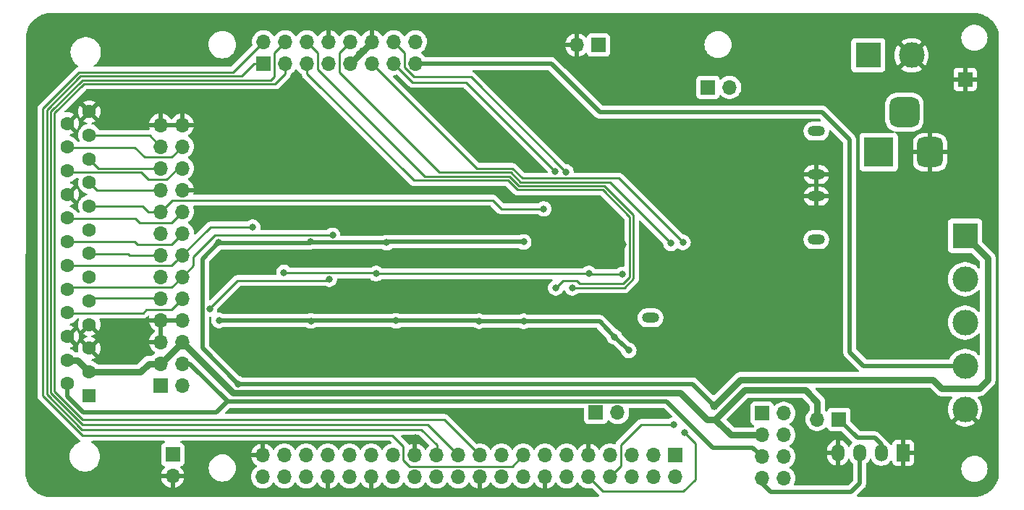
<source format=gbr>
G04 #@! TF.GenerationSoftware,KiCad,Pcbnew,8.0.1*
G04 #@! TF.CreationDate,2024-05-09T19:23:35+02:00*
G04 #@! TF.ProjectId,FluCom5,466c7543-6f6d-4352-9e6b-696361645f70,5.1*
G04 #@! TF.SameCoordinates,Original*
G04 #@! TF.FileFunction,Copper,L2,Bot*
G04 #@! TF.FilePolarity,Positive*
%FSLAX46Y46*%
G04 Gerber Fmt 4.6, Leading zero omitted, Abs format (unit mm)*
G04 Created by KiCad (PCBNEW 8.0.1) date 2024-05-09 19:23:35*
%MOMM*%
%LPD*%
G01*
G04 APERTURE LIST*
G04 Aperture macros list*
%AMRoundRect*
0 Rectangle with rounded corners*
0 $1 Rounding radius*
0 $2 $3 $4 $5 $6 $7 $8 $9 X,Y pos of 4 corners*
0 Add a 4 corners polygon primitive as box body*
4,1,4,$2,$3,$4,$5,$6,$7,$8,$9,$2,$3,0*
0 Add four circle primitives for the rounded corners*
1,1,$1+$1,$2,$3*
1,1,$1+$1,$4,$5*
1,1,$1+$1,$6,$7*
1,1,$1+$1,$8,$9*
0 Add four rect primitives between the rounded corners*
20,1,$1+$1,$2,$3,$4,$5,0*
20,1,$1+$1,$4,$5,$6,$7,0*
20,1,$1+$1,$6,$7,$8,$9,0*
20,1,$1+$1,$8,$9,$2,$3,0*%
G04 Aperture macros list end*
G04 #@! TA.AperFunction,ComponentPad*
%ADD10R,1.700000X1.700000*%
G04 #@! TD*
G04 #@! TA.AperFunction,ComponentPad*
%ADD11O,1.700000X1.700000*%
G04 #@! TD*
G04 #@! TA.AperFunction,ComponentPad*
%ADD12R,3.500000X3.500000*%
G04 #@! TD*
G04 #@! TA.AperFunction,ComponentPad*
%ADD13RoundRect,0.750000X0.750000X1.000000X-0.750000X1.000000X-0.750000X-1.000000X0.750000X-1.000000X0*%
G04 #@! TD*
G04 #@! TA.AperFunction,ComponentPad*
%ADD14RoundRect,0.875000X0.875000X0.875000X-0.875000X0.875000X-0.875000X-0.875000X0.875000X-0.875000X0*%
G04 #@! TD*
G04 #@! TA.AperFunction,ComponentPad*
%ADD15R,3.000000X3.000000*%
G04 #@! TD*
G04 #@! TA.AperFunction,ComponentPad*
%ADD16C,3.000000*%
G04 #@! TD*
G04 #@! TA.AperFunction,ComponentPad*
%ADD17R,1.500000X2.000000*%
G04 #@! TD*
G04 #@! TA.AperFunction,ComponentPad*
%ADD18O,1.500000X2.000000*%
G04 #@! TD*
G04 #@! TA.AperFunction,ComponentPad*
%ADD19R,1.600000X1.600000*%
G04 #@! TD*
G04 #@! TA.AperFunction,ComponentPad*
%ADD20C,1.600000*%
G04 #@! TD*
G04 #@! TA.AperFunction,ComponentPad*
%ADD21O,2.000000X1.200000*%
G04 #@! TD*
G04 #@! TA.AperFunction,ViaPad*
%ADD22C,0.800000*%
G04 #@! TD*
G04 #@! TA.AperFunction,ViaPad*
%ADD23C,1.000000*%
G04 #@! TD*
G04 #@! TA.AperFunction,Conductor*
%ADD24C,0.500000*%
G04 #@! TD*
G04 #@! TA.AperFunction,Conductor*
%ADD25C,0.250000*%
G04 #@! TD*
G04 #@! TA.AperFunction,Conductor*
%ADD26C,0.800000*%
G04 #@! TD*
G04 #@! TA.AperFunction,Conductor*
%ADD27C,0.249987*%
G04 #@! TD*
G04 APERTURE END LIST*
D10*
X133000000Y-135500000D03*
D11*
X133000000Y-138040000D03*
X130460000Y-135500000D03*
X130460000Y-138040000D03*
X127920000Y-135500000D03*
X127920000Y-138040000D03*
X125380000Y-135500000D03*
X125380000Y-138040000D03*
X122840000Y-135500000D03*
X122840000Y-138040000D03*
X120300000Y-135500000D03*
X120300000Y-138040000D03*
X117760000Y-135500000D03*
X117760000Y-138040000D03*
X115220000Y-135500000D03*
X115220000Y-138040000D03*
X112680000Y-135500000D03*
X112680000Y-138040000D03*
X110140000Y-135500000D03*
X110140000Y-138040000D03*
X107600000Y-135500000D03*
X107600000Y-138040000D03*
X105060000Y-135500000D03*
X105060000Y-138040000D03*
X102520000Y-135500000D03*
X102520000Y-138040000D03*
X99980000Y-135500000D03*
X99980000Y-138040000D03*
X97440000Y-135500000D03*
X97440000Y-138040000D03*
X94900000Y-135500000D03*
X94900000Y-138040000D03*
X92360000Y-135500000D03*
X92360000Y-138040000D03*
X89820000Y-135500000D03*
X89820000Y-138040000D03*
X87280000Y-135500000D03*
X87280000Y-138040000D03*
X84740000Y-135500000D03*
X84740000Y-138040000D03*
D10*
X72785000Y-127325000D03*
D11*
X72785000Y-124785000D03*
X72785000Y-122245000D03*
X72785000Y-119705000D03*
X72785000Y-117165000D03*
X72785000Y-114625000D03*
X72785000Y-112085000D03*
X72785000Y-109545000D03*
X72785000Y-107005000D03*
X72785000Y-104465000D03*
X72785000Y-101925000D03*
X72785000Y-99385000D03*
X72785000Y-96845000D03*
X75325000Y-127325000D03*
X75325000Y-124785000D03*
X75325000Y-122245000D03*
X75325000Y-119705000D03*
X75325000Y-117165000D03*
X75325000Y-114625000D03*
X75325000Y-112085000D03*
X75325000Y-109545000D03*
X75325000Y-107005000D03*
X75325000Y-104465000D03*
X75325000Y-101925000D03*
X75325000Y-99385000D03*
X75325000Y-96845000D03*
D12*
X156814000Y-100050000D03*
D13*
X162814000Y-100050000D03*
D14*
X159814000Y-95350000D03*
D15*
X166900000Y-109825000D03*
D16*
X166900000Y-114905000D03*
X166900000Y-119985000D03*
X166900000Y-125065000D03*
X166900000Y-130145000D03*
D15*
X155560000Y-88700000D03*
D16*
X160640000Y-88700000D03*
D10*
X152146000Y-131300000D03*
D11*
X149606000Y-131300000D03*
D10*
X166925000Y-91525000D03*
D17*
X159650000Y-135225000D03*
D18*
X157110000Y-135225000D03*
X154570000Y-135225000D03*
X152030000Y-135225000D03*
D19*
X64450000Y-128525000D03*
D20*
X64450000Y-125755000D03*
X64450000Y-122985000D03*
X64450000Y-120215000D03*
X64450000Y-117445000D03*
X64450000Y-114675000D03*
X64450000Y-111905000D03*
X64450000Y-109135000D03*
X64450000Y-106365000D03*
X64450000Y-103595000D03*
X64450000Y-100825000D03*
X64450000Y-98055000D03*
X64450000Y-95285000D03*
X61910000Y-127140000D03*
X61910000Y-124370000D03*
X61910000Y-121600000D03*
X61910000Y-118830000D03*
X61910000Y-116060000D03*
X61910000Y-113290000D03*
X61910000Y-110520000D03*
X61910000Y-107750000D03*
X61910000Y-104980000D03*
X61910000Y-102210000D03*
X61910000Y-99440000D03*
X61910000Y-96670000D03*
D10*
X123710000Y-130500000D03*
D11*
X126250000Y-130500000D03*
D10*
X124010000Y-87500000D03*
D11*
X121470000Y-87500000D03*
D10*
X143150000Y-130600000D03*
D11*
X145690000Y-130600000D03*
X143150000Y-133140000D03*
X145690000Y-133140000D03*
X143150000Y-135680000D03*
X145690000Y-135680000D03*
X143150000Y-138220000D03*
X145690000Y-138220000D03*
D10*
X84836000Y-89662000D03*
D11*
X84836000Y-87122000D03*
X87376000Y-89662000D03*
X87376000Y-87122000D03*
X89916000Y-89662000D03*
X89916000Y-87122000D03*
X92456000Y-89662000D03*
X92456000Y-87122000D03*
X94996000Y-89662000D03*
X94996000Y-87122000D03*
X97536000Y-89662000D03*
X97536000Y-87122000D03*
X100076000Y-89662000D03*
X100076000Y-87122000D03*
X102616000Y-89662000D03*
X102616000Y-87122000D03*
D21*
X149500000Y-97590000D03*
X149500000Y-102670000D03*
X149500000Y-105210000D03*
X149500000Y-110290000D03*
X130094000Y-119434000D03*
D10*
X136825000Y-92450000D03*
D11*
X139365000Y-92450000D03*
D10*
X74200000Y-135425000D03*
D11*
X74200000Y-137965000D03*
D22*
X100330000Y-119761000D03*
X127549731Y-123242720D03*
X125875000Y-121650000D03*
X90373200Y-119786400D03*
X115265200Y-119837200D03*
X79632411Y-119732567D03*
X110050000Y-119820000D03*
X135400000Y-100200000D03*
X134200000Y-100200000D03*
X135400000Y-102700000D03*
X140200000Y-101450000D03*
D23*
X100000000Y-125500000D03*
X85953600Y-107100000D03*
D22*
X137800000Y-101450000D03*
X135400000Y-105200000D03*
X142600000Y-101450000D03*
X136600000Y-102700000D03*
D23*
X109900000Y-99600000D03*
D22*
X137800000Y-105200000D03*
D23*
X117551200Y-131826000D03*
D22*
X135400000Y-103950000D03*
X141400000Y-102700000D03*
D23*
X123925000Y-117600000D03*
D22*
X141400000Y-103950000D03*
X142600000Y-103950000D03*
D23*
X140716000Y-131114800D03*
D22*
X139000000Y-105200000D03*
X136600000Y-105200000D03*
D23*
X120853200Y-125600000D03*
D22*
X134200000Y-103950000D03*
D23*
X152450800Y-128473200D03*
X162052000Y-123037600D03*
D22*
X140200000Y-105200000D03*
X137800000Y-100200000D03*
X141400000Y-105200000D03*
D23*
X124025000Y-110625000D03*
D22*
X134200000Y-105200000D03*
X137800000Y-102700000D03*
D23*
X107475000Y-125450000D03*
D22*
X139000000Y-102700000D03*
X140200000Y-103950000D03*
D23*
X102575000Y-133500000D03*
D22*
X139000000Y-101450000D03*
D23*
X89458800Y-97536000D03*
D22*
X139000000Y-103950000D03*
X134200000Y-101450000D03*
X141400000Y-100200000D03*
X137800000Y-103950000D03*
D23*
X126805263Y-110807175D03*
D22*
X140200000Y-100200000D03*
X134200000Y-102700000D03*
D23*
X81175000Y-134650000D03*
D22*
X142600000Y-105200000D03*
X139000000Y-100200000D03*
D23*
X99018719Y-102881281D03*
X86400000Y-125600000D03*
D22*
X141400000Y-101450000D03*
X142600000Y-100200000D03*
X136600000Y-101450000D03*
D23*
X89458800Y-103327200D03*
D22*
X136600000Y-103950000D03*
X135400000Y-101450000D03*
X142600000Y-102700000D03*
D23*
X113600000Y-125700000D03*
X112675000Y-104875000D03*
D22*
X140200000Y-102700000D03*
X136600000Y-100200000D03*
D23*
X90200000Y-125600000D03*
X137600000Y-129700000D03*
D22*
X115265200Y-110540800D03*
X81838800Y-127152400D03*
X99250000Y-110628301D03*
X90322400Y-110503300D03*
X79603600Y-110591600D03*
X132842000Y-131927600D03*
X132500000Y-110700000D03*
X133900004Y-110600000D03*
X134112000Y-132892800D03*
X97993200Y-114249200D03*
X122886018Y-114235907D03*
X126847600Y-114350800D03*
X87210269Y-114125000D03*
X92506800Y-114903989D03*
X78522700Y-118420034D03*
X117602000Y-106680000D03*
X92913200Y-109778800D03*
X83566000Y-108813600D03*
X119024400Y-115925600D03*
X120954800Y-115925600D03*
X118973600Y-102311200D03*
X120200000Y-102345084D03*
D24*
X89662000Y-119735600D02*
X79679800Y-119735600D01*
D25*
X100292000Y-119723000D02*
X100330000Y-119761000D01*
D24*
X110050000Y-119820000D02*
X115248000Y-119820000D01*
X109991000Y-119761000D02*
X100330000Y-119761000D01*
D25*
X110050000Y-119820000D02*
X109991000Y-119761000D01*
D24*
X125875000Y-121650000D02*
X127549731Y-123242720D01*
X115265200Y-119837200D02*
X124144210Y-119837200D01*
X89700000Y-119735600D02*
X100292000Y-119735600D01*
X124144210Y-119837200D02*
X125875000Y-121650000D01*
X115248000Y-119820000D02*
X115265200Y-119837200D01*
D25*
X89671000Y-119752000D02*
X89700000Y-119723000D01*
D24*
X79688800Y-119752000D02*
X79654400Y-119786400D01*
D26*
X94996000Y-89662000D02*
X97536000Y-87122000D01*
X168554400Y-127711200D02*
X164185600Y-127711200D01*
X163169600Y-126695200D02*
X140604800Y-126695200D01*
D24*
X99249990Y-110628311D02*
X99250000Y-110628301D01*
X77673200Y-112522000D02*
X77673200Y-122986800D01*
X79603600Y-110591600D02*
X79720911Y-110708911D01*
X79720911Y-110708911D02*
X90116789Y-110708911D01*
D26*
X164185600Y-127711200D02*
X163169600Y-126695200D01*
X169570400Y-126695200D02*
X168554400Y-127711200D01*
D24*
X115265200Y-110540800D02*
X99337501Y-110540800D01*
X79603600Y-110591600D02*
X77673200Y-112522000D01*
X81838800Y-127152400D02*
X135052400Y-127152400D01*
X90447411Y-110628311D02*
X99249990Y-110628311D01*
X90116789Y-110708911D02*
X90322400Y-110503300D01*
D26*
X169570400Y-112495400D02*
X169570400Y-126695200D01*
D24*
X99337501Y-110540800D02*
X99250000Y-110628301D01*
X135052400Y-127152400D02*
X137600000Y-129700000D01*
D26*
X166900000Y-109825000D02*
X169570400Y-112495400D01*
D24*
X77673200Y-122986800D02*
X81838800Y-127152400D01*
X90322400Y-110503300D02*
X90447411Y-110628311D01*
D26*
X140604800Y-126695200D02*
X137600000Y-129700000D01*
D24*
X152146000Y-131300000D02*
X154323000Y-133477000D01*
X157110000Y-134250000D02*
X157110000Y-135225000D01*
X154323000Y-133477000D02*
X156337000Y-133477000D01*
X156337000Y-133477000D02*
X157110000Y-134250000D01*
X144195800Y-139827000D02*
X153543000Y-139827000D01*
X154570000Y-138800000D02*
X154570000Y-135225000D01*
X153543000Y-139827000D02*
X154570000Y-138800000D01*
X143150000Y-138781200D02*
X144195800Y-139827000D01*
D27*
X93700000Y-88418000D02*
X93700000Y-90700000D01*
X126644400Y-134315200D02*
X129032000Y-131927600D01*
X105400033Y-102400033D02*
X113760216Y-102400033D01*
X126644400Y-136775600D02*
X126644400Y-134315200D01*
X129032000Y-131927600D02*
X132842000Y-131927600D01*
X94996000Y-87122000D02*
X93700000Y-88418000D01*
X125380000Y-138040000D02*
X126644400Y-136775600D01*
X125350033Y-103550033D02*
X132500000Y-110700000D01*
X114910216Y-103550033D02*
X125350033Y-103550033D01*
X93700000Y-90700000D02*
X105400033Y-102400033D01*
X113760216Y-102400033D02*
X114910216Y-103550033D01*
X109824046Y-101950046D02*
X113946607Y-101950046D01*
X115096607Y-103100046D02*
X126400050Y-103100046D01*
X126400050Y-103100046D02*
X133900004Y-110600000D01*
X97536000Y-89662000D02*
X109824046Y-101950046D01*
X135331200Y-138328400D02*
X135331200Y-134112000D01*
X133908800Y-139750800D02*
X135331200Y-138328400D01*
X135331200Y-134112000D02*
X134112000Y-132892800D01*
X122840000Y-138040000D02*
X124550800Y-139750800D01*
X113946607Y-101950046D02*
X115096607Y-103100046D01*
X124550800Y-139750800D02*
X133908800Y-139750800D01*
X63248931Y-90691935D02*
X81266065Y-90691935D01*
X99925070Y-133199070D02*
X63639936Y-133199070D01*
X63639936Y-133199070D02*
X59025039Y-128584173D01*
X81266065Y-90691935D02*
X84836000Y-87122000D01*
X101904800Y-136804400D02*
X101193600Y-136093200D01*
X115220000Y-135500000D02*
X113915600Y-136804400D01*
X59025039Y-94915827D02*
X63248931Y-90691935D01*
X101193600Y-136093200D02*
X101193600Y-134467600D01*
X113915600Y-136804400D02*
X101904800Y-136804400D01*
X59025039Y-128584173D02*
X59025039Y-94915827D01*
X101193600Y-134467600D02*
X99925070Y-133199070D01*
X63808104Y-92041896D02*
X86198185Y-92041896D01*
X60375000Y-128025000D02*
X60375000Y-95475000D01*
X60375000Y-95475000D02*
X63808104Y-92041896D01*
X86198185Y-92041896D02*
X87376000Y-90864081D01*
X87376000Y-90864081D02*
X87376000Y-89662000D01*
X105965000Y-131325000D02*
X63675000Y-131325000D01*
X110140000Y-135500000D02*
X105965000Y-131325000D01*
X63675000Y-131325000D02*
X60375000Y-128025000D01*
X87264764Y-114179495D02*
X87210269Y-114125000D01*
X97993200Y-114249200D02*
X122872725Y-114249200D01*
X97993200Y-114249200D02*
X97923495Y-114179495D01*
X123000911Y-114350800D02*
X122886018Y-114235907D01*
X122872725Y-114249200D02*
X122886018Y-114235907D01*
X97923495Y-114179495D02*
X87264764Y-114179495D01*
X126847600Y-114350800D02*
X123000911Y-114350800D01*
X59925013Y-128211391D02*
X59925013Y-95288609D01*
X63613622Y-131900000D02*
X59925013Y-128211391D01*
X86050000Y-91191200D02*
X86050000Y-88448000D01*
X104000000Y-131900000D02*
X63613622Y-131900000D01*
X86050000Y-88448000D02*
X87376000Y-87122000D01*
X63621713Y-91591909D02*
X85649291Y-91591909D01*
X107600000Y-135500000D02*
X104000000Y-131900000D01*
X85649291Y-91591909D02*
X86050000Y-91191200D01*
X59925013Y-95288609D02*
X63621713Y-91591909D01*
D26*
X141097000Y-127889000D02*
X137668000Y-131318000D01*
X81248400Y-128168400D02*
X75325000Y-122245000D01*
X137668000Y-131318000D02*
X139490000Y-133140000D01*
X133553200Y-128168400D02*
X81248400Y-128168400D01*
X71430000Y-124785000D02*
X72785000Y-124785000D01*
X75325000Y-122245000D02*
X72785000Y-124785000D01*
X137668000Y-131318000D02*
X136702800Y-131318000D01*
X148209000Y-127889000D02*
X141097000Y-127889000D01*
X61910000Y-124370000D02*
X63065000Y-124370000D01*
X64450000Y-125755000D02*
X64475000Y-125780000D01*
X70435000Y-125780000D02*
X71430000Y-124785000D01*
X136702800Y-131318000D02*
X133553200Y-128168400D01*
X139490000Y-133140000D02*
X143150000Y-133140000D01*
X149606000Y-131300000D02*
X149606000Y-129286000D01*
X64475000Y-125780000D02*
X70435000Y-125780000D01*
X63065000Y-124370000D02*
X64450000Y-125755000D01*
X149606000Y-129286000D02*
X148209000Y-127889000D01*
D25*
X92348789Y-115062000D02*
X81788000Y-115062000D01*
X92506800Y-114903989D02*
X92348789Y-115062000D01*
X81788000Y-115062000D02*
X78522700Y-118327300D01*
X72785000Y-117165000D02*
X72770000Y-117150000D01*
X78522700Y-118327300D02*
X78522700Y-118420034D01*
X64745000Y-117150000D02*
X64450000Y-117445000D01*
X72770000Y-117150000D02*
X64745000Y-117150000D01*
X68961000Y-111930000D02*
X64475000Y-111930000D01*
X69116000Y-112085000D02*
X68961000Y-111930000D01*
X64475000Y-111930000D02*
X64450000Y-111905000D01*
X72785000Y-112085000D02*
X69116000Y-112085000D01*
X112667563Y-106680000D02*
X111637563Y-105650000D01*
X70703000Y-106390000D02*
X71318000Y-107005000D01*
X64475000Y-106390000D02*
X70703000Y-106390000D01*
X71318000Y-107005000D02*
X72785000Y-107005000D01*
X117602000Y-106680000D02*
X112667563Y-106680000D01*
X111637563Y-105650000D02*
X74140000Y-105650000D01*
X64450000Y-106365000D02*
X64475000Y-106390000D01*
X74140000Y-105650000D02*
X72785000Y-107005000D01*
X65320000Y-104465000D02*
X64450000Y-103595000D01*
X72785000Y-104465000D02*
X65320000Y-104465000D01*
X72785000Y-101925000D02*
X65550000Y-101925000D01*
X65550000Y-101925000D02*
X64450000Y-100825000D01*
X72785000Y-99385000D02*
X71480000Y-98080000D01*
X71480000Y-98080000D02*
X64475000Y-98080000D01*
X64475000Y-98080000D02*
X64450000Y-98055000D01*
D24*
X76220200Y-124785000D02*
X75325000Y-124785000D01*
X63712500Y-130450000D02*
X61910000Y-128647500D01*
X80552711Y-129200489D02*
X79303200Y-130450000D01*
X131994489Y-129200489D02*
X80635689Y-129200489D01*
X80635689Y-129200489D02*
X80552711Y-129200489D01*
X143150000Y-135680000D02*
X142090000Y-134620000D01*
X61910000Y-128647500D02*
X61910000Y-127140000D01*
X80635689Y-129200489D02*
X76220200Y-124785000D01*
X142090000Y-134620000D02*
X137414000Y-134620000D01*
X137414000Y-134620000D02*
X131994489Y-129200489D01*
X79303200Y-130450000D02*
X63712500Y-130450000D01*
D25*
X71120000Y-118465600D02*
X70730600Y-118855000D01*
X74024400Y-118465600D02*
X71120000Y-118465600D01*
X70730600Y-118855000D02*
X61935000Y-118855000D01*
X61935000Y-118855000D02*
X61910000Y-118830000D01*
X75325000Y-117165000D02*
X74024400Y-118465600D01*
X79146400Y-109778800D02*
X76606400Y-112318800D01*
X74075200Y-115874800D02*
X62095200Y-115874800D01*
X75325000Y-114625000D02*
X74075200Y-115874800D01*
X76606400Y-112318800D02*
X76606400Y-113343600D01*
X92913200Y-109778800D02*
X79146400Y-109778800D01*
X76606400Y-113343600D02*
X75325000Y-114625000D01*
X62095200Y-115874800D02*
X61910000Y-116060000D01*
X61910000Y-113290000D02*
X61935000Y-113315000D01*
X61935000Y-113315000D02*
X74095000Y-113315000D01*
X78596400Y-108813600D02*
X83566000Y-108813600D01*
X74095000Y-113315000D02*
X78596400Y-108813600D01*
X70075822Y-110845600D02*
X69775222Y-110545000D01*
X69775222Y-110545000D02*
X61935000Y-110545000D01*
X75325000Y-109545000D02*
X74024400Y-110845600D01*
X74024400Y-110845600D02*
X70075822Y-110845600D01*
X61935000Y-110545000D02*
X61910000Y-110520000D01*
X61935000Y-107775000D02*
X61910000Y-107750000D01*
X70362133Y-108305600D02*
X69831533Y-107775000D01*
D24*
X150164800Y-95351600D02*
X124180600Y-95351600D01*
X155037000Y-125065000D02*
X153416000Y-123444000D01*
X153416000Y-98602800D02*
X150164800Y-95351600D01*
X124180600Y-95351600D02*
X118491000Y-89662000D01*
X153416000Y-123444000D02*
X153416000Y-98602800D01*
D25*
X74024400Y-108305600D02*
X70362133Y-108305600D01*
X69831533Y-107775000D02*
X61935000Y-107775000D01*
X75325000Y-107005000D02*
X74024400Y-108305600D01*
D24*
X166900000Y-125065000D02*
X155037000Y-125065000D01*
X118491000Y-89662000D02*
X102616000Y-89662000D01*
D25*
X71323200Y-103225600D02*
X70509099Y-102411499D01*
X62111499Y-102411499D02*
X61910000Y-102210000D01*
X75325000Y-101925000D02*
X74808200Y-101925000D01*
X74808200Y-101925000D02*
X73507600Y-103225600D01*
X73507600Y-103225600D02*
X71323200Y-103225600D01*
X70509099Y-102411499D02*
X62111499Y-102411499D01*
X61935000Y-99465000D02*
X61910000Y-99440000D01*
X74075200Y-100634800D02*
X70916800Y-100634800D01*
X70916800Y-100634800D02*
X69747000Y-99465000D01*
X75325000Y-99385000D02*
X74075200Y-100634800D01*
X69747000Y-99465000D02*
X61935000Y-99465000D01*
D27*
X63577244Y-132500000D02*
X59475026Y-128397782D01*
X105125000Y-134325000D02*
X103300000Y-132500000D01*
X59475026Y-128397782D02*
X59475026Y-95102218D01*
X105125000Y-135435000D02*
X105125000Y-134325000D01*
X83736013Y-89662000D02*
X84836000Y-89662000D01*
X59475026Y-95102218D02*
X63435322Y-91141922D01*
X63435322Y-91141922D02*
X82256091Y-91141922D01*
X103300000Y-132500000D02*
X63577244Y-132500000D01*
X82256091Y-91141922D02*
X83736013Y-89662000D01*
X105060000Y-135500000D02*
X105125000Y-135435000D01*
X113437434Y-103350007D02*
X102401926Y-103350007D01*
X89916000Y-90864081D02*
X89916000Y-89662000D01*
X121818400Y-115417600D02*
X126898400Y-115417600D01*
X126898400Y-115417600D02*
X127660400Y-114655600D01*
X121462800Y-115062000D02*
X121818400Y-115417600D01*
X127660400Y-107594400D02*
X124516007Y-104450007D01*
X127660400Y-114655600D02*
X127660400Y-107594400D01*
X124516007Y-104450007D02*
X114537434Y-104450007D01*
X114537434Y-104450007D02*
X113437434Y-103350007D01*
X102401926Y-103350007D02*
X89916000Y-90864081D01*
X119024400Y-115925600D02*
X119888000Y-115062000D01*
X119888000Y-115062000D02*
X121462800Y-115062000D01*
X114723825Y-104000020D02*
X113573825Y-102850020D01*
X91186000Y-90322400D02*
X91186000Y-88392000D01*
X120954800Y-115925600D02*
X127026778Y-115925600D01*
X113573825Y-102850020D02*
X103713620Y-102850020D01*
X128110387Y-114841991D02*
X128110387Y-107408009D01*
X103713620Y-102850020D02*
X91186000Y-90322400D01*
X128110387Y-107408009D02*
X124702398Y-104000020D01*
X91186000Y-88392000D02*
X89916000Y-87122000D01*
X124702398Y-104000020D02*
X114723825Y-104000020D01*
X127026778Y-115925600D02*
X128110387Y-114841991D01*
X102268103Y-91854103D02*
X108516503Y-91854103D01*
X108516503Y-91854103D02*
X118973600Y-102311200D01*
X100076000Y-89662000D02*
X102268103Y-91854103D01*
X101350000Y-90123200D02*
X102463600Y-91236800D01*
X109091716Y-91236800D02*
X120200000Y-102345084D01*
X101350000Y-88396000D02*
X101350000Y-90123200D01*
X100076000Y-87122000D02*
X101350000Y-88396000D01*
X102463600Y-91236800D02*
X109091716Y-91236800D01*
G04 #@! TA.AperFunction,Conductor*
G36*
X168003525Y-83775697D02*
G01*
X168314779Y-83793177D01*
X168328815Y-83794758D01*
X168632668Y-83846386D01*
X168646426Y-83849526D01*
X168942592Y-83934849D01*
X168955925Y-83939515D01*
X169240661Y-84057457D01*
X169253391Y-84063588D01*
X169523128Y-84212666D01*
X169535093Y-84220183D01*
X169786451Y-84398531D01*
X169797498Y-84407341D01*
X170027301Y-84612707D01*
X170037292Y-84622698D01*
X170242658Y-84852501D01*
X170251468Y-84863548D01*
X170429816Y-85114906D01*
X170437333Y-85126871D01*
X170586411Y-85396608D01*
X170592542Y-85409338D01*
X170710484Y-85694074D01*
X170715151Y-85707411D01*
X170800471Y-86003565D01*
X170803615Y-86017340D01*
X170855240Y-86321182D01*
X170856822Y-86335223D01*
X170874302Y-86646474D01*
X170874500Y-86653539D01*
X170874500Y-137496460D01*
X170874302Y-137503525D01*
X170856822Y-137814776D01*
X170855240Y-137828817D01*
X170803615Y-138132659D01*
X170800471Y-138146434D01*
X170715151Y-138442588D01*
X170710484Y-138455925D01*
X170592542Y-138740661D01*
X170586411Y-138753391D01*
X170437333Y-139023128D01*
X170429816Y-139035093D01*
X170251468Y-139286451D01*
X170242658Y-139297498D01*
X170037292Y-139527301D01*
X170027301Y-139537292D01*
X169797498Y-139742658D01*
X169786451Y-139751468D01*
X169535093Y-139929816D01*
X169523128Y-139937333D01*
X169253391Y-140086411D01*
X169240661Y-140092542D01*
X168955925Y-140210484D01*
X168942588Y-140215151D01*
X168646434Y-140300471D01*
X168632659Y-140303615D01*
X168328817Y-140355240D01*
X168314776Y-140356822D01*
X168012928Y-140373774D01*
X168006963Y-140374109D01*
X168003526Y-140374302D01*
X167996461Y-140374500D01*
X154372371Y-140374500D01*
X154304250Y-140354498D01*
X154257757Y-140300842D01*
X154247653Y-140230568D01*
X154277147Y-140165988D01*
X154283276Y-140159405D01*
X154700023Y-139742658D01*
X155159165Y-139283516D01*
X155222047Y-139189406D01*
X155242174Y-139159284D01*
X155290378Y-139042909D01*
X155290379Y-139042908D01*
X155299348Y-139021254D01*
X155299347Y-139021254D01*
X155299351Y-139021247D01*
X155328500Y-138874705D01*
X155328500Y-138725295D01*
X155328500Y-137100000D01*
X166469783Y-137100000D01*
X166488623Y-137339379D01*
X166501066Y-137391209D01*
X166544676Y-137572861D01*
X166544677Y-137572863D01*
X166636567Y-137794704D01*
X166666701Y-137843879D01*
X166762025Y-137999435D01*
X166762030Y-137999442D01*
X166917972Y-138182027D01*
X167096381Y-138334402D01*
X167100561Y-138337972D01*
X167305296Y-138463433D01*
X167527137Y-138555323D01*
X167760621Y-138611377D01*
X168000000Y-138630217D01*
X168239379Y-138611377D01*
X168472863Y-138555323D01*
X168694704Y-138463433D01*
X168899439Y-138337972D01*
X169082027Y-138182027D01*
X169237972Y-137999439D01*
X169363433Y-137794704D01*
X169455323Y-137572863D01*
X169511377Y-137339379D01*
X169530217Y-137100000D01*
X169511377Y-136860621D01*
X169455323Y-136627137D01*
X169363433Y-136405296D01*
X169237972Y-136200561D01*
X169237969Y-136200557D01*
X169082027Y-136017972D01*
X168899442Y-135862030D01*
X168899435Y-135862025D01*
X168705965Y-135743468D01*
X168694704Y-135736567D01*
X168472863Y-135644677D01*
X168472861Y-135644676D01*
X168313140Y-135606331D01*
X168239379Y-135588623D01*
X168000000Y-135569783D01*
X167760621Y-135588623D01*
X167527138Y-135644676D01*
X167305294Y-135736568D01*
X167100564Y-135862025D01*
X167100557Y-135862030D01*
X166917972Y-136017972D01*
X166762030Y-136200557D01*
X166762025Y-136200564D01*
X166636568Y-136405294D01*
X166544676Y-136627138D01*
X166495782Y-136830802D01*
X166488623Y-136860621D01*
X166469783Y-137100000D01*
X155328500Y-137100000D01*
X155328500Y-136543709D01*
X155348502Y-136475588D01*
X155380438Y-136441773D01*
X155389858Y-136434930D01*
X155529930Y-136294858D01*
X155646366Y-136134598D01*
X155727734Y-135974902D01*
X155776481Y-135923290D01*
X155845396Y-135906224D01*
X155912598Y-135929125D01*
X155952264Y-135974902D01*
X156033634Y-136134598D01*
X156033636Y-136134601D01*
X156150071Y-136294860D01*
X156290139Y-136434928D01*
X156376943Y-136497995D01*
X156450402Y-136551366D01*
X156626903Y-136641298D01*
X156815300Y-136702512D01*
X157010954Y-136733500D01*
X157010957Y-136733500D01*
X157209043Y-136733500D01*
X157209046Y-136733500D01*
X157404700Y-136702512D01*
X157593097Y-136641298D01*
X157769598Y-136551366D01*
X157929858Y-136434930D01*
X158069930Y-136294858D01*
X158164064Y-136165294D01*
X158220286Y-136121940D01*
X158291023Y-136115865D01*
X158353814Y-136148997D01*
X158388726Y-136210817D01*
X158392000Y-136239355D01*
X158392000Y-136273597D01*
X158398505Y-136334093D01*
X158449555Y-136470964D01*
X158449555Y-136470965D01*
X158537095Y-136587904D01*
X158654034Y-136675444D01*
X158790906Y-136726494D01*
X158851402Y-136732999D01*
X158851415Y-136733000D01*
X159396000Y-136733000D01*
X159396000Y-135465975D01*
X159435095Y-135505070D01*
X159514905Y-135551148D01*
X159603922Y-135575000D01*
X159696078Y-135575000D01*
X159785095Y-135551148D01*
X159864905Y-135505070D01*
X159890975Y-135479000D01*
X159904000Y-135479000D01*
X159904000Y-136733000D01*
X160448585Y-136733000D01*
X160448597Y-136732999D01*
X160509093Y-136726494D01*
X160645964Y-136675444D01*
X160645965Y-136675444D01*
X160762904Y-136587904D01*
X160850444Y-136470965D01*
X160850444Y-136470964D01*
X160901494Y-136334093D01*
X160907999Y-136273597D01*
X160908000Y-136273585D01*
X160908000Y-135479000D01*
X159904000Y-135479000D01*
X159890975Y-135479000D01*
X159930070Y-135439905D01*
X159976148Y-135360095D01*
X160000000Y-135271078D01*
X160000000Y-135178922D01*
X159976148Y-135089905D01*
X159930070Y-135010095D01*
X159864905Y-134944930D01*
X159785095Y-134898852D01*
X159696078Y-134875000D01*
X159603922Y-134875000D01*
X159514905Y-134898852D01*
X159435095Y-134944930D01*
X159396000Y-134984025D01*
X159396000Y-133717000D01*
X159904000Y-133717000D01*
X159904000Y-134971000D01*
X160908000Y-134971000D01*
X160908000Y-134176414D01*
X160907999Y-134176402D01*
X160901494Y-134115906D01*
X160850444Y-133979035D01*
X160850444Y-133979034D01*
X160762904Y-133862095D01*
X160645965Y-133774555D01*
X160509093Y-133723505D01*
X160448597Y-133717000D01*
X159904000Y-133717000D01*
X159396000Y-133717000D01*
X158851402Y-133717000D01*
X158790906Y-133723505D01*
X158654035Y-133774555D01*
X158654034Y-133774555D01*
X158537095Y-133862095D01*
X158449555Y-133979034D01*
X158449555Y-133979035D01*
X158398505Y-134115906D01*
X158392000Y-134176402D01*
X158392000Y-134210644D01*
X158371998Y-134278765D01*
X158318342Y-134325258D01*
X158248068Y-134335362D01*
X158183488Y-134305868D01*
X158164064Y-134284706D01*
X158140389Y-134252120D01*
X158069930Y-134155142D01*
X158069926Y-134155138D01*
X158069924Y-134155135D01*
X157929864Y-134015075D01*
X157929860Y-134015072D01*
X157929858Y-134015070D01*
X157820493Y-133935611D01*
X157785771Y-133895756D01*
X157785613Y-133895862D01*
X157784790Y-133894630D01*
X157783435Y-133893075D01*
X157782176Y-133890722D01*
X157782174Y-133890715D01*
X157699166Y-133766485D01*
X156820515Y-132887834D01*
X156696284Y-132804826D01*
X156558247Y-132747649D01*
X156429296Y-132721999D01*
X156429294Y-132721998D01*
X156429292Y-132721997D01*
X156411711Y-132718500D01*
X156411706Y-132718500D01*
X154689371Y-132718500D01*
X154621250Y-132698498D01*
X154600276Y-132681595D01*
X153541405Y-131622724D01*
X153507379Y-131560412D01*
X153504500Y-131533629D01*
X153504500Y-130401367D01*
X153504499Y-130401350D01*
X153497990Y-130340803D01*
X153497988Y-130340795D01*
X153468924Y-130262875D01*
X153446889Y-130203796D01*
X153446888Y-130203794D01*
X153446887Y-130203792D01*
X153359261Y-130086738D01*
X153242207Y-129999112D01*
X153242202Y-129999110D01*
X153105204Y-129948011D01*
X153105196Y-129948009D01*
X153044649Y-129941500D01*
X153044638Y-129941500D01*
X151247362Y-129941500D01*
X151247350Y-129941500D01*
X151186803Y-129948009D01*
X151186795Y-129948011D01*
X151049797Y-129999110D01*
X151049792Y-129999112D01*
X150932738Y-130086738D01*
X150845112Y-130203792D01*
X150845111Y-130203795D01*
X150801000Y-130322058D01*
X150758453Y-130378893D01*
X150691932Y-130403703D01*
X150622558Y-130388611D01*
X150590244Y-130363362D01*
X150569470Y-130340795D01*
X150547797Y-130317251D01*
X150516378Y-130253585D01*
X150514500Y-130231915D01*
X150514500Y-129196523D01*
X150514500Y-129196521D01*
X150513863Y-129193321D01*
X150501470Y-129131015D01*
X150479587Y-129021000D01*
X150411102Y-128855664D01*
X150311678Y-128706865D01*
X150185135Y-128580322D01*
X149423608Y-127818795D01*
X149389582Y-127756483D01*
X149394647Y-127685668D01*
X149437194Y-127628832D01*
X149503714Y-127604021D01*
X149512703Y-127603700D01*
X162741097Y-127603700D01*
X162809218Y-127623702D01*
X162830187Y-127640600D01*
X163606465Y-128416878D01*
X163755264Y-128516303D01*
X163920600Y-128584787D01*
X164096121Y-128619700D01*
X164096122Y-128619700D01*
X165286911Y-128619700D01*
X165355032Y-128639702D01*
X165401525Y-128693358D01*
X165411629Y-128763632D01*
X165382135Y-128828212D01*
X165378996Y-128831702D01*
X165338729Y-128874817D01*
X165180322Y-129099229D01*
X165180314Y-129099243D01*
X165053938Y-129343134D01*
X164961944Y-129601980D01*
X164961942Y-129601988D01*
X164906053Y-129870945D01*
X164906052Y-129870951D01*
X164887308Y-130144995D01*
X164887308Y-130145004D01*
X164906052Y-130419048D01*
X164906053Y-130419054D01*
X164961942Y-130688011D01*
X164961944Y-130688019D01*
X165053938Y-130946865D01*
X165180314Y-131190756D01*
X165180316Y-131190759D01*
X165310541Y-131375248D01*
X166213111Y-130472678D01*
X166226497Y-130504995D01*
X166309670Y-130629472D01*
X166415528Y-130735330D01*
X166540005Y-130818503D01*
X166572320Y-130831888D01*
X165670715Y-131733492D01*
X165670715Y-131733494D01*
X165739313Y-131789304D01*
X165739318Y-131789307D01*
X165974030Y-131932038D01*
X166225989Y-132041480D01*
X166490509Y-132115595D01*
X166762635Y-132152999D01*
X166762649Y-132153000D01*
X167037351Y-132153000D01*
X167037364Y-132152999D01*
X167309490Y-132115595D01*
X167574010Y-132041480D01*
X167825969Y-131932038D01*
X168060679Y-131789309D01*
X168129283Y-131733493D01*
X168129283Y-131733492D01*
X167227679Y-130831888D01*
X167259995Y-130818503D01*
X167384472Y-130735330D01*
X167490330Y-130629472D01*
X167573503Y-130504995D01*
X167586888Y-130472678D01*
X168489457Y-131375247D01*
X168619682Y-131190762D01*
X168619685Y-131190756D01*
X168746061Y-130946865D01*
X168838055Y-130688019D01*
X168838057Y-130688011D01*
X168893946Y-130419054D01*
X168893947Y-130419048D01*
X168912692Y-130145004D01*
X168912692Y-130144995D01*
X168893947Y-129870951D01*
X168893946Y-129870945D01*
X168838057Y-129601988D01*
X168838055Y-129601980D01*
X168746061Y-129343134D01*
X168619685Y-129099243D01*
X168619677Y-129099229D01*
X168461270Y-128874817D01*
X168421004Y-128831702D01*
X168389126Y-128768264D01*
X168396605Y-128697663D01*
X168441068Y-128642313D01*
X168508396Y-128619787D01*
X168513089Y-128619700D01*
X168643878Y-128619700D01*
X168643879Y-128619700D01*
X168819400Y-128584787D01*
X168984736Y-128516303D01*
X169133535Y-128416878D01*
X170276078Y-127274335D01*
X170375503Y-127125536D01*
X170443987Y-126960200D01*
X170478900Y-126784679D01*
X170478900Y-126605721D01*
X170478900Y-112405921D01*
X170443987Y-112230400D01*
X170424904Y-112184329D01*
X170375503Y-112065064D01*
X170276078Y-111916265D01*
X170276073Y-111916259D01*
X168945405Y-110585591D01*
X168911379Y-110523279D01*
X168908500Y-110496496D01*
X168908500Y-108276367D01*
X168908499Y-108276350D01*
X168901990Y-108215803D01*
X168901988Y-108215795D01*
X168850889Y-108078797D01*
X168850887Y-108078792D01*
X168763261Y-107961738D01*
X168646207Y-107874112D01*
X168646202Y-107874110D01*
X168509204Y-107823011D01*
X168509196Y-107823009D01*
X168448649Y-107816500D01*
X168448638Y-107816500D01*
X165351362Y-107816500D01*
X165351350Y-107816500D01*
X165290803Y-107823009D01*
X165290795Y-107823011D01*
X165153797Y-107874110D01*
X165153792Y-107874112D01*
X165036738Y-107961738D01*
X164949112Y-108078792D01*
X164949110Y-108078797D01*
X164898011Y-108215795D01*
X164898009Y-108215803D01*
X164891500Y-108276350D01*
X164891500Y-111373649D01*
X164898009Y-111434196D01*
X164898011Y-111434204D01*
X164949110Y-111571202D01*
X164949112Y-111571207D01*
X165036738Y-111688261D01*
X165153792Y-111775887D01*
X165153794Y-111775888D01*
X165153796Y-111775889D01*
X165173647Y-111783293D01*
X165290795Y-111826988D01*
X165290803Y-111826990D01*
X165351350Y-111833499D01*
X165351355Y-111833499D01*
X165351362Y-111833500D01*
X167571497Y-111833500D01*
X167639618Y-111853502D01*
X167660592Y-111870405D01*
X168624995Y-112834808D01*
X168659021Y-112897120D01*
X168661900Y-112923903D01*
X168661900Y-113529392D01*
X168641898Y-113597513D01*
X168588242Y-113644006D01*
X168517968Y-113654110D01*
X168453388Y-113624616D01*
X168443815Y-113615394D01*
X168274113Y-113433688D01*
X168270704Y-113430914D01*
X168060969Y-113260282D01*
X167826200Y-113117516D01*
X167826201Y-113117516D01*
X167826197Y-113117514D01*
X167574180Y-113008048D01*
X167574178Y-113008047D01*
X167574177Y-113008047D01*
X167441886Y-112970981D01*
X167309593Y-112933914D01*
X167037395Y-112896500D01*
X167037385Y-112896500D01*
X166762615Y-112896500D01*
X166762604Y-112896500D01*
X166490406Y-112933914D01*
X166225819Y-113008048D01*
X165973802Y-113117514D01*
X165739028Y-113260284D01*
X165525886Y-113433688D01*
X165338343Y-113634498D01*
X165179892Y-113858971D01*
X165053477Y-114102941D01*
X164961462Y-114361845D01*
X164961460Y-114361853D01*
X164927707Y-114524282D01*
X164918072Y-114570653D01*
X164905557Y-114630877D01*
X164905556Y-114630883D01*
X164886807Y-114904995D01*
X164886807Y-114905004D01*
X164905556Y-115179116D01*
X164905557Y-115179122D01*
X164905558Y-115179130D01*
X164936217Y-115326670D01*
X164961460Y-115448146D01*
X164961462Y-115448154D01*
X164999096Y-115554044D01*
X165053477Y-115707058D01*
X165150860Y-115895000D01*
X165179892Y-115951028D01*
X165231265Y-116023807D01*
X165338343Y-116175502D01*
X165525889Y-116376314D01*
X165739031Y-116549718D01*
X165973800Y-116692484D01*
X165973802Y-116692485D01*
X166029590Y-116716717D01*
X166225823Y-116801953D01*
X166490404Y-116876085D01*
X166585504Y-116889156D01*
X166762604Y-116913499D01*
X166762615Y-116913500D01*
X167037385Y-116913500D01*
X167037395Y-116913499D01*
X167166945Y-116895692D01*
X167309596Y-116876085D01*
X167574177Y-116801953D01*
X167826200Y-116692484D01*
X168060969Y-116549718D01*
X168274111Y-116376314D01*
X168443817Y-116194603D01*
X168504929Y-116158473D01*
X168575876Y-116161117D01*
X168634131Y-116201698D01*
X168661199Y-116267332D01*
X168661900Y-116280607D01*
X168661900Y-118609392D01*
X168641898Y-118677513D01*
X168588242Y-118724006D01*
X168517968Y-118734110D01*
X168453388Y-118704616D01*
X168443815Y-118695394D01*
X168274113Y-118513688D01*
X168239992Y-118485928D01*
X168060969Y-118340282D01*
X167826200Y-118197516D01*
X167826201Y-118197516D01*
X167826197Y-118197514D01*
X167574180Y-118088048D01*
X167574178Y-118088047D01*
X167574177Y-118088047D01*
X167410729Y-118042251D01*
X167309593Y-118013914D01*
X167037395Y-117976500D01*
X167037385Y-117976500D01*
X166762615Y-117976500D01*
X166762604Y-117976500D01*
X166490406Y-118013914D01*
X166225819Y-118088048D01*
X165973802Y-118197514D01*
X165841949Y-118277696D01*
X165765035Y-118324469D01*
X165739028Y-118340284D01*
X165525886Y-118513688D01*
X165338343Y-118714498D01*
X165179892Y-118938971D01*
X165053477Y-119182941D01*
X164961462Y-119441845D01*
X164961460Y-119441853D01*
X164933377Y-119577000D01*
X164909153Y-119693574D01*
X164905557Y-119710877D01*
X164905556Y-119710883D01*
X164886807Y-119984995D01*
X164886807Y-119985004D01*
X164905556Y-120259116D01*
X164905557Y-120259122D01*
X164905558Y-120259130D01*
X164926385Y-120359352D01*
X164961460Y-120528146D01*
X164961462Y-120528154D01*
X165038778Y-120745700D01*
X165053477Y-120787058D01*
X165134537Y-120943498D01*
X165179892Y-121031028D01*
X165228578Y-121100000D01*
X165338343Y-121255502D01*
X165436505Y-121360607D01*
X165518883Y-121448813D01*
X165525889Y-121456314D01*
X165739031Y-121629718D01*
X165973800Y-121772484D01*
X166225823Y-121881953D01*
X166490404Y-121956085D01*
X166585504Y-121969156D01*
X166762604Y-121993499D01*
X166762615Y-121993500D01*
X167037385Y-121993500D01*
X167037395Y-121993499D01*
X167166945Y-121975692D01*
X167309596Y-121956085D01*
X167574177Y-121881953D01*
X167826200Y-121772484D01*
X168060969Y-121629718D01*
X168274111Y-121456314D01*
X168443817Y-121274603D01*
X168504929Y-121238473D01*
X168575876Y-121241117D01*
X168634131Y-121281698D01*
X168661199Y-121347332D01*
X168661900Y-121360607D01*
X168661900Y-123689392D01*
X168641898Y-123757513D01*
X168588242Y-123804006D01*
X168517968Y-123814110D01*
X168453388Y-123784616D01*
X168443815Y-123775394D01*
X168274113Y-123593688D01*
X168269390Y-123589845D01*
X168060969Y-123420282D01*
X167867924Y-123302889D01*
X167826197Y-123277514D01*
X167574180Y-123168048D01*
X167574178Y-123168047D01*
X167574177Y-123168047D01*
X167354327Y-123106448D01*
X167309593Y-123093914D01*
X167037395Y-123056500D01*
X167037385Y-123056500D01*
X166762615Y-123056500D01*
X166762604Y-123056500D01*
X166490406Y-123093914D01*
X166225819Y-123168048D01*
X165973802Y-123277514D01*
X165739028Y-123420284D01*
X165525886Y-123593688D01*
X165338343Y-123794498D01*
X165179888Y-124018976D01*
X165066157Y-124238468D01*
X165017058Y-124289749D01*
X164954284Y-124306500D01*
X155403371Y-124306500D01*
X155335250Y-124286498D01*
X155314276Y-124269595D01*
X154211405Y-123166724D01*
X154177379Y-123104412D01*
X154174500Y-123077629D01*
X154174500Y-101848649D01*
X154555500Y-101848649D01*
X154562009Y-101909196D01*
X154562011Y-101909204D01*
X154613110Y-102046202D01*
X154613112Y-102046207D01*
X154700738Y-102163261D01*
X154817792Y-102250887D01*
X154817794Y-102250888D01*
X154817796Y-102250889D01*
X154869034Y-102270000D01*
X154954795Y-102301988D01*
X154954803Y-102301990D01*
X155015350Y-102308499D01*
X155015355Y-102308499D01*
X155015362Y-102308500D01*
X155015368Y-102308500D01*
X158612632Y-102308500D01*
X158612638Y-102308500D01*
X158612645Y-102308499D01*
X158612649Y-102308499D01*
X158673196Y-102301990D01*
X158673199Y-102301989D01*
X158673201Y-102301989D01*
X158685883Y-102297259D01*
X158692045Y-102294960D01*
X158810204Y-102250889D01*
X158818499Y-102244680D01*
X158927261Y-102163261D01*
X159014887Y-102046207D01*
X159014887Y-102046206D01*
X159014889Y-102046204D01*
X159065989Y-101909201D01*
X159071334Y-101859490D01*
X159072499Y-101848649D01*
X159072500Y-101848632D01*
X159072500Y-101114606D01*
X160806000Y-101114606D01*
X160816467Y-101247594D01*
X160871794Y-101467167D01*
X160871797Y-101467176D01*
X160965441Y-101673340D01*
X160965444Y-101673346D01*
X161094394Y-101859473D01*
X161094408Y-101859490D01*
X161254509Y-102019591D01*
X161254526Y-102019605D01*
X161440653Y-102148555D01*
X161440659Y-102148558D01*
X161646823Y-102242202D01*
X161646832Y-102242205D01*
X161866405Y-102297532D01*
X161999393Y-102308000D01*
X162560000Y-102308000D01*
X162560000Y-101480702D01*
X162621007Y-101515925D01*
X162748174Y-101550000D01*
X162879826Y-101550000D01*
X163006993Y-101515925D01*
X163068000Y-101480702D01*
X163068000Y-102308000D01*
X163628607Y-102308000D01*
X163761594Y-102297532D01*
X163981167Y-102242205D01*
X163981176Y-102242202D01*
X164187340Y-102148558D01*
X164187346Y-102148555D01*
X164373473Y-102019605D01*
X164373490Y-102019591D01*
X164533591Y-101859490D01*
X164533605Y-101859473D01*
X164662555Y-101673346D01*
X164662558Y-101673340D01*
X164756202Y-101467176D01*
X164756205Y-101467167D01*
X164811532Y-101247594D01*
X164822000Y-101114606D01*
X164822000Y-100304000D01*
X163314000Y-100304000D01*
X163314000Y-99796000D01*
X164822000Y-99796000D01*
X164822000Y-98985393D01*
X164811532Y-98852405D01*
X164756205Y-98632832D01*
X164756202Y-98632823D01*
X164662558Y-98426659D01*
X164662555Y-98426653D01*
X164533605Y-98240526D01*
X164533591Y-98240509D01*
X164373490Y-98080408D01*
X164373473Y-98080394D01*
X164187346Y-97951444D01*
X164187340Y-97951441D01*
X163981176Y-97857797D01*
X163981167Y-97857794D01*
X163761594Y-97802467D01*
X163628607Y-97792000D01*
X163068000Y-97792000D01*
X163068000Y-98619297D01*
X163006993Y-98584075D01*
X162879826Y-98550000D01*
X162748174Y-98550000D01*
X162621007Y-98584075D01*
X162560000Y-98619297D01*
X162560000Y-97792000D01*
X161999393Y-97792000D01*
X161866405Y-97802467D01*
X161646832Y-97857794D01*
X161646823Y-97857797D01*
X161440659Y-97951441D01*
X161440653Y-97951444D01*
X161254526Y-98080394D01*
X161254509Y-98080408D01*
X161094408Y-98240509D01*
X161094394Y-98240526D01*
X160965444Y-98426653D01*
X160965441Y-98426659D01*
X160871797Y-98632823D01*
X160871794Y-98632832D01*
X160816467Y-98852405D01*
X160806000Y-98985393D01*
X160806000Y-99796000D01*
X162314000Y-99796000D01*
X162314000Y-100304000D01*
X160806000Y-100304000D01*
X160806000Y-101114606D01*
X159072500Y-101114606D01*
X159072500Y-98251367D01*
X159072499Y-98251350D01*
X159065990Y-98190803D01*
X159065988Y-98190795D01*
X159036924Y-98112875D01*
X159014889Y-98053796D01*
X159014888Y-98053794D01*
X159014887Y-98053792D01*
X158927261Y-97936738D01*
X158810203Y-97849110D01*
X158802834Y-97845086D01*
X158752632Y-97794884D01*
X158737541Y-97725510D01*
X158762352Y-97658990D01*
X158819188Y-97616443D01*
X158863214Y-97608499D01*
X160783170Y-97608499D01*
X160836092Y-97605689D01*
X161067314Y-97560970D01*
X161287652Y-97477818D01*
X161490768Y-97358625D01*
X161670819Y-97206819D01*
X161822625Y-97026768D01*
X161941818Y-96823652D01*
X162024970Y-96603314D01*
X162069689Y-96372092D01*
X162072500Y-96319171D01*
X162072499Y-94380830D01*
X162069689Y-94327908D01*
X162024970Y-94096686D01*
X161941818Y-93876348D01*
X161941816Y-93876344D01*
X161941815Y-93876342D01*
X161822626Y-93673233D01*
X161670819Y-93493180D01*
X161490766Y-93341373D01*
X161287657Y-93222184D01*
X161287652Y-93222182D01*
X161067318Y-93139031D01*
X161067315Y-93139030D01*
X161067314Y-93139030D01*
X160836092Y-93094311D01*
X160783171Y-93091500D01*
X160783158Y-93091500D01*
X158844840Y-93091500D01*
X158805329Y-93093598D01*
X158791908Y-93094311D01*
X158791907Y-93094311D01*
X158685378Y-93114914D01*
X158560686Y-93139030D01*
X158560684Y-93139030D01*
X158560682Y-93139031D01*
X158340347Y-93222182D01*
X158340342Y-93222184D01*
X158137233Y-93341373D01*
X157957180Y-93493180D01*
X157805373Y-93673233D01*
X157686184Y-93876342D01*
X157686182Y-93876347D01*
X157603031Y-94096681D01*
X157603030Y-94096685D01*
X157603030Y-94096686D01*
X157558311Y-94327908D01*
X157555500Y-94380829D01*
X157555500Y-94380840D01*
X157555500Y-94380841D01*
X157555500Y-96319159D01*
X157555501Y-96319170D01*
X157558311Y-96372092D01*
X157600648Y-96591000D01*
X157603031Y-96603317D01*
X157686182Y-96823652D01*
X157686184Y-96823657D01*
X157805373Y-97026766D01*
X157957180Y-97206819D01*
X158137233Y-97358626D01*
X158340342Y-97477815D01*
X158340344Y-97477816D01*
X158340348Y-97477818D01*
X158519537Y-97545441D01*
X158525298Y-97547615D01*
X158581969Y-97590381D01*
X158606523Y-97656997D01*
X158591164Y-97726312D01*
X158540768Y-97776320D01*
X158480810Y-97791500D01*
X155015350Y-97791500D01*
X154954803Y-97798009D01*
X154954795Y-97798011D01*
X154817797Y-97849110D01*
X154817792Y-97849112D01*
X154700738Y-97936738D01*
X154613112Y-98053792D01*
X154613110Y-98053797D01*
X154562011Y-98190795D01*
X154562009Y-98190803D01*
X154555500Y-98251350D01*
X154555500Y-101848649D01*
X154174500Y-101848649D01*
X154174500Y-98528093D01*
X154174499Y-98528090D01*
X154156084Y-98435514D01*
X154148046Y-98395102D01*
X154145351Y-98381553D01*
X154109780Y-98295678D01*
X154088174Y-98243516D01*
X154028581Y-98154329D01*
X154023321Y-98146457D01*
X154005168Y-98119288D01*
X154005162Y-98119280D01*
X150648319Y-94762438D01*
X150648315Y-94762434D01*
X150524084Y-94679426D01*
X150386047Y-94622249D01*
X150312776Y-94607674D01*
X150312775Y-94607673D01*
X150239511Y-94593100D01*
X150239506Y-94593100D01*
X124546971Y-94593100D01*
X124478850Y-94573098D01*
X124457876Y-94556195D01*
X123250330Y-93348649D01*
X135466500Y-93348649D01*
X135473009Y-93409196D01*
X135473011Y-93409204D01*
X135524110Y-93546202D01*
X135524112Y-93546207D01*
X135611738Y-93663261D01*
X135728792Y-93750887D01*
X135728794Y-93750888D01*
X135728796Y-93750889D01*
X135783900Y-93771442D01*
X135865795Y-93801988D01*
X135865803Y-93801990D01*
X135926350Y-93808499D01*
X135926355Y-93808499D01*
X135926362Y-93808500D01*
X135926368Y-93808500D01*
X137723632Y-93808500D01*
X137723638Y-93808500D01*
X137723645Y-93808499D01*
X137723649Y-93808499D01*
X137784196Y-93801990D01*
X137784199Y-93801989D01*
X137784201Y-93801989D01*
X137921204Y-93750889D01*
X137991399Y-93698342D01*
X138038261Y-93663261D01*
X138125886Y-93546208D01*
X138125885Y-93546208D01*
X138125889Y-93546204D01*
X138169999Y-93427939D01*
X138212545Y-93371107D01*
X138279066Y-93346296D01*
X138348440Y-93361388D01*
X138380753Y-93386635D01*
X138401529Y-93409204D01*
X138441762Y-93452908D01*
X138493503Y-93493180D01*
X138619424Y-93591189D01*
X138817426Y-93698342D01*
X138817427Y-93698342D01*
X138817428Y-93698343D01*
X138929227Y-93736723D01*
X139030365Y-93771444D01*
X139252431Y-93808500D01*
X139252435Y-93808500D01*
X139477565Y-93808500D01*
X139477569Y-93808500D01*
X139699635Y-93771444D01*
X139912574Y-93698342D01*
X140110576Y-93591189D01*
X140288240Y-93452906D01*
X140440722Y-93287268D01*
X140563860Y-93098791D01*
X140654296Y-92892616D01*
X140709564Y-92674368D01*
X140728156Y-92450000D01*
X140725968Y-92423597D01*
X165567000Y-92423597D01*
X165573505Y-92484093D01*
X165624555Y-92620964D01*
X165624555Y-92620965D01*
X165712095Y-92737904D01*
X165829034Y-92825444D01*
X165965906Y-92876494D01*
X166026402Y-92882999D01*
X166026415Y-92883000D01*
X166671000Y-92883000D01*
X166671000Y-91955702D01*
X166732007Y-91990925D01*
X166859174Y-92025000D01*
X166990826Y-92025000D01*
X167117993Y-91990925D01*
X167179000Y-91955702D01*
X167179000Y-92883000D01*
X167823585Y-92883000D01*
X167823597Y-92882999D01*
X167884093Y-92876494D01*
X168020964Y-92825444D01*
X168020965Y-92825444D01*
X168137904Y-92737904D01*
X168225444Y-92620965D01*
X168225444Y-92620964D01*
X168276494Y-92484093D01*
X168282999Y-92423597D01*
X168283000Y-92423585D01*
X168283000Y-91779000D01*
X167355703Y-91779000D01*
X167390925Y-91717993D01*
X167425000Y-91590826D01*
X167425000Y-91459174D01*
X167390925Y-91332007D01*
X167355703Y-91271000D01*
X168283000Y-91271000D01*
X168283000Y-90626414D01*
X168282999Y-90626402D01*
X168276494Y-90565906D01*
X168225444Y-90429035D01*
X168225444Y-90429034D01*
X168137904Y-90312095D01*
X168020965Y-90224555D01*
X167884093Y-90173505D01*
X167823597Y-90167000D01*
X167179000Y-90167000D01*
X167179000Y-91094297D01*
X167117993Y-91059075D01*
X166990826Y-91025000D01*
X166859174Y-91025000D01*
X166732007Y-91059075D01*
X166671000Y-91094297D01*
X166671000Y-90167000D01*
X166026402Y-90167000D01*
X165965906Y-90173505D01*
X165829035Y-90224555D01*
X165829034Y-90224555D01*
X165712095Y-90312095D01*
X165624555Y-90429034D01*
X165624555Y-90429035D01*
X165573505Y-90565906D01*
X165567000Y-90626402D01*
X165567000Y-91271000D01*
X166494297Y-91271000D01*
X166459075Y-91332007D01*
X166425000Y-91459174D01*
X166425000Y-91590826D01*
X166459075Y-91717993D01*
X166494297Y-91779000D01*
X165567000Y-91779000D01*
X165567000Y-92423597D01*
X140725968Y-92423597D01*
X140709564Y-92225632D01*
X140654296Y-92007384D01*
X140563860Y-91801209D01*
X140546500Y-91774637D01*
X140440724Y-91612734D01*
X140440720Y-91612729D01*
X140311220Y-91472057D01*
X140288240Y-91447094D01*
X140288239Y-91447093D01*
X140288237Y-91447091D01*
X140168367Y-91353792D01*
X140110576Y-91308811D01*
X139912574Y-91201658D01*
X139912572Y-91201657D01*
X139912571Y-91201656D01*
X139699639Y-91128557D01*
X139699630Y-91128555D01*
X139655476Y-91121187D01*
X139477569Y-91091500D01*
X139252431Y-91091500D01*
X139104211Y-91116233D01*
X139030369Y-91128555D01*
X139030360Y-91128557D01*
X138817428Y-91201656D01*
X138817426Y-91201658D01*
X138619426Y-91308810D01*
X138619424Y-91308811D01*
X138441762Y-91447091D01*
X138380754Y-91513363D01*
X138319901Y-91549933D01*
X138248936Y-91547798D01*
X138190391Y-91507636D01*
X138169999Y-91472057D01*
X138125889Y-91353797D01*
X138125887Y-91353792D01*
X138038261Y-91236738D01*
X137921207Y-91149112D01*
X137921202Y-91149110D01*
X137784204Y-91098011D01*
X137784196Y-91098009D01*
X137723649Y-91091500D01*
X137723638Y-91091500D01*
X135926362Y-91091500D01*
X135926350Y-91091500D01*
X135865803Y-91098009D01*
X135865795Y-91098011D01*
X135728797Y-91149110D01*
X135728792Y-91149112D01*
X135611738Y-91236738D01*
X135524112Y-91353792D01*
X135524110Y-91353797D01*
X135473011Y-91490795D01*
X135473009Y-91490803D01*
X135466500Y-91551350D01*
X135466500Y-93348649D01*
X123250330Y-93348649D01*
X120150330Y-90248649D01*
X153551500Y-90248649D01*
X153558009Y-90309196D01*
X153558011Y-90309204D01*
X153609110Y-90446202D01*
X153609112Y-90446207D01*
X153696738Y-90563261D01*
X153813792Y-90650887D01*
X153813794Y-90650888D01*
X153813796Y-90650889D01*
X153851377Y-90664906D01*
X153950795Y-90701988D01*
X153950803Y-90701990D01*
X154011350Y-90708499D01*
X154011355Y-90708499D01*
X154011362Y-90708500D01*
X154011368Y-90708500D01*
X157108632Y-90708500D01*
X157108638Y-90708500D01*
X157108645Y-90708499D01*
X157108649Y-90708499D01*
X157169196Y-90701990D01*
X157169199Y-90701989D01*
X157169201Y-90701989D01*
X157306204Y-90650889D01*
X157423261Y-90563261D01*
X157510887Y-90446207D01*
X157510887Y-90446206D01*
X157510889Y-90446204D01*
X157561989Y-90309201D01*
X157562152Y-90307692D01*
X157568499Y-90248649D01*
X157568500Y-90248632D01*
X157568500Y-88700004D01*
X158627308Y-88700004D01*
X158646052Y-88974048D01*
X158646053Y-88974054D01*
X158701942Y-89243011D01*
X158701944Y-89243019D01*
X158793938Y-89501865D01*
X158920314Y-89745756D01*
X158920316Y-89745759D01*
X159050541Y-89930248D01*
X159953111Y-89027678D01*
X159966497Y-89059995D01*
X160049670Y-89184472D01*
X160155528Y-89290330D01*
X160280005Y-89373503D01*
X160312320Y-89386888D01*
X159410715Y-90288492D01*
X159410715Y-90288494D01*
X159479313Y-90344304D01*
X159479318Y-90344307D01*
X159714030Y-90487038D01*
X159965989Y-90596480D01*
X160230509Y-90670595D01*
X160502635Y-90707999D01*
X160502649Y-90708000D01*
X160777351Y-90708000D01*
X160777364Y-90707999D01*
X161049490Y-90670595D01*
X161314010Y-90596480D01*
X161565969Y-90487038D01*
X161800679Y-90344309D01*
X161869283Y-90288493D01*
X161869283Y-90288492D01*
X160967679Y-89386888D01*
X160999995Y-89373503D01*
X161124472Y-89290330D01*
X161230330Y-89184472D01*
X161313503Y-89059995D01*
X161326888Y-89027678D01*
X162229457Y-89930247D01*
X162359682Y-89745762D01*
X162359685Y-89745756D01*
X162486061Y-89501865D01*
X162578055Y-89243019D01*
X162578057Y-89243011D01*
X162633946Y-88974054D01*
X162633947Y-88974048D01*
X162652692Y-88700004D01*
X162652692Y-88699995D01*
X162633947Y-88425951D01*
X162633946Y-88425945D01*
X162578057Y-88156988D01*
X162578055Y-88156980D01*
X162486061Y-87898134D01*
X162359685Y-87654243D01*
X162359681Y-87654237D01*
X162229457Y-87469750D01*
X161326888Y-88372319D01*
X161313503Y-88340005D01*
X161230330Y-88215528D01*
X161124472Y-88109670D01*
X160999995Y-88026497D01*
X160967678Y-88013111D01*
X161869283Y-87111504D01*
X161800680Y-87055691D01*
X161565969Y-86912961D01*
X161314010Y-86803519D01*
X161049490Y-86729404D01*
X160777364Y-86692000D01*
X160502635Y-86692000D01*
X160230509Y-86729404D01*
X159965989Y-86803519D01*
X159714030Y-86912961D01*
X159479325Y-87055687D01*
X159410715Y-87111505D01*
X159410714Y-87111505D01*
X160312320Y-88013111D01*
X160280005Y-88026497D01*
X160155528Y-88109670D01*
X160049670Y-88215528D01*
X159966497Y-88340005D01*
X159953111Y-88372320D01*
X159050541Y-87469750D01*
X158920317Y-87654236D01*
X158793938Y-87898134D01*
X158701944Y-88156980D01*
X158701942Y-88156988D01*
X158646053Y-88425945D01*
X158646052Y-88425951D01*
X158627308Y-88699995D01*
X158627308Y-88700004D01*
X157568500Y-88700004D01*
X157568500Y-87151367D01*
X157568499Y-87151350D01*
X157561990Y-87090803D01*
X157561988Y-87090795D01*
X157519975Y-86978157D01*
X157510889Y-86953796D01*
X157510888Y-86953794D01*
X157510887Y-86953792D01*
X157423261Y-86836738D01*
X157306207Y-86749112D01*
X157306202Y-86749110D01*
X157169204Y-86698011D01*
X157169196Y-86698009D01*
X157108649Y-86691500D01*
X157108638Y-86691500D01*
X154011362Y-86691500D01*
X154011350Y-86691500D01*
X153950803Y-86698009D01*
X153950795Y-86698011D01*
X153813797Y-86749110D01*
X153813792Y-86749112D01*
X153696738Y-86836738D01*
X153609112Y-86953792D01*
X153609110Y-86953797D01*
X153558011Y-87090795D01*
X153558009Y-87090803D01*
X153551500Y-87151350D01*
X153551500Y-90248649D01*
X120150330Y-90248649D01*
X118974519Y-89072838D01*
X118974515Y-89072834D01*
X118850284Y-88989826D01*
X118763239Y-88953770D01*
X118712250Y-88932650D01*
X118712247Y-88932649D01*
X118657122Y-88921684D01*
X118598715Y-88910066D01*
X118565706Y-88903500D01*
X103811372Y-88903500D01*
X103743251Y-88883498D01*
X103705890Y-88846417D01*
X103699139Y-88836084D01*
X103691722Y-88824732D01*
X103539240Y-88659094D01*
X103539239Y-88659093D01*
X103539237Y-88659091D01*
X103372987Y-88529693D01*
X103361576Y-88520811D01*
X103328319Y-88502813D01*
X103277929Y-88452802D01*
X103262576Y-88383485D01*
X103287136Y-88316872D01*
X103328320Y-88281186D01*
X103328847Y-88280901D01*
X103361576Y-88263189D01*
X103539240Y-88124906D01*
X103691722Y-87959268D01*
X103691927Y-87958955D01*
X103704891Y-87939111D01*
X103814860Y-87770791D01*
X103822225Y-87754000D01*
X120133455Y-87754000D01*
X120181176Y-87942449D01*
X120181179Y-87942456D01*
X120271580Y-88148548D01*
X120394674Y-88336958D01*
X120547097Y-88502534D01*
X120724698Y-88640767D01*
X120724699Y-88640768D01*
X120922628Y-88747882D01*
X120922630Y-88747883D01*
X121135483Y-88820955D01*
X121135492Y-88820957D01*
X121216000Y-88834391D01*
X121216000Y-87930702D01*
X121277007Y-87965925D01*
X121404174Y-88000000D01*
X121535826Y-88000000D01*
X121662993Y-87965925D01*
X121724000Y-87930702D01*
X121724000Y-88834390D01*
X121804507Y-88820957D01*
X121804516Y-88820955D01*
X122017369Y-88747883D01*
X122017371Y-88747882D01*
X122215300Y-88640768D01*
X122215301Y-88640767D01*
X122392907Y-88502530D01*
X122392909Y-88502529D01*
X122454047Y-88436113D01*
X122514899Y-88399541D01*
X122585863Y-88401674D01*
X122644409Y-88441835D01*
X122664804Y-88477415D01*
X122709111Y-88596204D01*
X122709112Y-88596207D01*
X122796738Y-88713261D01*
X122913792Y-88800887D01*
X122913794Y-88800888D01*
X122913796Y-88800889D01*
X122967600Y-88820957D01*
X123050795Y-88851988D01*
X123050803Y-88851990D01*
X123111350Y-88858499D01*
X123111355Y-88858499D01*
X123111362Y-88858500D01*
X123111368Y-88858500D01*
X124908632Y-88858500D01*
X124908638Y-88858500D01*
X124908645Y-88858499D01*
X124908649Y-88858499D01*
X124969196Y-88851990D01*
X124969199Y-88851989D01*
X124969201Y-88851989D01*
X125106204Y-88800889D01*
X125200225Y-88730506D01*
X125223261Y-88713261D01*
X125310887Y-88596207D01*
X125310887Y-88596206D01*
X125310889Y-88596204D01*
X125361989Y-88459201D01*
X125365565Y-88425945D01*
X125368499Y-88398649D01*
X125368500Y-88398632D01*
X125368500Y-87450000D01*
X136417204Y-87450000D01*
X136423255Y-87526891D01*
X136436691Y-87697603D01*
X136494671Y-87939109D01*
X136586737Y-88161376D01*
X136589718Y-88168574D01*
X136709709Y-88364382D01*
X136719492Y-88380345D01*
X136719493Y-88380347D01*
X136880793Y-88569206D01*
X137033932Y-88699998D01*
X137069656Y-88730509D01*
X137281426Y-88860282D01*
X137510889Y-88955328D01*
X137752396Y-89013309D01*
X138000000Y-89032796D01*
X138247604Y-89013309D01*
X138489111Y-88955328D01*
X138718574Y-88860282D01*
X138930344Y-88730509D01*
X139119206Y-88569206D01*
X139280509Y-88380344D01*
X139410282Y-88168574D01*
X139505328Y-87939111D01*
X139563309Y-87697604D01*
X139582796Y-87450000D01*
X139563309Y-87202396D01*
X139505328Y-86960889D01*
X139410282Y-86731426D01*
X139360384Y-86650000D01*
X166469783Y-86650000D01*
X166488623Y-86889379D01*
X166498137Y-86929007D01*
X166544676Y-87122861D01*
X166551348Y-87138968D01*
X166636567Y-87344704D01*
X166637988Y-87347023D01*
X166762025Y-87549435D01*
X166762030Y-87549442D01*
X166917972Y-87732027D01*
X167100557Y-87887969D01*
X167100564Y-87887974D01*
X167135911Y-87909634D01*
X167305296Y-88013433D01*
X167527137Y-88105323D01*
X167760621Y-88161377D01*
X168000000Y-88180217D01*
X168239379Y-88161377D01*
X168472863Y-88105323D01*
X168694704Y-88013433D01*
X168899439Y-87887972D01*
X169082027Y-87732027D01*
X169237972Y-87549439D01*
X169363433Y-87344704D01*
X169455323Y-87122863D01*
X169511377Y-86889379D01*
X169530217Y-86650000D01*
X169511377Y-86410621D01*
X169455323Y-86177137D01*
X169363433Y-85955296D01*
X169237972Y-85750561D01*
X169237969Y-85750557D01*
X169082027Y-85567972D01*
X168899442Y-85412030D01*
X168899435Y-85412025D01*
X168716122Y-85299692D01*
X168694704Y-85286567D01*
X168472863Y-85194677D01*
X168472861Y-85194676D01*
X168313140Y-85156331D01*
X168239379Y-85138623D01*
X168000000Y-85119783D01*
X167760621Y-85138623D01*
X167527138Y-85194676D01*
X167305294Y-85286568D01*
X167100564Y-85412025D01*
X167100557Y-85412030D01*
X166917972Y-85567972D01*
X166762030Y-85750557D01*
X166762025Y-85750564D01*
X166636568Y-85955294D01*
X166544676Y-86177138D01*
X166490261Y-86403797D01*
X166488623Y-86410621D01*
X166469783Y-86650000D01*
X139360384Y-86650000D01*
X139280509Y-86519656D01*
X139280506Y-86519652D01*
X139119206Y-86330793D01*
X138930347Y-86169493D01*
X138930345Y-86169492D01*
X138930344Y-86169491D01*
X138718574Y-86039718D01*
X138664549Y-86017340D01*
X138489109Y-85944671D01*
X138323901Y-85905008D01*
X138247604Y-85886691D01*
X138000000Y-85867204D01*
X137752396Y-85886691D01*
X137510890Y-85944671D01*
X137281427Y-86039717D01*
X137069654Y-86169492D01*
X137069652Y-86169493D01*
X136880793Y-86330793D01*
X136719493Y-86519652D01*
X136719492Y-86519654D01*
X136589717Y-86731427D01*
X136494671Y-86960890D01*
X136463484Y-87090795D01*
X136436691Y-87202396D01*
X136417204Y-87450000D01*
X125368500Y-87450000D01*
X125368500Y-86601367D01*
X125368499Y-86601350D01*
X125361990Y-86540803D01*
X125361988Y-86540795D01*
X125317343Y-86421100D01*
X125310889Y-86403796D01*
X125310888Y-86403794D01*
X125310887Y-86403792D01*
X125223261Y-86286738D01*
X125106207Y-86199112D01*
X125106202Y-86199110D01*
X124969204Y-86148011D01*
X124969196Y-86148009D01*
X124908649Y-86141500D01*
X124908638Y-86141500D01*
X123111362Y-86141500D01*
X123111350Y-86141500D01*
X123050803Y-86148009D01*
X123050795Y-86148011D01*
X122913797Y-86199110D01*
X122913792Y-86199112D01*
X122796738Y-86286738D01*
X122709112Y-86403792D01*
X122709111Y-86403795D01*
X122664804Y-86522584D01*
X122622257Y-86579419D01*
X122555736Y-86604229D01*
X122486362Y-86589137D01*
X122454047Y-86563887D01*
X122392902Y-86497465D01*
X122215301Y-86359232D01*
X122215300Y-86359231D01*
X122017371Y-86252117D01*
X122017369Y-86252116D01*
X121804512Y-86179043D01*
X121804501Y-86179040D01*
X121724000Y-86165606D01*
X121724000Y-87069297D01*
X121662993Y-87034075D01*
X121535826Y-87000000D01*
X121404174Y-87000000D01*
X121277007Y-87034075D01*
X121216000Y-87069297D01*
X121216000Y-86165607D01*
X121215999Y-86165606D01*
X121135498Y-86179040D01*
X121135487Y-86179043D01*
X120922630Y-86252116D01*
X120922628Y-86252117D01*
X120724699Y-86359231D01*
X120724698Y-86359232D01*
X120547097Y-86497465D01*
X120394674Y-86663041D01*
X120271580Y-86851451D01*
X120181179Y-87057543D01*
X120181176Y-87057550D01*
X120133455Y-87245999D01*
X120133456Y-87246000D01*
X121039297Y-87246000D01*
X121004075Y-87307007D01*
X120970000Y-87434174D01*
X120970000Y-87565826D01*
X121004075Y-87692993D01*
X121039297Y-87754000D01*
X120133455Y-87754000D01*
X103822225Y-87754000D01*
X103905296Y-87564616D01*
X103960564Y-87346368D01*
X103979156Y-87122000D01*
X103960564Y-86897632D01*
X103910013Y-86698011D01*
X103905297Y-86679387D01*
X103905296Y-86679386D01*
X103905296Y-86679384D01*
X103814860Y-86473209D01*
X103797597Y-86446786D01*
X103691724Y-86284734D01*
X103691720Y-86284729D01*
X103559866Y-86141500D01*
X103539240Y-86119094D01*
X103539239Y-86119093D01*
X103539237Y-86119091D01*
X103437259Y-86039718D01*
X103361576Y-85980811D01*
X103163574Y-85873658D01*
X103163572Y-85873657D01*
X103163571Y-85873656D01*
X102950639Y-85800557D01*
X102950630Y-85800555D01*
X102873029Y-85787606D01*
X102728569Y-85763500D01*
X102503431Y-85763500D01*
X102358971Y-85787606D01*
X102281369Y-85800555D01*
X102281360Y-85800557D01*
X102068428Y-85873656D01*
X102068426Y-85873658D01*
X101917576Y-85955294D01*
X101870426Y-85980810D01*
X101870424Y-85980811D01*
X101692762Y-86119091D01*
X101540279Y-86284729D01*
X101451483Y-86420643D01*
X101397479Y-86466731D01*
X101327131Y-86476306D01*
X101262774Y-86446329D01*
X101240517Y-86420643D01*
X101151720Y-86284729D01*
X101019866Y-86141500D01*
X100999240Y-86119094D01*
X100999239Y-86119093D01*
X100999237Y-86119091D01*
X100897259Y-86039718D01*
X100821576Y-85980811D01*
X100623574Y-85873658D01*
X100623572Y-85873657D01*
X100623571Y-85873656D01*
X100410639Y-85800557D01*
X100410630Y-85800555D01*
X100333029Y-85787606D01*
X100188569Y-85763500D01*
X99963431Y-85763500D01*
X99818971Y-85787606D01*
X99741369Y-85800555D01*
X99741360Y-85800557D01*
X99528428Y-85873656D01*
X99528426Y-85873658D01*
X99377576Y-85955294D01*
X99330426Y-85980810D01*
X99330424Y-85980811D01*
X99152762Y-86119091D01*
X99000279Y-86284729D01*
X98911183Y-86421101D01*
X98857179Y-86467189D01*
X98786831Y-86476764D01*
X98722474Y-86446786D01*
X98700217Y-86421100D01*
X98611327Y-86285044D01*
X98458902Y-86119465D01*
X98281301Y-85981232D01*
X98281300Y-85981231D01*
X98083371Y-85874117D01*
X98083369Y-85874116D01*
X97870512Y-85801043D01*
X97870501Y-85801040D01*
X97790000Y-85787606D01*
X97790000Y-86691297D01*
X97728993Y-86656075D01*
X97601826Y-86622000D01*
X97470174Y-86622000D01*
X97343007Y-86656075D01*
X97282000Y-86691297D01*
X97282000Y-85787607D01*
X97281999Y-85787606D01*
X97201498Y-85801040D01*
X97201487Y-85801043D01*
X96988630Y-85874116D01*
X96988628Y-85874117D01*
X96790699Y-85981231D01*
X96790698Y-85981232D01*
X96613097Y-86119465D01*
X96460670Y-86285045D01*
X96371780Y-86421101D01*
X96317776Y-86467189D01*
X96247428Y-86476764D01*
X96183071Y-86446786D01*
X96160816Y-86421101D01*
X96114362Y-86349997D01*
X96071724Y-86284734D01*
X96071720Y-86284729D01*
X95939866Y-86141500D01*
X95919240Y-86119094D01*
X95919239Y-86119093D01*
X95919237Y-86119091D01*
X95817259Y-86039718D01*
X95741576Y-85980811D01*
X95543574Y-85873658D01*
X95543572Y-85873657D01*
X95543571Y-85873656D01*
X95330639Y-85800557D01*
X95330630Y-85800555D01*
X95253029Y-85787606D01*
X95108569Y-85763500D01*
X94883431Y-85763500D01*
X94738971Y-85787606D01*
X94661369Y-85800555D01*
X94661360Y-85800557D01*
X94448428Y-85873656D01*
X94448426Y-85873658D01*
X94297576Y-85955294D01*
X94250426Y-85980810D01*
X94250424Y-85980811D01*
X94072762Y-86119091D01*
X93920279Y-86284729D01*
X93831183Y-86421101D01*
X93777179Y-86467189D01*
X93706831Y-86476764D01*
X93642474Y-86446786D01*
X93620217Y-86421100D01*
X93531327Y-86285044D01*
X93378902Y-86119465D01*
X93201301Y-85981232D01*
X93201300Y-85981231D01*
X93003371Y-85874117D01*
X93003369Y-85874116D01*
X92790512Y-85801043D01*
X92790501Y-85801040D01*
X92710000Y-85787606D01*
X92710000Y-86691297D01*
X92648993Y-86656075D01*
X92521826Y-86622000D01*
X92390174Y-86622000D01*
X92263007Y-86656075D01*
X92202000Y-86691297D01*
X92202000Y-85787607D01*
X92201999Y-85787606D01*
X92121498Y-85801040D01*
X92121487Y-85801043D01*
X91908630Y-85874116D01*
X91908628Y-85874117D01*
X91710699Y-85981231D01*
X91710698Y-85981232D01*
X91533097Y-86119465D01*
X91380670Y-86285045D01*
X91291780Y-86421101D01*
X91237776Y-86467189D01*
X91167428Y-86476764D01*
X91103071Y-86446786D01*
X91080816Y-86421101D01*
X91034362Y-86349997D01*
X90991724Y-86284734D01*
X90991720Y-86284729D01*
X90859866Y-86141500D01*
X90839240Y-86119094D01*
X90839239Y-86119093D01*
X90839237Y-86119091D01*
X90737259Y-86039718D01*
X90661576Y-85980811D01*
X90463574Y-85873658D01*
X90463572Y-85873657D01*
X90463571Y-85873656D01*
X90250639Y-85800557D01*
X90250630Y-85800555D01*
X90173029Y-85787606D01*
X90028569Y-85763500D01*
X89803431Y-85763500D01*
X89658971Y-85787606D01*
X89581369Y-85800555D01*
X89581360Y-85800557D01*
X89368428Y-85873656D01*
X89368426Y-85873658D01*
X89217576Y-85955294D01*
X89170426Y-85980810D01*
X89170424Y-85980811D01*
X88992762Y-86119091D01*
X88840279Y-86284729D01*
X88751483Y-86420643D01*
X88697479Y-86466731D01*
X88627131Y-86476306D01*
X88562774Y-86446329D01*
X88540517Y-86420643D01*
X88451720Y-86284729D01*
X88319866Y-86141500D01*
X88299240Y-86119094D01*
X88299239Y-86119093D01*
X88299237Y-86119091D01*
X88197259Y-86039718D01*
X88121576Y-85980811D01*
X87923574Y-85873658D01*
X87923572Y-85873657D01*
X87923571Y-85873656D01*
X87710639Y-85800557D01*
X87710630Y-85800555D01*
X87633029Y-85787606D01*
X87488569Y-85763500D01*
X87263431Y-85763500D01*
X87118971Y-85787606D01*
X87041369Y-85800555D01*
X87041360Y-85800557D01*
X86828428Y-85873656D01*
X86828426Y-85873658D01*
X86677576Y-85955294D01*
X86630426Y-85980810D01*
X86630424Y-85980811D01*
X86452762Y-86119091D01*
X86300279Y-86284729D01*
X86211483Y-86420643D01*
X86157479Y-86466731D01*
X86087131Y-86476306D01*
X86022774Y-86446329D01*
X86000517Y-86420643D01*
X85911720Y-86284729D01*
X85779866Y-86141500D01*
X85759240Y-86119094D01*
X85759239Y-86119093D01*
X85759237Y-86119091D01*
X85657259Y-86039718D01*
X85581576Y-85980811D01*
X85383574Y-85873658D01*
X85383572Y-85873657D01*
X85383571Y-85873656D01*
X85170639Y-85800557D01*
X85170630Y-85800555D01*
X85093029Y-85787606D01*
X84948569Y-85763500D01*
X84723431Y-85763500D01*
X84578971Y-85787606D01*
X84501369Y-85800555D01*
X84501360Y-85800557D01*
X84288428Y-85873656D01*
X84288426Y-85873658D01*
X84137576Y-85955294D01*
X84090426Y-85980810D01*
X84090424Y-85980811D01*
X83912762Y-86119091D01*
X83760279Y-86284729D01*
X83760275Y-86284734D01*
X83637141Y-86473206D01*
X83546703Y-86679386D01*
X83546702Y-86679387D01*
X83491437Y-86897624D01*
X83491436Y-86897630D01*
X83491436Y-86897632D01*
X83482810Y-87001732D01*
X83472844Y-87122000D01*
X83491436Y-87346371D01*
X83519184Y-87455945D01*
X83516516Y-87526891D01*
X83486134Y-87575970D01*
X81040569Y-90021537D01*
X80978257Y-90055562D01*
X80951474Y-90058442D01*
X65079508Y-90058442D01*
X65011387Y-90038440D01*
X64964894Y-89984784D01*
X64954790Y-89914510D01*
X64984284Y-89849930D01*
X65008530Y-89828336D01*
X65025315Y-89816891D01*
X65135110Y-89742035D01*
X65330183Y-89561033D01*
X65496101Y-89352980D01*
X65593389Y-89184472D01*
X65629155Y-89122523D01*
X65648655Y-89072838D01*
X65726377Y-88874805D01*
X65785593Y-88615367D01*
X65805479Y-88350000D01*
X65785593Y-88084633D01*
X65726377Y-87825195D01*
X65646629Y-87622000D01*
X65629155Y-87577476D01*
X65555557Y-87450000D01*
X78388393Y-87450000D01*
X78408235Y-87702111D01*
X78423870Y-87767235D01*
X78467270Y-87948012D01*
X78555649Y-88161376D01*
X78564048Y-88181654D01*
X78687902Y-88383766D01*
X78696184Y-88397280D01*
X78696185Y-88397282D01*
X78860421Y-88589578D01*
X79045772Y-88747882D01*
X79052721Y-88753817D01*
X79268346Y-88885952D01*
X79501986Y-88982729D01*
X79747889Y-89041765D01*
X80000000Y-89061607D01*
X80252111Y-89041765D01*
X80498014Y-88982729D01*
X80731654Y-88885952D01*
X80947279Y-88753817D01*
X81139578Y-88589578D01*
X81303817Y-88397279D01*
X81435952Y-88181654D01*
X81532729Y-87948014D01*
X81591765Y-87702111D01*
X81611607Y-87450000D01*
X81591765Y-87197889D01*
X81532729Y-86951986D01*
X81435952Y-86718346D01*
X81303817Y-86502721D01*
X81281648Y-86476764D01*
X81139578Y-86310421D01*
X80947282Y-86146185D01*
X80947280Y-86146184D01*
X80947279Y-86146183D01*
X80731654Y-86014048D01*
X80652430Y-85981232D01*
X80498012Y-85917270D01*
X80318260Y-85874116D01*
X80252111Y-85858235D01*
X80000000Y-85838393D01*
X79747889Y-85858235D01*
X79501987Y-85917270D01*
X79268347Y-86014047D01*
X79052719Y-86146184D01*
X79052717Y-86146185D01*
X78860421Y-86310421D01*
X78696185Y-86502717D01*
X78696184Y-86502719D01*
X78564047Y-86718347D01*
X78467270Y-86951987D01*
X78419408Y-87151350D01*
X78408235Y-87197889D01*
X78388393Y-87450000D01*
X65555557Y-87450000D01*
X65496103Y-87347023D01*
X65496097Y-87347015D01*
X65330184Y-87138968D01*
X65330180Y-87138963D01*
X65135116Y-86957970D01*
X65135103Y-86957960D01*
X64915242Y-86808061D01*
X64915234Y-86808056D01*
X64675490Y-86692602D01*
X64675485Y-86692600D01*
X64675482Y-86692599D01*
X64557075Y-86656075D01*
X64421200Y-86614162D01*
X64421195Y-86614161D01*
X64421194Y-86614161D01*
X64158055Y-86574500D01*
X63891945Y-86574500D01*
X63628806Y-86614161D01*
X63628805Y-86614161D01*
X63628799Y-86614162D01*
X63374512Y-86692601D01*
X63134758Y-86808061D01*
X63134751Y-86808065D01*
X62914896Y-86957960D01*
X62914883Y-86957970D01*
X62719819Y-87138963D01*
X62719815Y-87138968D01*
X62553902Y-87347015D01*
X62553896Y-87347023D01*
X62420844Y-87577476D01*
X62323624Y-87825191D01*
X62323623Y-87825193D01*
X62264408Y-88084626D01*
X62264407Y-88084630D01*
X62244521Y-88350000D01*
X62264407Y-88615369D01*
X62264408Y-88615373D01*
X62323623Y-88874806D01*
X62323624Y-88874808D01*
X62420844Y-89122523D01*
X62553896Y-89352976D01*
X62553902Y-89352984D01*
X62719815Y-89561031D01*
X62719819Y-89561036D01*
X62914883Y-89742029D01*
X62914886Y-89742031D01*
X62914890Y-89742035D01*
X62914896Y-89742039D01*
X63089606Y-89861154D01*
X63134623Y-89916054D01*
X63142812Y-89986577D01*
X63111573Y-90050331D01*
X63066845Y-90081669D01*
X62996615Y-90110758D01*
X62996613Y-90110760D01*
X62980695Y-90117353D01*
X62948853Y-90130543D01*
X62845104Y-90199868D01*
X62845097Y-90199873D01*
X58621211Y-94423761D01*
X58532975Y-94511996D01*
X58532970Y-94512002D01*
X58463645Y-94615755D01*
X58415892Y-94731040D01*
X58415891Y-94731043D01*
X58391546Y-94853429D01*
X58391546Y-128646570D01*
X58403540Y-128706865D01*
X58415891Y-128768956D01*
X58463645Y-128884244D01*
X58532973Y-128988001D01*
X63236108Y-133691136D01*
X63284552Y-133723505D01*
X63336740Y-133758376D01*
X63382268Y-133812853D01*
X63391116Y-133883296D01*
X63360475Y-133947340D01*
X63303879Y-133983542D01*
X63274518Y-133992599D01*
X63274512Y-133992601D01*
X63034758Y-134108061D01*
X63034751Y-134108065D01*
X62814896Y-134257960D01*
X62814883Y-134257970D01*
X62619819Y-134438963D01*
X62619815Y-134438968D01*
X62453902Y-134647015D01*
X62453896Y-134647023D01*
X62320844Y-134877476D01*
X62223624Y-135125191D01*
X62223623Y-135125193D01*
X62164408Y-135384626D01*
X62164407Y-135384630D01*
X62144521Y-135650000D01*
X62164407Y-135915369D01*
X62164408Y-135915373D01*
X62223623Y-136174806D01*
X62223624Y-136174808D01*
X62320844Y-136422523D01*
X62453896Y-136652976D01*
X62453902Y-136652984D01*
X62619815Y-136861031D01*
X62619819Y-136861036D01*
X62814883Y-137042029D01*
X62814886Y-137042031D01*
X62814890Y-137042035D01*
X62814896Y-137042039D01*
X63034751Y-137191934D01*
X63034758Y-137191938D01*
X63034761Y-137191940D01*
X63274518Y-137307401D01*
X63476414Y-137369678D01*
X63528799Y-137385837D01*
X63528806Y-137385839D01*
X63791945Y-137425500D01*
X63791949Y-137425500D01*
X64058051Y-137425500D01*
X64058055Y-137425500D01*
X64321194Y-137385839D01*
X64575482Y-137307401D01*
X64792830Y-137202732D01*
X64815234Y-137191943D01*
X64815234Y-137191942D01*
X64815240Y-137191940D01*
X65035110Y-137042035D01*
X65178808Y-136908702D01*
X65230180Y-136861036D01*
X65230180Y-136861035D01*
X65230183Y-136861033D01*
X65396101Y-136652980D01*
X65517701Y-136442362D01*
X65529155Y-136422523D01*
X65537131Y-136402200D01*
X65626377Y-136174805D01*
X65685593Y-135915367D01*
X65705479Y-135650000D01*
X65685593Y-135384633D01*
X65626377Y-135125195D01*
X65529156Y-134877479D01*
X65529155Y-134877476D01*
X65396103Y-134647023D01*
X65396097Y-134647015D01*
X65230184Y-134438968D01*
X65230180Y-134438963D01*
X65035116Y-134257970D01*
X65035103Y-134257960D01*
X64815242Y-134108061D01*
X64815234Y-134108056D01*
X64740538Y-134072085D01*
X64687842Y-134024508D01*
X64669233Y-133955993D01*
X64690620Y-133888295D01*
X64745213Y-133842906D01*
X64795207Y-133832563D01*
X73187094Y-133832563D01*
X73255215Y-133852565D01*
X73301708Y-133906221D01*
X73311812Y-133976495D01*
X73282318Y-134041075D01*
X73231127Y-134076618D01*
X73103797Y-134124110D01*
X73103792Y-134124112D01*
X72986738Y-134211738D01*
X72899112Y-134328792D01*
X72899110Y-134328797D01*
X72848011Y-134465795D01*
X72848009Y-134465803D01*
X72841500Y-134526350D01*
X72841500Y-136323649D01*
X72848009Y-136384196D01*
X72848011Y-136384204D01*
X72899110Y-136521202D01*
X72899112Y-136521207D01*
X72986738Y-136638261D01*
X73103792Y-136725887D01*
X73103796Y-136725889D01*
X73219312Y-136768975D01*
X73276148Y-136811522D01*
X73300958Y-136878042D01*
X73285866Y-136947416D01*
X73267981Y-136972367D01*
X73124674Y-137128041D01*
X73001580Y-137316451D01*
X72911179Y-137522543D01*
X72911176Y-137522550D01*
X72863455Y-137710999D01*
X72863456Y-137711000D01*
X73769297Y-137711000D01*
X73734075Y-137772007D01*
X73700000Y-137899174D01*
X73700000Y-138030826D01*
X73734075Y-138157993D01*
X73769297Y-138219000D01*
X72863455Y-138219000D01*
X72911176Y-138407449D01*
X72911179Y-138407456D01*
X73001580Y-138613548D01*
X73124674Y-138801958D01*
X73277097Y-138967534D01*
X73454698Y-139105767D01*
X73454699Y-139105768D01*
X73652628Y-139212882D01*
X73652630Y-139212883D01*
X73865483Y-139285955D01*
X73865492Y-139285957D01*
X73946000Y-139299391D01*
X73946000Y-138395702D01*
X74007007Y-138430925D01*
X74134174Y-138465000D01*
X74265826Y-138465000D01*
X74392993Y-138430925D01*
X74454000Y-138395702D01*
X74454000Y-139299390D01*
X74534507Y-139285957D01*
X74534516Y-139285955D01*
X74747369Y-139212883D01*
X74747371Y-139212882D01*
X74945300Y-139105768D01*
X74945301Y-139105767D01*
X75122902Y-138967534D01*
X75275325Y-138801958D01*
X75398419Y-138613548D01*
X75488820Y-138407456D01*
X75488823Y-138407449D01*
X75536544Y-138219000D01*
X74630703Y-138219000D01*
X74665925Y-138157993D01*
X74700000Y-138030826D01*
X74700000Y-137899174D01*
X74665925Y-137772007D01*
X74630703Y-137711000D01*
X75536544Y-137711000D01*
X75536544Y-137710999D01*
X75488823Y-137522550D01*
X75488820Y-137522543D01*
X75398419Y-137316451D01*
X75275325Y-137128041D01*
X75157456Y-137000000D01*
X78404333Y-137000000D01*
X78423978Y-137249617D01*
X78482430Y-137493086D01*
X78489663Y-137510547D01*
X78578250Y-137724418D01*
X78709078Y-137937910D01*
X78871693Y-138128307D01*
X79062090Y-138290922D01*
X79275582Y-138421750D01*
X79506912Y-138517569D01*
X79750383Y-138576022D01*
X80000000Y-138595667D01*
X80249617Y-138576022D01*
X80493088Y-138517569D01*
X80724418Y-138421750D01*
X80937910Y-138290922D01*
X81128307Y-138128307D01*
X81290922Y-137937910D01*
X81421750Y-137724418D01*
X81517569Y-137493088D01*
X81576022Y-137249617D01*
X81595667Y-137000000D01*
X81576022Y-136750383D01*
X81517569Y-136506912D01*
X81421750Y-136275582D01*
X81290922Y-136062090D01*
X81128307Y-135871693D01*
X80937910Y-135709078D01*
X80724418Y-135578250D01*
X80493088Y-135482431D01*
X80493086Y-135482430D01*
X80315957Y-135439905D01*
X80249617Y-135423978D01*
X80249618Y-135423978D01*
X80000000Y-135404333D01*
X79750382Y-135423978D01*
X79506913Y-135482430D01*
X79391247Y-135530340D01*
X79275582Y-135578250D01*
X79194397Y-135628000D01*
X79062091Y-135709077D01*
X78871693Y-135871693D01*
X78709077Y-136062091D01*
X78664805Y-136134337D01*
X78578250Y-136275582D01*
X78545077Y-136355669D01*
X78482430Y-136506913D01*
X78423978Y-136750382D01*
X78404333Y-137000000D01*
X75157456Y-137000000D01*
X75132018Y-136972367D01*
X75100598Y-136908702D01*
X75108585Y-136838156D01*
X75153444Y-136783127D01*
X75180679Y-136768977D01*
X75296204Y-136725889D01*
X75413261Y-136638261D01*
X75500889Y-136521204D01*
X75551989Y-136384201D01*
X75555057Y-136355669D01*
X75558499Y-136323649D01*
X75558500Y-136323632D01*
X75558500Y-134526367D01*
X75558499Y-134526350D01*
X75551990Y-134465803D01*
X75551988Y-134465795D01*
X75500889Y-134328797D01*
X75500887Y-134328792D01*
X75413261Y-134211738D01*
X75296207Y-134124112D01*
X75296202Y-134124110D01*
X75168873Y-134076618D01*
X75112037Y-134034071D01*
X75087227Y-133967551D01*
X75102319Y-133898177D01*
X75152521Y-133847975D01*
X75212906Y-133832563D01*
X99610479Y-133832563D01*
X99678600Y-133852565D01*
X99699574Y-133869468D01*
X99783621Y-133953515D01*
X99817647Y-134015827D01*
X99812582Y-134086642D01*
X99770035Y-134143478D01*
X99715265Y-134166891D01*
X99711453Y-134167528D01*
X99645367Y-134178555D01*
X99645360Y-134178557D01*
X99432428Y-134251656D01*
X99432426Y-134251658D01*
X99289895Y-134328792D01*
X99234426Y-134358810D01*
X99234424Y-134358811D01*
X99056762Y-134497091D01*
X98904279Y-134662729D01*
X98815483Y-134798643D01*
X98761479Y-134844731D01*
X98691131Y-134854306D01*
X98626774Y-134824329D01*
X98604517Y-134798643D01*
X98515720Y-134662729D01*
X98385076Y-134520814D01*
X98363240Y-134497094D01*
X98363239Y-134497093D01*
X98363237Y-134497091D01*
X98262284Y-134418516D01*
X98185576Y-134358811D01*
X97987574Y-134251658D01*
X97987572Y-134251657D01*
X97987571Y-134251656D01*
X97774639Y-134178557D01*
X97774630Y-134178555D01*
X97708547Y-134167528D01*
X97552569Y-134141500D01*
X97327431Y-134141500D01*
X97182971Y-134165606D01*
X97105369Y-134178555D01*
X97105360Y-134178557D01*
X96892428Y-134251656D01*
X96892426Y-134251658D01*
X96749895Y-134328792D01*
X96694426Y-134358810D01*
X96694424Y-134358811D01*
X96516762Y-134497091D01*
X96364279Y-134662729D01*
X96275483Y-134798643D01*
X96221479Y-134844731D01*
X96151131Y-134854306D01*
X96086774Y-134824329D01*
X96064517Y-134798643D01*
X95975720Y-134662729D01*
X95845076Y-134520814D01*
X95823240Y-134497094D01*
X95823239Y-134497093D01*
X95823237Y-134497091D01*
X95722284Y-134418516D01*
X95645576Y-134358811D01*
X95447574Y-134251658D01*
X95447572Y-134251657D01*
X95447571Y-134251656D01*
X95234639Y-134178557D01*
X95234630Y-134178555D01*
X95168547Y-134167528D01*
X95012569Y-134141500D01*
X94787431Y-134141500D01*
X94642971Y-134165606D01*
X94565369Y-134178555D01*
X94565360Y-134178557D01*
X94352428Y-134251656D01*
X94352426Y-134251658D01*
X94209895Y-134328792D01*
X94154426Y-134358810D01*
X94154424Y-134358811D01*
X93976762Y-134497091D01*
X93824279Y-134662729D01*
X93735483Y-134798643D01*
X93681479Y-134844731D01*
X93611131Y-134854306D01*
X93546774Y-134824329D01*
X93524517Y-134798643D01*
X93435720Y-134662729D01*
X93305076Y-134520814D01*
X93283240Y-134497094D01*
X93283239Y-134497093D01*
X93283237Y-134497091D01*
X93182284Y-134418516D01*
X93105576Y-134358811D01*
X92907574Y-134251658D01*
X92907572Y-134251657D01*
X92907571Y-134251656D01*
X92694639Y-134178557D01*
X92694630Y-134178555D01*
X92628547Y-134167528D01*
X92472569Y-134141500D01*
X92247431Y-134141500D01*
X92102971Y-134165606D01*
X92025369Y-134178555D01*
X92025360Y-134178557D01*
X91812428Y-134251656D01*
X91812426Y-134251658D01*
X91669895Y-134328792D01*
X91614426Y-134358810D01*
X91614424Y-134358811D01*
X91436762Y-134497091D01*
X91284279Y-134662729D01*
X91195483Y-134798643D01*
X91141479Y-134844731D01*
X91071131Y-134854306D01*
X91006774Y-134824329D01*
X90984517Y-134798643D01*
X90895720Y-134662729D01*
X90765076Y-134520814D01*
X90743240Y-134497094D01*
X90743239Y-134497093D01*
X90743237Y-134497091D01*
X90642284Y-134418516D01*
X90565576Y-134358811D01*
X90367574Y-134251658D01*
X90367572Y-134251657D01*
X90367571Y-134251656D01*
X90154639Y-134178557D01*
X90154630Y-134178555D01*
X90088547Y-134167528D01*
X89932569Y-134141500D01*
X89707431Y-134141500D01*
X89562971Y-134165606D01*
X89485369Y-134178555D01*
X89485360Y-134178557D01*
X89272428Y-134251656D01*
X89272426Y-134251658D01*
X89129895Y-134328792D01*
X89074426Y-134358810D01*
X89074424Y-134358811D01*
X88896762Y-134497091D01*
X88744279Y-134662729D01*
X88655483Y-134798643D01*
X88601479Y-134844731D01*
X88531131Y-134854306D01*
X88466774Y-134824329D01*
X88444517Y-134798643D01*
X88355720Y-134662729D01*
X88225076Y-134520814D01*
X88203240Y-134497094D01*
X88203239Y-134497093D01*
X88203237Y-134497091D01*
X88102284Y-134418516D01*
X88025576Y-134358811D01*
X87827574Y-134251658D01*
X87827572Y-134251657D01*
X87827571Y-134251656D01*
X87614639Y-134178557D01*
X87614630Y-134178555D01*
X87548547Y-134167528D01*
X87392569Y-134141500D01*
X87167431Y-134141500D01*
X87022971Y-134165606D01*
X86945369Y-134178555D01*
X86945360Y-134178557D01*
X86732428Y-134251656D01*
X86732426Y-134251658D01*
X86589895Y-134328792D01*
X86534426Y-134358810D01*
X86534424Y-134358811D01*
X86356762Y-134497091D01*
X86204279Y-134662729D01*
X86115183Y-134799101D01*
X86061179Y-134845189D01*
X85990831Y-134854764D01*
X85926474Y-134824786D01*
X85904217Y-134799100D01*
X85815327Y-134663044D01*
X85662902Y-134497465D01*
X85485301Y-134359232D01*
X85485300Y-134359231D01*
X85287371Y-134252117D01*
X85287369Y-134252116D01*
X85074512Y-134179043D01*
X85074501Y-134179040D01*
X84994000Y-134165606D01*
X84994000Y-135069297D01*
X84932993Y-135034075D01*
X84805826Y-135000000D01*
X84674174Y-135000000D01*
X84547007Y-135034075D01*
X84486000Y-135069297D01*
X84486000Y-134165607D01*
X84485999Y-134165606D01*
X84405498Y-134179040D01*
X84405487Y-134179043D01*
X84192630Y-134252116D01*
X84192628Y-134252117D01*
X83994699Y-134359231D01*
X83994698Y-134359232D01*
X83817097Y-134497465D01*
X83664674Y-134663041D01*
X83541580Y-134851451D01*
X83451179Y-135057543D01*
X83451176Y-135057550D01*
X83403455Y-135245999D01*
X83403456Y-135246000D01*
X84309297Y-135246000D01*
X84274075Y-135307007D01*
X84240000Y-135434174D01*
X84240000Y-135565826D01*
X84274075Y-135692993D01*
X84309297Y-135754000D01*
X83403455Y-135754000D01*
X83451176Y-135942449D01*
X83451179Y-135942456D01*
X83541580Y-136148548D01*
X83664674Y-136336958D01*
X83817097Y-136502534D01*
X83994698Y-136640767D01*
X83994704Y-136640771D01*
X84028207Y-136658902D01*
X84078597Y-136708915D01*
X84093949Y-136778232D01*
X84069388Y-136844845D01*
X84028207Y-136880528D01*
X83994430Y-136898807D01*
X83994424Y-136898811D01*
X83816762Y-137037091D01*
X83664279Y-137202729D01*
X83664275Y-137202734D01*
X83541141Y-137391206D01*
X83450703Y-137597386D01*
X83450702Y-137597387D01*
X83395437Y-137815624D01*
X83395436Y-137815630D01*
X83395436Y-137815632D01*
X83376844Y-138040000D01*
X83395026Y-138259423D01*
X83395437Y-138264375D01*
X83450702Y-138482612D01*
X83450703Y-138482613D01*
X83450704Y-138482616D01*
X83529659Y-138662616D01*
X83541141Y-138688793D01*
X83664275Y-138877265D01*
X83664279Y-138877270D01*
X83816762Y-139042908D01*
X83845944Y-139065621D01*
X83994424Y-139181189D01*
X84192426Y-139288342D01*
X84192427Y-139288342D01*
X84192428Y-139288343D01*
X84304227Y-139326723D01*
X84405365Y-139361444D01*
X84627431Y-139398500D01*
X84627435Y-139398500D01*
X84852565Y-139398500D01*
X84852569Y-139398500D01*
X85074635Y-139361444D01*
X85287574Y-139288342D01*
X85485576Y-139181189D01*
X85663240Y-139042906D01*
X85815722Y-138877268D01*
X85815927Y-138876955D01*
X85864924Y-138801958D01*
X85904518Y-138741354D01*
X85958520Y-138695268D01*
X86028868Y-138685692D01*
X86093225Y-138715669D01*
X86115480Y-138741353D01*
X86148607Y-138792058D01*
X86204275Y-138877265D01*
X86204279Y-138877270D01*
X86356762Y-139042908D01*
X86385944Y-139065621D01*
X86534424Y-139181189D01*
X86732426Y-139288342D01*
X86732427Y-139288342D01*
X86732428Y-139288343D01*
X86844227Y-139326723D01*
X86945365Y-139361444D01*
X87167431Y-139398500D01*
X87167435Y-139398500D01*
X87392565Y-139398500D01*
X87392569Y-139398500D01*
X87614635Y-139361444D01*
X87827574Y-139288342D01*
X88025576Y-139181189D01*
X88203240Y-139042906D01*
X88355722Y-138877268D01*
X88355927Y-138876955D01*
X88404924Y-138801958D01*
X88444518Y-138741354D01*
X88498520Y-138695268D01*
X88568868Y-138685692D01*
X88633225Y-138715669D01*
X88655480Y-138741353D01*
X88688607Y-138792058D01*
X88744275Y-138877265D01*
X88744279Y-138877270D01*
X88896762Y-139042908D01*
X88925944Y-139065621D01*
X89074424Y-139181189D01*
X89272426Y-139288342D01*
X89272427Y-139288342D01*
X89272428Y-139288343D01*
X89384227Y-139326723D01*
X89485365Y-139361444D01*
X89707431Y-139398500D01*
X89707435Y-139398500D01*
X89932565Y-139398500D01*
X89932569Y-139398500D01*
X90154635Y-139361444D01*
X90367574Y-139288342D01*
X90565576Y-139181189D01*
X90743240Y-139042906D01*
X90895722Y-138877268D01*
X90895927Y-138876955D01*
X90980700Y-138747199D01*
X90984816Y-138740898D01*
X91038819Y-138694810D01*
X91109167Y-138685235D01*
X91173524Y-138715212D01*
X91195782Y-138740898D01*
X91284674Y-138876958D01*
X91437097Y-139042534D01*
X91614698Y-139180767D01*
X91614699Y-139180768D01*
X91812628Y-139287882D01*
X91812630Y-139287883D01*
X92025483Y-139360955D01*
X92025492Y-139360957D01*
X92106000Y-139374391D01*
X92106000Y-138470702D01*
X92167007Y-138505925D01*
X92294174Y-138540000D01*
X92425826Y-138540000D01*
X92552993Y-138505925D01*
X92614000Y-138470702D01*
X92614000Y-139374390D01*
X92694507Y-139360957D01*
X92694516Y-139360955D01*
X92907369Y-139287883D01*
X92907371Y-139287882D01*
X93105300Y-139180768D01*
X93105301Y-139180767D01*
X93282902Y-139042534D01*
X93435327Y-138876955D01*
X93524217Y-138740899D01*
X93578220Y-138694810D01*
X93648568Y-138685235D01*
X93712925Y-138715212D01*
X93735183Y-138740898D01*
X93824279Y-138877270D01*
X93976762Y-139042908D01*
X94005944Y-139065621D01*
X94154424Y-139181189D01*
X94352426Y-139288342D01*
X94352427Y-139288342D01*
X94352428Y-139288343D01*
X94464227Y-139326723D01*
X94565365Y-139361444D01*
X94787431Y-139398500D01*
X94787435Y-139398500D01*
X95012565Y-139398500D01*
X95012569Y-139398500D01*
X95234635Y-139361444D01*
X95447574Y-139288342D01*
X95645576Y-139181189D01*
X95823240Y-139042906D01*
X95975722Y-138877268D01*
X95975927Y-138876955D01*
X96060700Y-138747199D01*
X96064816Y-138740898D01*
X96118819Y-138694810D01*
X96189167Y-138685235D01*
X96253524Y-138715212D01*
X96275782Y-138740898D01*
X96364674Y-138876958D01*
X96517097Y-139042534D01*
X96694698Y-139180767D01*
X96694699Y-139180768D01*
X96892628Y-139287882D01*
X96892630Y-139287883D01*
X97105483Y-139360955D01*
X97105492Y-139360957D01*
X97186000Y-139374391D01*
X97186000Y-138470702D01*
X97247007Y-138505925D01*
X97374174Y-138540000D01*
X97505826Y-138540000D01*
X97632993Y-138505925D01*
X97694000Y-138470702D01*
X97694000Y-139374390D01*
X97774507Y-139360957D01*
X97774516Y-139360955D01*
X97987369Y-139287883D01*
X97987371Y-139287882D01*
X98185300Y-139180768D01*
X98185301Y-139180767D01*
X98362902Y-139042534D01*
X98515327Y-138876955D01*
X98604217Y-138740899D01*
X98658220Y-138694810D01*
X98728568Y-138685235D01*
X98792925Y-138715212D01*
X98815183Y-138740898D01*
X98904279Y-138877270D01*
X99056762Y-139042908D01*
X99085944Y-139065621D01*
X99234424Y-139181189D01*
X99432426Y-139288342D01*
X99432427Y-139288342D01*
X99432428Y-139288343D01*
X99544227Y-139326723D01*
X99645365Y-139361444D01*
X99867431Y-139398500D01*
X99867435Y-139398500D01*
X100092565Y-139398500D01*
X100092569Y-139398500D01*
X100314635Y-139361444D01*
X100527574Y-139288342D01*
X100725576Y-139181189D01*
X100903240Y-139042906D01*
X101055722Y-138877268D01*
X101055927Y-138876955D01*
X101104924Y-138801958D01*
X101144518Y-138741354D01*
X101198520Y-138695268D01*
X101268868Y-138685692D01*
X101333225Y-138715669D01*
X101355480Y-138741353D01*
X101388607Y-138792058D01*
X101444275Y-138877265D01*
X101444279Y-138877270D01*
X101596762Y-139042908D01*
X101625944Y-139065621D01*
X101774424Y-139181189D01*
X101972426Y-139288342D01*
X101972427Y-139288342D01*
X101972428Y-139288343D01*
X102084227Y-139326723D01*
X102185365Y-139361444D01*
X102407431Y-139398500D01*
X102407435Y-139398500D01*
X102632565Y-139398500D01*
X102632569Y-139398500D01*
X102854635Y-139361444D01*
X103067574Y-139288342D01*
X103265576Y-139181189D01*
X103443240Y-139042906D01*
X103595722Y-138877268D01*
X103595927Y-138876955D01*
X103644924Y-138801958D01*
X103684518Y-138741354D01*
X103738520Y-138695268D01*
X103808868Y-138685692D01*
X103873225Y-138715669D01*
X103895480Y-138741353D01*
X103928607Y-138792058D01*
X103984275Y-138877265D01*
X103984279Y-138877270D01*
X104136762Y-139042908D01*
X104165944Y-139065621D01*
X104314424Y-139181189D01*
X104512426Y-139288342D01*
X104512427Y-139288342D01*
X104512428Y-139288343D01*
X104624227Y-139326723D01*
X104725365Y-139361444D01*
X104947431Y-139398500D01*
X104947435Y-139398500D01*
X105172565Y-139398500D01*
X105172569Y-139398500D01*
X105394635Y-139361444D01*
X105607574Y-139288342D01*
X105805576Y-139181189D01*
X105983240Y-139042906D01*
X106135722Y-138877268D01*
X106135927Y-138876955D01*
X106184924Y-138801958D01*
X106224518Y-138741354D01*
X106278520Y-138695268D01*
X106348868Y-138685692D01*
X106413225Y-138715669D01*
X106435480Y-138741353D01*
X106468607Y-138792058D01*
X106524275Y-138877265D01*
X106524279Y-138877270D01*
X106676762Y-139042908D01*
X106705944Y-139065621D01*
X106854424Y-139181189D01*
X107052426Y-139288342D01*
X107052427Y-139288342D01*
X107052428Y-139288343D01*
X107164227Y-139326723D01*
X107265365Y-139361444D01*
X107487431Y-139398500D01*
X107487435Y-139398500D01*
X107712565Y-139398500D01*
X107712569Y-139398500D01*
X107934635Y-139361444D01*
X108147574Y-139288342D01*
X108345576Y-139181189D01*
X108523240Y-139042906D01*
X108675722Y-138877268D01*
X108675927Y-138876955D01*
X108760700Y-138747199D01*
X108764816Y-138740898D01*
X108818819Y-138694810D01*
X108889167Y-138685235D01*
X108953524Y-138715212D01*
X108975782Y-138740898D01*
X109064674Y-138876958D01*
X109217097Y-139042534D01*
X109394698Y-139180767D01*
X109394699Y-139180768D01*
X109592628Y-139287882D01*
X109592630Y-139287883D01*
X109805483Y-139360955D01*
X109805492Y-139360957D01*
X109886000Y-139374391D01*
X109886000Y-138470702D01*
X109947007Y-138505925D01*
X110074174Y-138540000D01*
X110205826Y-138540000D01*
X110332993Y-138505925D01*
X110394000Y-138470702D01*
X110394000Y-139374390D01*
X110474507Y-139360957D01*
X110474516Y-139360955D01*
X110687369Y-139287883D01*
X110687371Y-139287882D01*
X110885300Y-139180768D01*
X110885301Y-139180767D01*
X111062902Y-139042534D01*
X111215327Y-138876955D01*
X111304217Y-138740899D01*
X111358220Y-138694810D01*
X111428568Y-138685235D01*
X111492925Y-138715212D01*
X111515183Y-138740898D01*
X111604279Y-138877270D01*
X111756762Y-139042908D01*
X111785944Y-139065621D01*
X111934424Y-139181189D01*
X112132426Y-139288342D01*
X112132427Y-139288342D01*
X112132428Y-139288343D01*
X112244227Y-139326723D01*
X112345365Y-139361444D01*
X112567431Y-139398500D01*
X112567435Y-139398500D01*
X112792565Y-139398500D01*
X112792569Y-139398500D01*
X113014635Y-139361444D01*
X113227574Y-139288342D01*
X113425576Y-139181189D01*
X113603240Y-139042906D01*
X113755722Y-138877268D01*
X113755927Y-138876955D01*
X113804924Y-138801958D01*
X113844518Y-138741354D01*
X113898520Y-138695268D01*
X113968868Y-138685692D01*
X114033225Y-138715669D01*
X114055480Y-138741353D01*
X114088607Y-138792058D01*
X114144275Y-138877265D01*
X114144279Y-138877270D01*
X114296762Y-139042908D01*
X114325944Y-139065621D01*
X114474424Y-139181189D01*
X114672426Y-139288342D01*
X114672427Y-139288342D01*
X114672428Y-139288343D01*
X114784227Y-139326723D01*
X114885365Y-139361444D01*
X115107431Y-139398500D01*
X115107435Y-139398500D01*
X115332565Y-139398500D01*
X115332569Y-139398500D01*
X115554635Y-139361444D01*
X115767574Y-139288342D01*
X115965576Y-139181189D01*
X116143240Y-139042906D01*
X116295722Y-138877268D01*
X116295927Y-138876955D01*
X116380700Y-138747199D01*
X116384816Y-138740898D01*
X116438819Y-138694810D01*
X116509167Y-138685235D01*
X116573524Y-138715212D01*
X116595782Y-138740898D01*
X116684674Y-138876958D01*
X116837097Y-139042534D01*
X117014698Y-139180767D01*
X117014699Y-139180768D01*
X117212628Y-139287882D01*
X117212630Y-139287883D01*
X117425483Y-139360955D01*
X117425492Y-139360957D01*
X117506000Y-139374391D01*
X117506000Y-138470702D01*
X117567007Y-138505925D01*
X117694174Y-138540000D01*
X117825826Y-138540000D01*
X117952993Y-138505925D01*
X118014000Y-138470702D01*
X118014000Y-139374390D01*
X118094507Y-139360957D01*
X118094516Y-139360955D01*
X118307369Y-139287883D01*
X118307371Y-139287882D01*
X118505300Y-139180768D01*
X118505301Y-139180767D01*
X118682902Y-139042534D01*
X118835327Y-138876955D01*
X118924217Y-138740899D01*
X118978220Y-138694810D01*
X119048568Y-138685235D01*
X119112925Y-138715212D01*
X119135183Y-138740898D01*
X119224279Y-138877270D01*
X119376762Y-139042908D01*
X119405944Y-139065621D01*
X119554424Y-139181189D01*
X119752426Y-139288342D01*
X119752427Y-139288342D01*
X119752428Y-139288343D01*
X119864227Y-139326723D01*
X119965365Y-139361444D01*
X120187431Y-139398500D01*
X120187435Y-139398500D01*
X120412565Y-139398500D01*
X120412569Y-139398500D01*
X120634635Y-139361444D01*
X120847574Y-139288342D01*
X121045576Y-139181189D01*
X121223240Y-139042906D01*
X121375722Y-138877268D01*
X121375927Y-138876955D01*
X121424924Y-138801958D01*
X121464518Y-138741354D01*
X121518520Y-138695268D01*
X121588868Y-138685692D01*
X121653225Y-138715669D01*
X121675480Y-138741353D01*
X121708607Y-138792058D01*
X121764275Y-138877265D01*
X121764279Y-138877270D01*
X121916762Y-139042908D01*
X121945944Y-139065621D01*
X122094424Y-139181189D01*
X122292426Y-139288342D01*
X122292427Y-139288342D01*
X122292428Y-139288343D01*
X122404227Y-139326723D01*
X122505365Y-139361444D01*
X122727431Y-139398500D01*
X122727435Y-139398500D01*
X122952565Y-139398500D01*
X122952569Y-139398500D01*
X123174635Y-139361444D01*
X123174654Y-139361437D01*
X123177758Y-139360652D01*
X123179083Y-139360701D01*
X123179776Y-139360586D01*
X123179799Y-139360728D01*
X123248705Y-139363309D01*
X123297800Y-139393695D01*
X123793788Y-139889683D01*
X124063105Y-140159000D01*
X124097130Y-140221312D01*
X124092065Y-140292128D01*
X124049518Y-140348963D01*
X123982998Y-140373774D01*
X123974005Y-140374095D01*
X80135557Y-140372835D01*
X80135509Y-140372826D01*
X80110499Y-140372832D01*
X80098660Y-140372834D01*
X80098632Y-140372835D01*
X80070786Y-140372835D01*
X80070737Y-140372842D01*
X74050331Y-140374500D01*
X59853539Y-140374500D01*
X59846474Y-140374302D01*
X59843037Y-140374109D01*
X59837072Y-140373774D01*
X59535223Y-140356822D01*
X59521182Y-140355240D01*
X59217340Y-140303615D01*
X59203565Y-140300471D01*
X58907411Y-140215151D01*
X58894074Y-140210484D01*
X58609338Y-140092542D01*
X58596608Y-140086411D01*
X58326871Y-139937333D01*
X58314906Y-139929816D01*
X58063548Y-139751468D01*
X58052501Y-139742658D01*
X57822698Y-139537292D01*
X57812707Y-139527301D01*
X57607341Y-139297498D01*
X57598531Y-139286451D01*
X57420183Y-139035093D01*
X57412666Y-139023128D01*
X57263588Y-138753391D01*
X57257457Y-138740661D01*
X57167184Y-138522724D01*
X57139514Y-138455922D01*
X57134848Y-138442588D01*
X57124725Y-138407449D01*
X57049526Y-138146426D01*
X57046386Y-138132668D01*
X56994758Y-137828815D01*
X56993177Y-137814776D01*
X56992684Y-137806002D01*
X56975700Y-137503570D01*
X56975503Y-137496417D01*
X57025469Y-86680057D01*
X57025500Y-86679886D01*
X57025500Y-86653539D01*
X57025698Y-86646474D01*
X57031632Y-86540803D01*
X57043177Y-86335218D01*
X57044759Y-86321182D01*
X57096386Y-86017327D01*
X57099525Y-86003577D01*
X57184851Y-85707402D01*
X57189512Y-85694082D01*
X57307459Y-85409333D01*
X57313588Y-85396608D01*
X57462666Y-85126871D01*
X57470178Y-85114913D01*
X57648537Y-84863540D01*
X57657334Y-84852508D01*
X57862707Y-84622697D01*
X57872698Y-84612707D01*
X58037773Y-84465186D01*
X58102508Y-84407334D01*
X58113540Y-84398537D01*
X58364913Y-84220178D01*
X58376871Y-84212666D01*
X58646608Y-84063588D01*
X58659333Y-84057459D01*
X58944082Y-83939512D01*
X58957402Y-83934851D01*
X59253577Y-83849525D01*
X59267327Y-83846386D01*
X59571186Y-83794758D01*
X59585218Y-83793177D01*
X59896474Y-83775697D01*
X59903539Y-83775500D01*
X59908285Y-83775500D01*
X167991715Y-83775500D01*
X167996461Y-83775500D01*
X168003525Y-83775697D01*
G37*
G04 #@! TD.AperFunction*
G04 #@! TA.AperFunction,Conductor*
G36*
X147848618Y-128817502D02*
G01*
X147869592Y-128834405D01*
X148660595Y-129625408D01*
X148694621Y-129687720D01*
X148697500Y-129714503D01*
X148697500Y-130231915D01*
X148677498Y-130300036D01*
X148664201Y-130317253D01*
X148530280Y-130462729D01*
X148530275Y-130462734D01*
X148407141Y-130651206D01*
X148316703Y-130857386D01*
X148316702Y-130857387D01*
X148261437Y-131075624D01*
X148261436Y-131075630D01*
X148261436Y-131075632D01*
X148242844Y-131300000D01*
X148260360Y-131511388D01*
X148261437Y-131524375D01*
X148316702Y-131742612D01*
X148316703Y-131742613D01*
X148316704Y-131742616D01*
X148399249Y-131930802D01*
X148407141Y-131948793D01*
X148530275Y-132137265D01*
X148530279Y-132137270D01*
X148682762Y-132302908D01*
X148690354Y-132308817D01*
X148860424Y-132441189D01*
X149058426Y-132548342D01*
X149058427Y-132548342D01*
X149058428Y-132548343D01*
X149153832Y-132581095D01*
X149271365Y-132621444D01*
X149493431Y-132658500D01*
X149493435Y-132658500D01*
X149718565Y-132658500D01*
X149718569Y-132658500D01*
X149940635Y-132621444D01*
X150153574Y-132548342D01*
X150351576Y-132441189D01*
X150529240Y-132302906D01*
X150590245Y-132236637D01*
X150651096Y-132200067D01*
X150722061Y-132202200D01*
X150780606Y-132242362D01*
X150801000Y-132277941D01*
X150845111Y-132396204D01*
X150845112Y-132396207D01*
X150932738Y-132513261D01*
X151049792Y-132600887D01*
X151049794Y-132600888D01*
X151049796Y-132600889D01*
X151104900Y-132621442D01*
X151186795Y-132651988D01*
X151186803Y-132651990D01*
X151247350Y-132658499D01*
X151247355Y-132658499D01*
X151247362Y-132658500D01*
X152379629Y-132658500D01*
X152447750Y-132678502D01*
X152468724Y-132695405D01*
X153680170Y-133906851D01*
X153714196Y-133969163D01*
X153709131Y-134039978D01*
X153680170Y-134085041D01*
X153610074Y-134155136D01*
X153610071Y-134155139D01*
X153493635Y-134315399D01*
X153411985Y-134475646D01*
X153363236Y-134527261D01*
X153294321Y-134544327D01*
X153227120Y-134521426D01*
X153187451Y-134475645D01*
X153105937Y-134315663D01*
X152989546Y-134155465D01*
X152989544Y-134155462D01*
X152849537Y-134015455D01*
X152849534Y-134015453D01*
X152689339Y-133899064D01*
X152512902Y-133809165D01*
X152324579Y-133747975D01*
X152284000Y-133741547D01*
X152284000Y-134984025D01*
X152244905Y-134944930D01*
X152165095Y-134898852D01*
X152076078Y-134875000D01*
X151983922Y-134875000D01*
X151894905Y-134898852D01*
X151815095Y-134944930D01*
X151749930Y-135010095D01*
X151703852Y-135089905D01*
X151680000Y-135178922D01*
X151680000Y-135271078D01*
X151703852Y-135360095D01*
X151749930Y-135439905D01*
X151815095Y-135505070D01*
X151894905Y-135551148D01*
X151983922Y-135575000D01*
X152076078Y-135575000D01*
X152165095Y-135551148D01*
X152244905Y-135505070D01*
X152284000Y-135465975D01*
X152284000Y-136708450D01*
X152324575Y-136702025D01*
X152324582Y-136702023D01*
X152512902Y-136640834D01*
X152689339Y-136550935D01*
X152849534Y-136434546D01*
X152849537Y-136434544D01*
X152989544Y-136294537D01*
X152989546Y-136294534D01*
X153105937Y-136134337D01*
X153187451Y-135974354D01*
X153236198Y-135922739D01*
X153305113Y-135905672D01*
X153372315Y-135928572D01*
X153411984Y-135974352D01*
X153456689Y-136062090D01*
X153493635Y-136134600D01*
X153610071Y-136294860D01*
X153750136Y-136434925D01*
X153750139Y-136434927D01*
X153750142Y-136434930D01*
X153759560Y-136441773D01*
X153802915Y-136497995D01*
X153811500Y-136543709D01*
X153811500Y-138433629D01*
X153791498Y-138501750D01*
X153774595Y-138522724D01*
X153265724Y-139031595D01*
X153203412Y-139065621D01*
X153176629Y-139068500D01*
X146991211Y-139068500D01*
X146923090Y-139048498D01*
X146876597Y-138994842D01*
X146866493Y-138924568D01*
X146885727Y-138873586D01*
X146888860Y-138868791D01*
X146979296Y-138662616D01*
X147034564Y-138444368D01*
X147053156Y-138220000D01*
X147034564Y-137995632D01*
X147015891Y-137921893D01*
X146979297Y-137777387D01*
X146979296Y-137777386D01*
X146979296Y-137777384D01*
X146888860Y-137571209D01*
X146877220Y-137553393D01*
X146765724Y-137382734D01*
X146765720Y-137382729D01*
X146640813Y-137247046D01*
X146613240Y-137217094D01*
X146613239Y-137217093D01*
X146613237Y-137217091D01*
X146449229Y-137089438D01*
X146435576Y-137078811D01*
X146402319Y-137060813D01*
X146351929Y-137010802D01*
X146336576Y-136941485D01*
X146361136Y-136874872D01*
X146402320Y-136839186D01*
X146435576Y-136821189D01*
X146613240Y-136682906D01*
X146765722Y-136517268D01*
X146888860Y-136328791D01*
X146979296Y-136122616D01*
X147034564Y-135904368D01*
X147053156Y-135680000D01*
X147036500Y-135479000D01*
X150772000Y-135479000D01*
X150772000Y-135574003D01*
X150802977Y-135769585D01*
X150864165Y-135957902D01*
X150954064Y-136134339D01*
X151070453Y-136294534D01*
X151070455Y-136294537D01*
X151210462Y-136434544D01*
X151210465Y-136434546D01*
X151370660Y-136550935D01*
X151547097Y-136640834D01*
X151735417Y-136702023D01*
X151735424Y-136702025D01*
X151776000Y-136708451D01*
X151776000Y-135479000D01*
X150772000Y-135479000D01*
X147036500Y-135479000D01*
X147034564Y-135455632D01*
X147016524Y-135384392D01*
X146979297Y-135237387D01*
X146979296Y-135237386D01*
X146979296Y-135237384D01*
X146888860Y-135031209D01*
X146875066Y-135010095D01*
X146849524Y-134971000D01*
X150772000Y-134971000D01*
X151776000Y-134971000D01*
X151776000Y-133741547D01*
X151735420Y-133747975D01*
X151547097Y-133809165D01*
X151370660Y-133899064D01*
X151210465Y-134015453D01*
X151210462Y-134015455D01*
X151070455Y-134155462D01*
X151070453Y-134155465D01*
X150954064Y-134315660D01*
X150864165Y-134492097D01*
X150802977Y-134680414D01*
X150772000Y-134875996D01*
X150772000Y-134971000D01*
X146849524Y-134971000D01*
X146765724Y-134842734D01*
X146765720Y-134842729D01*
X146613237Y-134677091D01*
X146515947Y-134601367D01*
X146435576Y-134538811D01*
X146402319Y-134520813D01*
X146351929Y-134470802D01*
X146336576Y-134401485D01*
X146361136Y-134334872D01*
X146402320Y-134299186D01*
X146406812Y-134296755D01*
X146435576Y-134281189D01*
X146613240Y-134142906D01*
X146765722Y-133977268D01*
X146888860Y-133788791D01*
X146979296Y-133582616D01*
X147034564Y-133364368D01*
X147053156Y-133140000D01*
X147034564Y-132915632D01*
X146994393Y-132756999D01*
X146979297Y-132697387D01*
X146979296Y-132697386D01*
X146979296Y-132697384D01*
X146888860Y-132491209D01*
X146882140Y-132480924D01*
X146765724Y-132302734D01*
X146765720Y-132302729D01*
X146613237Y-132137091D01*
X146501345Y-132050002D01*
X146435576Y-131998811D01*
X146429269Y-131995398D01*
X146412517Y-131986332D01*
X146402319Y-131980813D01*
X146351929Y-131930802D01*
X146336576Y-131861485D01*
X146361136Y-131794872D01*
X146402320Y-131759186D01*
X146435576Y-131741189D01*
X146613240Y-131602906D01*
X146765722Y-131437268D01*
X146888860Y-131248791D01*
X146979296Y-131042616D01*
X147034564Y-130824368D01*
X147053156Y-130600000D01*
X147034564Y-130375632D01*
X147019780Y-130317251D01*
X146979297Y-130157387D01*
X146979296Y-130157386D01*
X146979296Y-130157384D01*
X146888860Y-129951209D01*
X146767713Y-129765779D01*
X146765724Y-129762734D01*
X146765720Y-129762729D01*
X146613237Y-129597091D01*
X146493367Y-129503792D01*
X146435576Y-129458811D01*
X146237574Y-129351658D01*
X146237572Y-129351657D01*
X146237571Y-129351656D01*
X146024639Y-129278557D01*
X146024630Y-129278555D01*
X145980476Y-129271187D01*
X145802569Y-129241500D01*
X145577431Y-129241500D01*
X145429211Y-129266233D01*
X145355369Y-129278555D01*
X145355360Y-129278557D01*
X145142428Y-129351656D01*
X145142426Y-129351658D01*
X144989900Y-129434201D01*
X144944426Y-129458810D01*
X144944424Y-129458811D01*
X144766762Y-129597091D01*
X144705754Y-129663363D01*
X144644901Y-129699933D01*
X144573936Y-129697798D01*
X144515391Y-129657636D01*
X144494999Y-129622057D01*
X144467215Y-129547568D01*
X144450889Y-129503796D01*
X144450888Y-129503794D01*
X144450887Y-129503792D01*
X144363261Y-129386738D01*
X144246207Y-129299112D01*
X144246202Y-129299110D01*
X144109204Y-129248011D01*
X144109196Y-129248009D01*
X144048649Y-129241500D01*
X144048638Y-129241500D01*
X142251362Y-129241500D01*
X142251350Y-129241500D01*
X142190803Y-129248009D01*
X142190795Y-129248011D01*
X142053797Y-129299110D01*
X142053792Y-129299112D01*
X141936738Y-129386738D01*
X141849112Y-129503792D01*
X141849110Y-129503797D01*
X141798011Y-129640795D01*
X141798009Y-129640803D01*
X141791500Y-129701350D01*
X141791500Y-131498649D01*
X141798009Y-131559196D01*
X141798011Y-131559204D01*
X141849110Y-131696202D01*
X141849112Y-131696207D01*
X141936738Y-131813261D01*
X142053791Y-131900886D01*
X142053792Y-131900886D01*
X142053796Y-131900889D01*
X142168810Y-131943787D01*
X142225642Y-131986332D01*
X142250453Y-132052852D01*
X142235362Y-132122226D01*
X142217476Y-132147177D01*
X142177286Y-132190836D01*
X142116434Y-132227408D01*
X142084584Y-132231500D01*
X139918503Y-132231500D01*
X139850382Y-132211498D01*
X139829408Y-132194595D01*
X139041908Y-131407095D01*
X139007882Y-131344783D01*
X139012947Y-131273968D01*
X139041908Y-131228905D01*
X140213430Y-130057384D01*
X141436409Y-128834405D01*
X141498721Y-128800379D01*
X141525504Y-128797500D01*
X147780497Y-128797500D01*
X147848618Y-128817502D01*
G37*
G04 #@! TD.AperFunction*
G04 #@! TA.AperFunction,Conductor*
G36*
X103053530Y-133153495D02*
G01*
X103074504Y-133170398D01*
X104184570Y-134280464D01*
X104218596Y-134342776D01*
X104213531Y-134413591D01*
X104172868Y-134468989D01*
X104136762Y-134497092D01*
X104136760Y-134497094D01*
X103984279Y-134662729D01*
X103895183Y-134799101D01*
X103841179Y-134845189D01*
X103770831Y-134854764D01*
X103706474Y-134824786D01*
X103684217Y-134799100D01*
X103595327Y-134663044D01*
X103442902Y-134497465D01*
X103265301Y-134359232D01*
X103265300Y-134359231D01*
X103067371Y-134252117D01*
X103067369Y-134252116D01*
X102854512Y-134179043D01*
X102854501Y-134179040D01*
X102774000Y-134165606D01*
X102774000Y-135069297D01*
X102712993Y-135034075D01*
X102585826Y-135000000D01*
X102454174Y-135000000D01*
X102327007Y-135034075D01*
X102266000Y-135069297D01*
X102266000Y-134165607D01*
X102265999Y-134165606D01*
X102185498Y-134179040D01*
X102185487Y-134179043D01*
X101972630Y-134252116D01*
X101972622Y-134252120D01*
X101946367Y-134266329D01*
X101876937Y-134281159D01*
X101810510Y-134256098D01*
X101769990Y-134203732D01*
X101754995Y-134167530D01*
X101754994Y-134167528D01*
X101685666Y-134063772D01*
X101330611Y-133708717D01*
X100970480Y-133348586D01*
X100936457Y-133286276D01*
X100941521Y-133215461D01*
X100984068Y-133158625D01*
X101050588Y-133133814D01*
X101059577Y-133133493D01*
X102985409Y-133133493D01*
X103053530Y-133153495D01*
G37*
G04 #@! TD.AperFunction*
G04 #@! TA.AperFunction,Conductor*
G36*
X122293621Y-129978991D02*
G01*
X122340114Y-130032647D01*
X122351500Y-130084989D01*
X122351500Y-131398649D01*
X122358009Y-131459196D01*
X122358011Y-131459204D01*
X122409110Y-131596202D01*
X122409112Y-131596207D01*
X122496738Y-131713261D01*
X122613792Y-131800887D01*
X122613794Y-131800888D01*
X122613796Y-131800889D01*
X122668900Y-131821442D01*
X122750795Y-131851988D01*
X122750803Y-131851990D01*
X122811350Y-131858499D01*
X122811355Y-131858499D01*
X122811362Y-131858500D01*
X122811368Y-131858500D01*
X124608632Y-131858500D01*
X124608638Y-131858500D01*
X124608645Y-131858499D01*
X124608649Y-131858499D01*
X124669196Y-131851990D01*
X124669199Y-131851989D01*
X124669201Y-131851989D01*
X124806204Y-131800889D01*
X124876399Y-131748342D01*
X124923261Y-131713261D01*
X125010886Y-131596208D01*
X125010885Y-131596208D01*
X125010889Y-131596204D01*
X125054999Y-131477939D01*
X125097545Y-131421107D01*
X125164066Y-131396296D01*
X125233440Y-131411388D01*
X125265753Y-131436635D01*
X125286529Y-131459204D01*
X125326762Y-131502908D01*
X125350144Y-131521107D01*
X125504424Y-131641189D01*
X125702426Y-131748342D01*
X125702427Y-131748342D01*
X125702428Y-131748343D01*
X125814227Y-131786723D01*
X125915365Y-131821444D01*
X126137431Y-131858500D01*
X126137435Y-131858500D01*
X126362565Y-131858500D01*
X126362569Y-131858500D01*
X126584635Y-131821444D01*
X126797574Y-131748342D01*
X126995576Y-131641189D01*
X127173240Y-131502906D01*
X127325722Y-131337268D01*
X127448860Y-131148791D01*
X127539296Y-130942616D01*
X127594564Y-130724368D01*
X127613156Y-130500000D01*
X127594564Y-130275632D01*
X127588981Y-130253585D01*
X127554120Y-130115920D01*
X127556787Y-130044974D01*
X127597387Y-129986732D01*
X127663031Y-129959686D01*
X127676264Y-129958989D01*
X131628118Y-129958989D01*
X131696239Y-129978991D01*
X131717213Y-129995894D01*
X132582588Y-130861269D01*
X132616614Y-130923581D01*
X132611549Y-130994396D01*
X132569002Y-131051232D01*
X132544742Y-131065471D01*
X132385247Y-131136482D01*
X132230745Y-131248735D01*
X132227432Y-131252415D01*
X132166987Y-131289656D01*
X132133794Y-131294107D01*
X128969602Y-131294107D01*
X128847216Y-131318452D01*
X128847213Y-131318453D01*
X128731928Y-131366206D01*
X128628172Y-131435533D01*
X128628166Y-131435538D01*
X126240572Y-133823134D01*
X126152336Y-133911369D01*
X126152331Y-133911375D01*
X126083006Y-134015128D01*
X126035253Y-134130413D01*
X126035250Y-134130423D01*
X126033919Y-134137114D01*
X126001008Y-134200021D01*
X125939310Y-134235149D01*
X125869430Y-134231697D01*
X125714639Y-134178557D01*
X125714630Y-134178555D01*
X125648547Y-134167528D01*
X125492569Y-134141500D01*
X125267431Y-134141500D01*
X125122971Y-134165606D01*
X125045369Y-134178555D01*
X125045360Y-134178557D01*
X124832428Y-134251656D01*
X124832426Y-134251658D01*
X124689895Y-134328792D01*
X124634426Y-134358810D01*
X124634424Y-134358811D01*
X124456762Y-134497091D01*
X124304279Y-134662729D01*
X124215183Y-134799101D01*
X124161179Y-134845189D01*
X124090831Y-134854764D01*
X124026474Y-134824786D01*
X124004217Y-134799100D01*
X123915327Y-134663044D01*
X123762902Y-134497465D01*
X123585301Y-134359232D01*
X123585300Y-134359231D01*
X123387371Y-134252117D01*
X123387369Y-134252116D01*
X123174512Y-134179043D01*
X123174501Y-134179040D01*
X123094000Y-134165606D01*
X123094000Y-135069297D01*
X123032993Y-135034075D01*
X122905826Y-135000000D01*
X122774174Y-135000000D01*
X122647007Y-135034075D01*
X122586000Y-135069297D01*
X122586000Y-134165607D01*
X122585999Y-134165606D01*
X122505498Y-134179040D01*
X122505487Y-134179043D01*
X122292630Y-134252116D01*
X122292628Y-134252117D01*
X122094699Y-134359231D01*
X122094698Y-134359232D01*
X121917097Y-134497465D01*
X121764670Y-134663045D01*
X121675780Y-134799101D01*
X121621776Y-134845189D01*
X121551428Y-134854764D01*
X121487071Y-134824786D01*
X121464816Y-134799101D01*
X121425884Y-134739511D01*
X121375724Y-134662734D01*
X121375720Y-134662729D01*
X121245076Y-134520814D01*
X121223240Y-134497094D01*
X121223239Y-134497093D01*
X121223237Y-134497091D01*
X121122284Y-134418516D01*
X121045576Y-134358811D01*
X120847574Y-134251658D01*
X120847572Y-134251657D01*
X120847571Y-134251656D01*
X120634639Y-134178557D01*
X120634630Y-134178555D01*
X120568547Y-134167528D01*
X120412569Y-134141500D01*
X120187431Y-134141500D01*
X120042971Y-134165606D01*
X119965369Y-134178555D01*
X119965360Y-134178557D01*
X119752428Y-134251656D01*
X119752426Y-134251658D01*
X119609895Y-134328792D01*
X119554426Y-134358810D01*
X119554424Y-134358811D01*
X119376762Y-134497091D01*
X119224279Y-134662729D01*
X119135483Y-134798643D01*
X119081479Y-134844731D01*
X119011131Y-134854306D01*
X118946774Y-134824329D01*
X118924517Y-134798643D01*
X118835720Y-134662729D01*
X118705076Y-134520814D01*
X118683240Y-134497094D01*
X118683239Y-134497093D01*
X118683237Y-134497091D01*
X118582284Y-134418516D01*
X118505576Y-134358811D01*
X118307574Y-134251658D01*
X118307572Y-134251657D01*
X118307571Y-134251656D01*
X118094639Y-134178557D01*
X118094630Y-134178555D01*
X118028547Y-134167528D01*
X117872569Y-134141500D01*
X117647431Y-134141500D01*
X117502971Y-134165606D01*
X117425369Y-134178555D01*
X117425360Y-134178557D01*
X117212428Y-134251656D01*
X117212426Y-134251658D01*
X117069895Y-134328792D01*
X117014426Y-134358810D01*
X117014424Y-134358811D01*
X116836762Y-134497091D01*
X116684279Y-134662729D01*
X116595483Y-134798643D01*
X116541479Y-134844731D01*
X116471131Y-134854306D01*
X116406774Y-134824329D01*
X116384517Y-134798643D01*
X116295720Y-134662729D01*
X116165076Y-134520814D01*
X116143240Y-134497094D01*
X116143239Y-134497093D01*
X116143237Y-134497091D01*
X116042284Y-134418516D01*
X115965576Y-134358811D01*
X115767574Y-134251658D01*
X115767572Y-134251657D01*
X115767571Y-134251656D01*
X115554639Y-134178557D01*
X115554630Y-134178555D01*
X115488547Y-134167528D01*
X115332569Y-134141500D01*
X115107431Y-134141500D01*
X114962971Y-134165606D01*
X114885369Y-134178555D01*
X114885360Y-134178557D01*
X114672428Y-134251656D01*
X114672426Y-134251658D01*
X114529895Y-134328792D01*
X114474426Y-134358810D01*
X114474424Y-134358811D01*
X114296762Y-134497091D01*
X114144279Y-134662729D01*
X114055483Y-134798643D01*
X114001479Y-134844731D01*
X113931131Y-134854306D01*
X113866774Y-134824329D01*
X113844517Y-134798643D01*
X113755720Y-134662729D01*
X113625076Y-134520814D01*
X113603240Y-134497094D01*
X113603239Y-134497093D01*
X113603237Y-134497091D01*
X113502284Y-134418516D01*
X113425576Y-134358811D01*
X113227574Y-134251658D01*
X113227572Y-134251657D01*
X113227571Y-134251656D01*
X113014639Y-134178557D01*
X113014630Y-134178555D01*
X112948547Y-134167528D01*
X112792569Y-134141500D01*
X112567431Y-134141500D01*
X112422971Y-134165606D01*
X112345369Y-134178555D01*
X112345360Y-134178557D01*
X112132428Y-134251656D01*
X112132426Y-134251658D01*
X111989895Y-134328792D01*
X111934426Y-134358810D01*
X111934424Y-134358811D01*
X111756762Y-134497091D01*
X111604279Y-134662729D01*
X111515483Y-134798643D01*
X111461479Y-134844731D01*
X111391131Y-134854306D01*
X111326774Y-134824329D01*
X111304517Y-134798643D01*
X111215720Y-134662729D01*
X111085076Y-134520814D01*
X111063240Y-134497094D01*
X111063239Y-134497093D01*
X111063237Y-134497091D01*
X110962284Y-134418516D01*
X110885576Y-134358811D01*
X110687574Y-134251658D01*
X110687572Y-134251657D01*
X110687571Y-134251656D01*
X110474639Y-134178557D01*
X110474630Y-134178555D01*
X110408547Y-134167528D01*
X110252569Y-134141500D01*
X110027431Y-134141500D01*
X109937307Y-134156539D01*
X109805355Y-134178557D01*
X109802223Y-134179351D01*
X109800899Y-134179301D01*
X109800224Y-134179414D01*
X109800200Y-134179274D01*
X109731277Y-134176684D01*
X109682197Y-134146302D01*
X106368830Y-130832936D01*
X106368824Y-130832931D01*
X106265071Y-130763606D01*
X106149786Y-130715853D01*
X106149783Y-130715852D01*
X106027397Y-130691507D01*
X106027394Y-130691507D01*
X80438564Y-130691507D01*
X80370443Y-130671505D01*
X80323950Y-130617849D01*
X80313846Y-130547575D01*
X80343340Y-130482995D01*
X80349469Y-130476412D01*
X80829987Y-129995894D01*
X80892299Y-129961868D01*
X80919082Y-129958989D01*
X122225500Y-129958989D01*
X122293621Y-129978991D01*
G37*
G04 #@! TD.AperFunction*
G04 #@! TA.AperFunction,Conductor*
G36*
X118192750Y-90440502D02*
G01*
X118213724Y-90457405D01*
X123591434Y-95835115D01*
X123591435Y-95835116D01*
X123697084Y-95940765D01*
X123821316Y-96023774D01*
X123902176Y-96057267D01*
X123959353Y-96080951D01*
X124032622Y-96095524D01*
X124032623Y-96095525D01*
X124047198Y-96098424D01*
X124105894Y-96110100D01*
X124105895Y-96110100D01*
X124255305Y-96110100D01*
X149798429Y-96110100D01*
X149866550Y-96130102D01*
X149887524Y-96147005D01*
X150006924Y-96266405D01*
X150040950Y-96328717D01*
X150035885Y-96399532D01*
X149993338Y-96456368D01*
X149926818Y-96481179D01*
X149917829Y-96481500D01*
X149012759Y-96481500D01*
X148840426Y-96508795D01*
X148840423Y-96508795D01*
X148840422Y-96508796D01*
X148674488Y-96562710D01*
X148674482Y-96562713D01*
X148519015Y-96641928D01*
X148377858Y-96744485D01*
X148377855Y-96744487D01*
X148254487Y-96867855D01*
X148254485Y-96867858D01*
X148151928Y-97009015D01*
X148072713Y-97164482D01*
X148072710Y-97164488D01*
X148018796Y-97330422D01*
X148018795Y-97330426D01*
X147991500Y-97502759D01*
X147991500Y-97677241D01*
X148018795Y-97849574D01*
X148018796Y-97849577D01*
X148057918Y-97969986D01*
X148072712Y-98015516D01*
X148151926Y-98170981D01*
X148254483Y-98312139D01*
X148254485Y-98312141D01*
X148254487Y-98312144D01*
X148377855Y-98435512D01*
X148377858Y-98435514D01*
X148377861Y-98435517D01*
X148519019Y-98538074D01*
X148674484Y-98617288D01*
X148840426Y-98671205D01*
X149012759Y-98698500D01*
X149012762Y-98698500D01*
X149987238Y-98698500D01*
X149987241Y-98698500D01*
X150159574Y-98671205D01*
X150325516Y-98617288D01*
X150480981Y-98538074D01*
X150622139Y-98435517D01*
X150745517Y-98312139D01*
X150848074Y-98170981D01*
X150927288Y-98015516D01*
X150981205Y-97849574D01*
X151008500Y-97677241D01*
X151008500Y-97572171D01*
X151028502Y-97504050D01*
X151082158Y-97457557D01*
X151152432Y-97447453D01*
X151217012Y-97476947D01*
X151223595Y-97483076D01*
X152620595Y-98880076D01*
X152654621Y-98942388D01*
X152657500Y-98969171D01*
X152657500Y-123518707D01*
X152672415Y-123593688D01*
X152686649Y-123665247D01*
X152743826Y-123803284D01*
X152826834Y-123927515D01*
X152826838Y-123927519D01*
X154470924Y-125571605D01*
X154504950Y-125633917D01*
X154499885Y-125704732D01*
X154457338Y-125761568D01*
X154390818Y-125786379D01*
X154381829Y-125786700D01*
X140515318Y-125786700D01*
X140339799Y-125821613D01*
X140339794Y-125821615D01*
X140174464Y-125890097D01*
X140025665Y-125989521D01*
X140025659Y-125989526D01*
X137583028Y-128432157D01*
X137520716Y-128466183D01*
X137449900Y-128461118D01*
X137404838Y-128432157D01*
X135535919Y-126563238D01*
X135535915Y-126563234D01*
X135411684Y-126480226D01*
X135273647Y-126423049D01*
X135200376Y-126408474D01*
X135200375Y-126408473D01*
X135127111Y-126393900D01*
X135127106Y-126393900D01*
X82381387Y-126393900D01*
X82313266Y-126373898D01*
X82307324Y-126369835D01*
X82295554Y-126361283D01*
X82237646Y-126335501D01*
X82121088Y-126283606D01*
X82119823Y-126283337D01*
X82058027Y-126270201D01*
X81995554Y-126236472D01*
X81995131Y-126236050D01*
X78468605Y-122709524D01*
X78434579Y-122647212D01*
X78431700Y-122620429D01*
X78431700Y-119454534D01*
X78451702Y-119386413D01*
X78505358Y-119339920D01*
X78557700Y-119328534D01*
X78618188Y-119328534D01*
X78622204Y-119328112D01*
X78624511Y-119328534D01*
X78624790Y-119328534D01*
X78624790Y-119328584D01*
X78692042Y-119340885D01*
X78743888Y-119389388D01*
X78761281Y-119458221D01*
X78755206Y-119492357D01*
X78738868Y-119542640D01*
X78718907Y-119732567D01*
X78738868Y-119922494D01*
X78759827Y-119986997D01*
X78797884Y-120104123D01*
X78801803Y-120110911D01*
X78893369Y-120269508D01*
X78893376Y-120269518D01*
X79021155Y-120411431D01*
X79021158Y-120411433D01*
X79175659Y-120523685D01*
X79350123Y-120601361D01*
X79536924Y-120641067D01*
X79727898Y-120641067D01*
X79914699Y-120601361D01*
X80089163Y-120523685D01*
X80096763Y-120518162D01*
X80163631Y-120494305D01*
X80170823Y-120494100D01*
X89625294Y-120494100D01*
X89760693Y-120494100D01*
X89828814Y-120514102D01*
X89834754Y-120518164D01*
X89916443Y-120577515D01*
X89916445Y-120577516D01*
X89916448Y-120577518D01*
X90090912Y-120655194D01*
X90277713Y-120694900D01*
X90468687Y-120694900D01*
X90655488Y-120655194D01*
X90829952Y-120577518D01*
X90904048Y-120523684D01*
X90911646Y-120518164D01*
X90978513Y-120494306D01*
X90985707Y-120494100D01*
X99752453Y-120494100D01*
X99820574Y-120514102D01*
X99826502Y-120518155D01*
X99873248Y-120552118D01*
X100047712Y-120629794D01*
X100234513Y-120669500D01*
X100425487Y-120669500D01*
X100612288Y-120629794D01*
X100786752Y-120552118D01*
X100798524Y-120543564D01*
X100865391Y-120519706D01*
X100872587Y-120519500D01*
X109426207Y-120519500D01*
X109494328Y-120539502D01*
X109500268Y-120543564D01*
X109512039Y-120552116D01*
X109593248Y-120611118D01*
X109767712Y-120688794D01*
X109954513Y-120728500D01*
X110145487Y-120728500D01*
X110332288Y-120688794D01*
X110506752Y-120611118D01*
X110518524Y-120602564D01*
X110585391Y-120578706D01*
X110592587Y-120578500D01*
X114698940Y-120578500D01*
X114767061Y-120598502D01*
X114773000Y-120602563D01*
X114808448Y-120628318D01*
X114982912Y-120705994D01*
X115169713Y-120745700D01*
X115360687Y-120745700D01*
X115547488Y-120705994D01*
X115721952Y-120628318D01*
X115733724Y-120619764D01*
X115800591Y-120595906D01*
X115807787Y-120595700D01*
X123765791Y-120595700D01*
X123833912Y-120615702D01*
X123856924Y-120634690D01*
X124949278Y-121778803D01*
X124978415Y-121833974D01*
X124979418Y-121833649D01*
X124981296Y-121839431D01*
X124981389Y-121839606D01*
X124981456Y-121839921D01*
X125040471Y-122021552D01*
X125040476Y-122021561D01*
X125135958Y-122186941D01*
X125135965Y-122186951D01*
X125263744Y-122328864D01*
X125263747Y-122328866D01*
X125418248Y-122441118D01*
X125592712Y-122518794D01*
X125680446Y-122537442D01*
X125741082Y-122569386D01*
X126636360Y-123420823D01*
X126669361Y-123473189D01*
X126715205Y-123614280D01*
X126810689Y-123779661D01*
X126810696Y-123779671D01*
X126938475Y-123921584D01*
X126946644Y-123927519D01*
X127092979Y-124033838D01*
X127267443Y-124111514D01*
X127454244Y-124151220D01*
X127645218Y-124151220D01*
X127832019Y-124111514D01*
X128006483Y-124033838D01*
X128160984Y-123921586D01*
X128170144Y-123911413D01*
X128288765Y-123779671D01*
X128288766Y-123779669D01*
X128288771Y-123779664D01*
X128384258Y-123614276D01*
X128443273Y-123432648D01*
X128463235Y-123242720D01*
X128443273Y-123052792D01*
X128384258Y-122871164D01*
X128288771Y-122705776D01*
X128288769Y-122705774D01*
X128288765Y-122705768D01*
X128160986Y-122563855D01*
X128006483Y-122451602D01*
X127832015Y-122373924D01*
X127744281Y-122355275D01*
X127683647Y-122323332D01*
X126788369Y-121471895D01*
X126755368Y-121419528D01*
X126751535Y-121407732D01*
X126709527Y-121278444D01*
X126614040Y-121113056D01*
X126614038Y-121113054D01*
X126614034Y-121113048D01*
X126486255Y-120971135D01*
X126387776Y-120899586D01*
X126331752Y-120858882D01*
X126302297Y-120845768D01*
X126157288Y-120781206D01*
X126116208Y-120772473D01*
X126053736Y-120738745D01*
X126051275Y-120736238D01*
X126030998Y-120715000D01*
X124891242Y-119521241D01*
X128585500Y-119521241D01*
X128612795Y-119693574D01*
X128612796Y-119693577D01*
X128664803Y-119853643D01*
X128666712Y-119859516D01*
X128745926Y-120014981D01*
X128848483Y-120156139D01*
X128848485Y-120156141D01*
X128848487Y-120156144D01*
X128971855Y-120279512D01*
X128971858Y-120279514D01*
X128971861Y-120279517D01*
X129113019Y-120382074D01*
X129268484Y-120461288D01*
X129434426Y-120515205D01*
X129606759Y-120542500D01*
X129606762Y-120542500D01*
X130581238Y-120542500D01*
X130581241Y-120542500D01*
X130753574Y-120515205D01*
X130919516Y-120461288D01*
X131074981Y-120382074D01*
X131216139Y-120279517D01*
X131339517Y-120156139D01*
X131442074Y-120014981D01*
X131521288Y-119859516D01*
X131575205Y-119693574D01*
X131602500Y-119521241D01*
X131602500Y-119346759D01*
X131575205Y-119174426D01*
X131521288Y-119008484D01*
X131442074Y-118853019D01*
X131339517Y-118711861D01*
X131339514Y-118711858D01*
X131339512Y-118711855D01*
X131216144Y-118588487D01*
X131216141Y-118588485D01*
X131216139Y-118588483D01*
X131074981Y-118485926D01*
X130919516Y-118406712D01*
X130919513Y-118406711D01*
X130919511Y-118406710D01*
X130753577Y-118352796D01*
X130753574Y-118352795D01*
X130581241Y-118325500D01*
X129606759Y-118325500D01*
X129434426Y-118352795D01*
X129434423Y-118352795D01*
X129434422Y-118352796D01*
X129268488Y-118406710D01*
X129268482Y-118406713D01*
X129113015Y-118485928D01*
X128971858Y-118588485D01*
X128971855Y-118588487D01*
X128848487Y-118711855D01*
X128848485Y-118711858D01*
X128745928Y-118853015D01*
X128666713Y-119008482D01*
X128666710Y-119008488D01*
X128612796Y-119174422D01*
X128612795Y-119174426D01*
X128585500Y-119346759D01*
X128585500Y-119521241D01*
X124891242Y-119521241D01*
X124745845Y-119368955D01*
X124737390Y-119358403D01*
X124737306Y-119358473D01*
X124733380Y-119353689D01*
X124714611Y-119334920D01*
X124687752Y-119308061D01*
X124685757Y-119306019D01*
X124641228Y-119259379D01*
X124636533Y-119255341D01*
X124636603Y-119255258D01*
X124632580Y-119251877D01*
X124632511Y-119251962D01*
X124627725Y-119248034D01*
X124592047Y-119224194D01*
X124574099Y-119212202D01*
X124571705Y-119210562D01*
X124536629Y-119185933D01*
X124518950Y-119173519D01*
X124513557Y-119170474D01*
X124513610Y-119170379D01*
X124509001Y-119167846D01*
X124508950Y-119167942D01*
X124503496Y-119165026D01*
X124443900Y-119140341D01*
X124441274Y-119139217D01*
X124382272Y-119113163D01*
X124376395Y-119111231D01*
X124376429Y-119111127D01*
X124371410Y-119109541D01*
X124371379Y-119109646D01*
X124365449Y-119107847D01*
X124302206Y-119095266D01*
X124299366Y-119094667D01*
X124285331Y-119091536D01*
X124236447Y-119080631D01*
X124230301Y-119079882D01*
X124230314Y-119079773D01*
X124225089Y-119079197D01*
X124225079Y-119079307D01*
X124218917Y-119078700D01*
X124218916Y-119078700D01*
X124218914Y-119078700D01*
X124154430Y-119078700D01*
X124151516Y-119078666D01*
X124087074Y-119077175D01*
X124087073Y-119077175D01*
X124087071Y-119077175D01*
X124080900Y-119077639D01*
X124080891Y-119077530D01*
X124067419Y-119078700D01*
X115807787Y-119078700D01*
X115739666Y-119058698D01*
X115733724Y-119054635D01*
X115721954Y-119046083D01*
X115662530Y-119019626D01*
X115547488Y-118968406D01*
X115360687Y-118928700D01*
X115169713Y-118928700D01*
X114982911Y-118968406D01*
X114930801Y-118991607D01*
X114808448Y-119046082D01*
X114808446Y-119046082D01*
X114802416Y-119048768D01*
X114801678Y-119047111D01*
X114747982Y-119061500D01*
X110592587Y-119061500D01*
X110524466Y-119041498D01*
X110518524Y-119037435D01*
X110506754Y-119028883D01*
X110485962Y-119019626D01*
X110332288Y-118951206D01*
X110145487Y-118911500D01*
X109954513Y-118911500D01*
X109767709Y-118951206D01*
X109676968Y-118991607D01*
X109625720Y-119002500D01*
X100872587Y-119002500D01*
X100804466Y-118982498D01*
X100798524Y-118978435D01*
X100786754Y-118969883D01*
X100759325Y-118957671D01*
X100612288Y-118892206D01*
X100425487Y-118852500D01*
X100234513Y-118852500D01*
X100047711Y-118892206D01*
X99990662Y-118917606D01*
X99881501Y-118966207D01*
X99830254Y-118977100D01*
X90815897Y-118977100D01*
X90764648Y-118966207D01*
X90655488Y-118917606D01*
X90468687Y-118877900D01*
X90277713Y-118877900D01*
X90090911Y-118917606D01*
X89981752Y-118966207D01*
X89930503Y-118977100D01*
X80179172Y-118977100D01*
X80111051Y-118957098D01*
X80105111Y-118953036D01*
X80089163Y-118941449D01*
X79914699Y-118863773D01*
X79727898Y-118824067D01*
X79536924Y-118824067D01*
X79536921Y-118824067D01*
X79532891Y-118824490D01*
X79530580Y-118824067D01*
X79530321Y-118824067D01*
X79530321Y-118824019D01*
X79463054Y-118811708D01*
X79411214Y-118763200D01*
X79393829Y-118694364D01*
X79399903Y-118660244D01*
X79416242Y-118609962D01*
X79436204Y-118420034D01*
X79431992Y-118379961D01*
X79444764Y-118310123D01*
X79468207Y-118277696D01*
X82013500Y-115732405D01*
X82075812Y-115698379D01*
X82102595Y-115695500D01*
X92024148Y-115695500D01*
X92075397Y-115706393D01*
X92224512Y-115772783D01*
X92411313Y-115812489D01*
X92602287Y-115812489D01*
X92789088Y-115772783D01*
X92963552Y-115695107D01*
X93118053Y-115582855D01*
X93239339Y-115448153D01*
X93245834Y-115440940D01*
X93245835Y-115440938D01*
X93245840Y-115440933D01*
X93341327Y-115275545D01*
X93400342Y-115093917D01*
X93414940Y-114955028D01*
X93418010Y-114925818D01*
X93445023Y-114860161D01*
X93503245Y-114819531D01*
X93543320Y-114812988D01*
X97222231Y-114812988D01*
X97290352Y-114832990D01*
X97315867Y-114854678D01*
X97381944Y-114928064D01*
X97381947Y-114928066D01*
X97536448Y-115040318D01*
X97710912Y-115117994D01*
X97897713Y-115157700D01*
X98088687Y-115157700D01*
X98275488Y-115117994D01*
X98449952Y-115040318D01*
X98604453Y-114928066D01*
X98606477Y-114925818D01*
X98607768Y-114924385D01*
X98668213Y-114887144D01*
X98701406Y-114882693D01*
X118540392Y-114882693D01*
X118608513Y-114902695D01*
X118655006Y-114956351D01*
X118665110Y-115026625D01*
X118635616Y-115091205D01*
X118591642Y-115123799D01*
X118581608Y-115128266D01*
X118567647Y-115134482D01*
X118413144Y-115246735D01*
X118285365Y-115388648D01*
X118285358Y-115388658D01*
X118189876Y-115554038D01*
X118189873Y-115554045D01*
X118130857Y-115735672D01*
X118110896Y-115925600D01*
X118130857Y-116115527D01*
X118154944Y-116189658D01*
X118189873Y-116297156D01*
X118189876Y-116297161D01*
X118285358Y-116462541D01*
X118285365Y-116462551D01*
X118413144Y-116604464D01*
X118413147Y-116604466D01*
X118567648Y-116716718D01*
X118742112Y-116794394D01*
X118928913Y-116834100D01*
X119119887Y-116834100D01*
X119306688Y-116794394D01*
X119481152Y-116716718D01*
X119635653Y-116604466D01*
X119635655Y-116604464D01*
X119763434Y-116462551D01*
X119763435Y-116462549D01*
X119763440Y-116462544D01*
X119858927Y-116297156D01*
X119869767Y-116263791D01*
X119909841Y-116205188D01*
X119975238Y-116177551D01*
X120045194Y-116189658D01*
X120097500Y-116237664D01*
X120109431Y-116263790D01*
X120120273Y-116297156D01*
X120120276Y-116297161D01*
X120215758Y-116462541D01*
X120215765Y-116462551D01*
X120343544Y-116604464D01*
X120343547Y-116604466D01*
X120498048Y-116716718D01*
X120672512Y-116794394D01*
X120859313Y-116834100D01*
X121050287Y-116834100D01*
X121237088Y-116794394D01*
X121411552Y-116716718D01*
X121566053Y-116604466D01*
X121567927Y-116602383D01*
X121569368Y-116600785D01*
X121629813Y-116563544D01*
X121663006Y-116559093D01*
X127089172Y-116559093D01*
X127211561Y-116534748D01*
X127326849Y-116486994D01*
X127430606Y-116417666D01*
X128602454Y-115245819D01*
X128671781Y-115142062D01*
X128719535Y-115026774D01*
X128741546Y-114916118D01*
X128743880Y-114904385D01*
X128743880Y-108143964D01*
X128763882Y-108075843D01*
X128817538Y-108029350D01*
X128887812Y-108019246D01*
X128952392Y-108048740D01*
X128958975Y-108054869D01*
X131552876Y-110648770D01*
X131586902Y-110711082D01*
X131589091Y-110724694D01*
X131606457Y-110889927D01*
X131632980Y-110971554D01*
X131665473Y-111071556D01*
X131665476Y-111071561D01*
X131760958Y-111236941D01*
X131760965Y-111236951D01*
X131888744Y-111378864D01*
X131927471Y-111407001D01*
X132043248Y-111491118D01*
X132217712Y-111568794D01*
X132404513Y-111608500D01*
X132595487Y-111608500D01*
X132782288Y-111568794D01*
X132956752Y-111491118D01*
X133111253Y-111378866D01*
X133159967Y-111324763D01*
X133220412Y-111287524D01*
X133291396Y-111288875D01*
X133327663Y-111307137D01*
X133443252Y-111391118D01*
X133617716Y-111468794D01*
X133804517Y-111508500D01*
X133995491Y-111508500D01*
X134182292Y-111468794D01*
X134356756Y-111391118D01*
X134511257Y-111278866D01*
X134547989Y-111238071D01*
X134639038Y-111136951D01*
X134639039Y-111136949D01*
X134639044Y-111136944D01*
X134734531Y-110971556D01*
X134793546Y-110789928D01*
X134813508Y-110600000D01*
X134793546Y-110410072D01*
X134782878Y-110377241D01*
X147991500Y-110377241D01*
X148018795Y-110549574D01*
X148018796Y-110549577D01*
X148067670Y-110700000D01*
X148072712Y-110715516D01*
X148151926Y-110870981D01*
X148254483Y-111012139D01*
X148254485Y-111012141D01*
X148254487Y-111012144D01*
X148377855Y-111135512D01*
X148377858Y-111135514D01*
X148377861Y-111135517D01*
X148519019Y-111238074D01*
X148674484Y-111317288D01*
X148840426Y-111371205D01*
X149012759Y-111398500D01*
X149012762Y-111398500D01*
X149987238Y-111398500D01*
X149987241Y-111398500D01*
X150159574Y-111371205D01*
X150325516Y-111317288D01*
X150480981Y-111238074D01*
X150622139Y-111135517D01*
X150745517Y-111012139D01*
X150848074Y-110870981D01*
X150927288Y-110715516D01*
X150981205Y-110549574D01*
X151008500Y-110377241D01*
X151008500Y-110202759D01*
X150981205Y-110030426D01*
X150927288Y-109864484D01*
X150848074Y-109709019D01*
X150745517Y-109567861D01*
X150745514Y-109567858D01*
X150745512Y-109567855D01*
X150622144Y-109444487D01*
X150622141Y-109444485D01*
X150622139Y-109444483D01*
X150480981Y-109341926D01*
X150325516Y-109262712D01*
X150325513Y-109262711D01*
X150325511Y-109262710D01*
X150159577Y-109208796D01*
X150159574Y-109208795D01*
X149987241Y-109181500D01*
X149012759Y-109181500D01*
X148840426Y-109208795D01*
X148840423Y-109208795D01*
X148840422Y-109208796D01*
X148674488Y-109262710D01*
X148674482Y-109262713D01*
X148519015Y-109341928D01*
X148377858Y-109444485D01*
X148377855Y-109444487D01*
X148254487Y-109567855D01*
X148254485Y-109567858D01*
X148151928Y-109709015D01*
X148072713Y-109864482D01*
X148072710Y-109864488D01*
X148027428Y-110003856D01*
X148018795Y-110030426D01*
X147991500Y-110202759D01*
X147991500Y-110377241D01*
X134782878Y-110377241D01*
X134734531Y-110228444D01*
X134639044Y-110063056D01*
X134639042Y-110063054D01*
X134639038Y-110063048D01*
X134511259Y-109921135D01*
X134356756Y-109808882D01*
X134182292Y-109731206D01*
X133995491Y-109691500D01*
X133939589Y-109691500D01*
X133871468Y-109671498D01*
X133850494Y-109654595D01*
X129659898Y-105464000D01*
X148018420Y-105464000D01*
X148019285Y-105469465D01*
X148073174Y-105635319D01*
X148073177Y-105635325D01*
X148152356Y-105790721D01*
X148254867Y-105931815D01*
X148254869Y-105931818D01*
X148378181Y-106055130D01*
X148378184Y-106055132D01*
X148519278Y-106157643D01*
X148674674Y-106236822D01*
X148674680Y-106236825D01*
X148840539Y-106290715D01*
X148840535Y-106290715D01*
X149012802Y-106318000D01*
X149246000Y-106318000D01*
X149246000Y-105521686D01*
X149254394Y-105530080D01*
X149345606Y-105582741D01*
X149447339Y-105610000D01*
X149552661Y-105610000D01*
X149654394Y-105582741D01*
X149745606Y-105530080D01*
X149754000Y-105521686D01*
X149754000Y-106318000D01*
X149987198Y-106318000D01*
X150159462Y-106290715D01*
X150325319Y-106236825D01*
X150325325Y-106236822D01*
X150480721Y-106157643D01*
X150621815Y-106055132D01*
X150621818Y-106055130D01*
X150745130Y-105931818D01*
X150745132Y-105931815D01*
X150847643Y-105790721D01*
X150926822Y-105635325D01*
X150926825Y-105635319D01*
X150980714Y-105469465D01*
X150981580Y-105464000D01*
X149811686Y-105464000D01*
X149820080Y-105455606D01*
X149872741Y-105364394D01*
X149900000Y-105262661D01*
X149900000Y-105157339D01*
X149872741Y-105055606D01*
X149820080Y-104964394D01*
X149811686Y-104956000D01*
X150981580Y-104956000D01*
X150980714Y-104950534D01*
X150926825Y-104784680D01*
X150926822Y-104784674D01*
X150847643Y-104629278D01*
X150745132Y-104488184D01*
X150745130Y-104488181D01*
X150621818Y-104364869D01*
X150621815Y-104364867D01*
X150480721Y-104262356D01*
X150325325Y-104183177D01*
X150325319Y-104183174D01*
X150159460Y-104129284D01*
X150159464Y-104129284D01*
X149987198Y-104102000D01*
X149754000Y-104102000D01*
X149754000Y-104898314D01*
X149745606Y-104889920D01*
X149654394Y-104837259D01*
X149552661Y-104810000D01*
X149447339Y-104810000D01*
X149345606Y-104837259D01*
X149254394Y-104889920D01*
X149246000Y-104898314D01*
X149246000Y-104102000D01*
X149012802Y-104102000D01*
X148840537Y-104129284D01*
X148674680Y-104183174D01*
X148674674Y-104183177D01*
X148519278Y-104262356D01*
X148378184Y-104364867D01*
X148378181Y-104364869D01*
X148254869Y-104488181D01*
X148254867Y-104488184D01*
X148152356Y-104629278D01*
X148073177Y-104784674D01*
X148073174Y-104784680D01*
X148019285Y-104950534D01*
X148018420Y-104956000D01*
X149188314Y-104956000D01*
X149179920Y-104964394D01*
X149127259Y-105055606D01*
X149100000Y-105157339D01*
X149100000Y-105262661D01*
X149127259Y-105364394D01*
X149179920Y-105455606D01*
X149188314Y-105464000D01*
X148018420Y-105464000D01*
X129659898Y-105464000D01*
X127119898Y-102924000D01*
X148018420Y-102924000D01*
X148019285Y-102929465D01*
X148073174Y-103095319D01*
X148073177Y-103095325D01*
X148152356Y-103250721D01*
X148254867Y-103391815D01*
X148254869Y-103391818D01*
X148378181Y-103515130D01*
X148378184Y-103515132D01*
X148519278Y-103617643D01*
X148674674Y-103696822D01*
X148674680Y-103696825D01*
X148840539Y-103750715D01*
X148840535Y-103750715D01*
X149012802Y-103778000D01*
X149246000Y-103778000D01*
X149246000Y-102981686D01*
X149254394Y-102990080D01*
X149345606Y-103042741D01*
X149447339Y-103070000D01*
X149552661Y-103070000D01*
X149654394Y-103042741D01*
X149745606Y-102990080D01*
X149754000Y-102981686D01*
X149754000Y-103778000D01*
X149987198Y-103778000D01*
X150159462Y-103750715D01*
X150325319Y-103696825D01*
X150325325Y-103696822D01*
X150480721Y-103617643D01*
X150621815Y-103515132D01*
X150621818Y-103515130D01*
X150745130Y-103391818D01*
X150745132Y-103391815D01*
X150847643Y-103250721D01*
X150926822Y-103095325D01*
X150926825Y-103095319D01*
X150980714Y-102929465D01*
X150981580Y-102924000D01*
X149811686Y-102924000D01*
X149820080Y-102915606D01*
X149872741Y-102824394D01*
X149900000Y-102722661D01*
X149900000Y-102617339D01*
X149872741Y-102515606D01*
X149820080Y-102424394D01*
X149811686Y-102416000D01*
X150981580Y-102416000D01*
X150980714Y-102410534D01*
X150926825Y-102244680D01*
X150926822Y-102244674D01*
X150847643Y-102089278D01*
X150745132Y-101948184D01*
X150745130Y-101948181D01*
X150621818Y-101824869D01*
X150621815Y-101824867D01*
X150480721Y-101722356D01*
X150325325Y-101643177D01*
X150325319Y-101643174D01*
X150159460Y-101589284D01*
X150159464Y-101589284D01*
X149987198Y-101562000D01*
X149754000Y-101562000D01*
X149754000Y-102358314D01*
X149745606Y-102349920D01*
X149654394Y-102297259D01*
X149552661Y-102270000D01*
X149447339Y-102270000D01*
X149345606Y-102297259D01*
X149254394Y-102349920D01*
X149246000Y-102358314D01*
X149246000Y-101562000D01*
X149012802Y-101562000D01*
X148840537Y-101589284D01*
X148674680Y-101643174D01*
X148674674Y-101643177D01*
X148519278Y-101722356D01*
X148378184Y-101824867D01*
X148378181Y-101824869D01*
X148254869Y-101948181D01*
X148254867Y-101948184D01*
X148152356Y-102089278D01*
X148073177Y-102244674D01*
X148073174Y-102244680D01*
X148019285Y-102410534D01*
X148018420Y-102416000D01*
X149188314Y-102416000D01*
X149179920Y-102424394D01*
X149127259Y-102515606D01*
X149100000Y-102617339D01*
X149100000Y-102722661D01*
X149127259Y-102824394D01*
X149179920Y-102915606D01*
X149188314Y-102924000D01*
X148018420Y-102924000D01*
X127119898Y-102924000D01*
X126803880Y-102607982D01*
X126803874Y-102607977D01*
X126700121Y-102538652D01*
X126584836Y-102490899D01*
X126584833Y-102490898D01*
X126462447Y-102466553D01*
X126462444Y-102466553D01*
X121239504Y-102466553D01*
X121171383Y-102446551D01*
X121124890Y-102392895D01*
X121115879Y-102351473D01*
X121114194Y-102351651D01*
X121108974Y-102301989D01*
X121093542Y-102155156D01*
X121034527Y-101973528D01*
X120939040Y-101808140D01*
X120939038Y-101808138D01*
X120939034Y-101808132D01*
X120811255Y-101666219D01*
X120656752Y-101553966D01*
X120482288Y-101476290D01*
X120295487Y-101436584D01*
X120239584Y-101436584D01*
X120171463Y-101416582D01*
X120150489Y-101399679D01*
X109495546Y-90744736D01*
X109495540Y-90744731D01*
X109391786Y-90675405D01*
X109391782Y-90675403D01*
X109361616Y-90662908D01*
X109306335Y-90618360D01*
X109283915Y-90550996D01*
X109301474Y-90482205D01*
X109353436Y-90433827D01*
X109409835Y-90420500D01*
X118124629Y-90420500D01*
X118192750Y-90440502D01*
G37*
G04 #@! TD.AperFunction*
G04 #@! TA.AperFunction,Conductor*
G36*
X71399738Y-119185933D02*
G01*
X71456574Y-119228480D01*
X71481385Y-119295000D01*
X71477851Y-119334920D01*
X71448456Y-119450999D01*
X71448456Y-119451000D01*
X72354297Y-119451000D01*
X72319075Y-119512007D01*
X72285000Y-119639174D01*
X72285000Y-119770826D01*
X72319075Y-119897993D01*
X72354297Y-119959000D01*
X71448455Y-119959000D01*
X71496176Y-120147449D01*
X71496179Y-120147456D01*
X71586580Y-120353548D01*
X71709674Y-120541958D01*
X71862097Y-120707534D01*
X72039698Y-120845767D01*
X72039699Y-120845768D01*
X72073734Y-120864187D01*
X72124123Y-120914201D01*
X72139475Y-120983518D01*
X72114913Y-121050130D01*
X72073734Y-121085813D01*
X72039699Y-121104231D01*
X72039698Y-121104232D01*
X71862097Y-121242465D01*
X71709674Y-121408041D01*
X71586580Y-121596451D01*
X71496179Y-121802543D01*
X71496176Y-121802550D01*
X71448455Y-121990999D01*
X71448456Y-121991000D01*
X72354297Y-121991000D01*
X72319075Y-122052007D01*
X72285000Y-122179174D01*
X72285000Y-122310826D01*
X72319075Y-122437993D01*
X72354297Y-122499000D01*
X71448455Y-122499000D01*
X71496176Y-122687449D01*
X71496179Y-122687456D01*
X71586580Y-122893548D01*
X71709674Y-123081958D01*
X71862097Y-123247534D01*
X72039698Y-123385767D01*
X72039704Y-123385771D01*
X72073207Y-123403902D01*
X72123597Y-123453915D01*
X72138949Y-123523232D01*
X72114388Y-123589845D01*
X72073207Y-123625528D01*
X72039430Y-123643807D01*
X72039424Y-123643811D01*
X71861762Y-123782091D01*
X71812285Y-123835838D01*
X71751431Y-123872409D01*
X71719584Y-123876500D01*
X71340515Y-123876500D01*
X71311400Y-123882291D01*
X71311399Y-123882292D01*
X71165000Y-123911413D01*
X70999664Y-123979898D01*
X70886295Y-124055649D01*
X70850863Y-124079324D01*
X70850861Y-124079325D01*
X70660592Y-124269595D01*
X70095590Y-124834596D01*
X70033280Y-124868620D01*
X70006497Y-124871500D01*
X65469188Y-124871500D01*
X65401067Y-124851498D01*
X65380093Y-124834595D01*
X65294302Y-124748804D01*
X65294296Y-124748799D01*
X65106749Y-124617477D01*
X64899246Y-124520717D01*
X64899240Y-124520715D01*
X64790014Y-124491448D01*
X64729391Y-124454496D01*
X64698370Y-124390635D01*
X64706798Y-124320141D01*
X64752001Y-124265394D01*
X64790014Y-124248034D01*
X64899069Y-124218813D01*
X64899073Y-124218811D01*
X65106497Y-124122088D01*
X65177888Y-124072099D01*
X65177888Y-124072098D01*
X64574947Y-123469158D01*
X64642993Y-123450925D01*
X64757007Y-123385099D01*
X64850099Y-123292007D01*
X64915925Y-123177993D01*
X64934157Y-123109948D01*
X65537097Y-123712888D01*
X65537099Y-123712888D01*
X65587088Y-123641497D01*
X65683811Y-123434073D01*
X65683813Y-123434068D01*
X65743048Y-123213002D01*
X65762995Y-122985000D01*
X65743048Y-122756997D01*
X65683813Y-122535931D01*
X65683811Y-122535926D01*
X65587086Y-122328498D01*
X65537100Y-122257110D01*
X65537098Y-122257110D01*
X64934157Y-122860051D01*
X64915925Y-122792007D01*
X64850099Y-122677993D01*
X64757007Y-122584901D01*
X64642993Y-122519075D01*
X64574947Y-122500841D01*
X65177888Y-121897899D01*
X65177888Y-121897898D01*
X65106501Y-121847913D01*
X64899073Y-121751188D01*
X64899068Y-121751186D01*
X64789050Y-121721707D01*
X64728427Y-121684755D01*
X64697406Y-121620895D01*
X64705834Y-121550400D01*
X64751037Y-121495653D01*
X64789050Y-121478293D01*
X64899068Y-121448813D01*
X64899073Y-121448811D01*
X65106497Y-121352088D01*
X65177888Y-121302099D01*
X65177888Y-121302097D01*
X64574948Y-120699157D01*
X64642993Y-120680925D01*
X64757007Y-120615099D01*
X64850099Y-120522007D01*
X64915925Y-120407993D01*
X64934157Y-120339948D01*
X65537097Y-120942888D01*
X65537099Y-120942888D01*
X65587088Y-120871497D01*
X65683811Y-120664073D01*
X65683813Y-120664068D01*
X65743048Y-120443002D01*
X65762995Y-120215000D01*
X65743048Y-119986997D01*
X65683813Y-119765931D01*
X65683811Y-119765926D01*
X65638031Y-119667750D01*
X65627370Y-119597559D01*
X65656350Y-119532746D01*
X65715769Y-119493889D01*
X65752226Y-119488500D01*
X70792993Y-119488500D01*
X70792994Y-119488500D01*
X70915385Y-119464155D01*
X71030675Y-119416400D01*
X71134433Y-119347071D01*
X71192676Y-119288828D01*
X71266611Y-119214894D01*
X71328923Y-119180868D01*
X71399738Y-119185933D01*
G37*
G04 #@! TD.AperFunction*
G04 #@! TA.AperFunction,Conductor*
G36*
X63215895Y-119508502D02*
G01*
X63262388Y-119562158D01*
X63272492Y-119632432D01*
X63261969Y-119667750D01*
X63216188Y-119765926D01*
X63216186Y-119765931D01*
X63156951Y-119986997D01*
X63137004Y-120215000D01*
X63156951Y-120443002D01*
X63216186Y-120664068D01*
X63216188Y-120664073D01*
X63312913Y-120871501D01*
X63362898Y-120942888D01*
X63362900Y-120942888D01*
X63965841Y-120339946D01*
X63984075Y-120407993D01*
X64049901Y-120522007D01*
X64142993Y-120615099D01*
X64257007Y-120680925D01*
X64325051Y-120699157D01*
X63722110Y-121302098D01*
X63722110Y-121302100D01*
X63793498Y-121352086D01*
X64000926Y-121448811D01*
X64000928Y-121448812D01*
X64110950Y-121478293D01*
X64171572Y-121515245D01*
X64202594Y-121579106D01*
X64194165Y-121649600D01*
X64148962Y-121704347D01*
X64110950Y-121721707D01*
X64000928Y-121751187D01*
X64000926Y-121751188D01*
X63793500Y-121847913D01*
X63722109Y-121897900D01*
X64325051Y-122500842D01*
X64257007Y-122519075D01*
X64142993Y-122584901D01*
X64049901Y-122677993D01*
X63984075Y-122792007D01*
X63965842Y-122860051D01*
X63362900Y-122257109D01*
X63312913Y-122328500D01*
X63216188Y-122535926D01*
X63216186Y-122535931D01*
X63156951Y-122756997D01*
X63137004Y-122985000D01*
X63156951Y-123213002D01*
X63181037Y-123302889D01*
X63179347Y-123373865D01*
X63139553Y-123432661D01*
X63074289Y-123460609D01*
X63059330Y-123461500D01*
X62904188Y-123461500D01*
X62836067Y-123441498D01*
X62815093Y-123424595D01*
X62754302Y-123363804D01*
X62754296Y-123363799D01*
X62566749Y-123232477D01*
X62359246Y-123135717D01*
X62359240Y-123135715D01*
X62250014Y-123106448D01*
X62189391Y-123069496D01*
X62158370Y-123005635D01*
X62166798Y-122935141D01*
X62212001Y-122880394D01*
X62250014Y-122863034D01*
X62359069Y-122833813D01*
X62359073Y-122833811D01*
X62566497Y-122737088D01*
X62637888Y-122687099D01*
X62637888Y-122687097D01*
X62034948Y-122084157D01*
X62102993Y-122065925D01*
X62217007Y-122000099D01*
X62310099Y-121907007D01*
X62375925Y-121792993D01*
X62394157Y-121724948D01*
X62997097Y-122327888D01*
X62997099Y-122327888D01*
X63047088Y-122256497D01*
X63143811Y-122049073D01*
X63143813Y-122049068D01*
X63203048Y-121828002D01*
X63222995Y-121600000D01*
X63203048Y-121371997D01*
X63143813Y-121150931D01*
X63143811Y-121150926D01*
X63047086Y-120943498D01*
X62997100Y-120872110D01*
X62997098Y-120872110D01*
X62394157Y-121475051D01*
X62375925Y-121407007D01*
X62310099Y-121292993D01*
X62217007Y-121199901D01*
X62102993Y-121134075D01*
X62034946Y-121115841D01*
X62637888Y-120512899D01*
X62637888Y-120512898D01*
X62566501Y-120462913D01*
X62359073Y-120366188D01*
X62359071Y-120366187D01*
X62250013Y-120336965D01*
X62189391Y-120300013D01*
X62158369Y-120236152D01*
X62166798Y-120165658D01*
X62212001Y-120110911D01*
X62250008Y-120093553D01*
X62359243Y-120064284D01*
X62566749Y-119967523D01*
X62754300Y-119836198D01*
X62916198Y-119674300D01*
X63008675Y-119542228D01*
X63064132Y-119497901D01*
X63111888Y-119488500D01*
X63147774Y-119488500D01*
X63215895Y-119508502D01*
G37*
G04 #@! TD.AperFunction*
G04 #@! TA.AperFunction,Conductor*
G36*
X73039000Y-121814297D02*
G01*
X72977993Y-121779075D01*
X72850826Y-121745000D01*
X72719174Y-121745000D01*
X72592007Y-121779075D01*
X72531000Y-121814297D01*
X72531000Y-120135702D01*
X72592007Y-120170925D01*
X72719174Y-120205000D01*
X72850826Y-120205000D01*
X72977993Y-120170925D01*
X73039000Y-120135702D01*
X73039000Y-121814297D01*
G37*
G04 #@! TD.AperFunction*
G04 #@! TA.AperFunction,Conductor*
G36*
X74859075Y-119512007D02*
G01*
X74825000Y-119639174D01*
X74825000Y-119770826D01*
X74859075Y-119897993D01*
X74894297Y-119959000D01*
X73215703Y-119959000D01*
X73250925Y-119897993D01*
X73285000Y-119770826D01*
X73285000Y-119639174D01*
X73250925Y-119512007D01*
X73215703Y-119451000D01*
X74894297Y-119451000D01*
X74859075Y-119512007D01*
G37*
G04 #@! TD.AperFunction*
G04 #@! TA.AperFunction,Conductor*
G36*
X88729225Y-90337669D02*
G01*
X88751480Y-90363353D01*
X88784607Y-90414058D01*
X88840275Y-90499265D01*
X88840279Y-90499270D01*
X88949911Y-90618360D01*
X88979854Y-90650887D01*
X88992762Y-90664908D01*
X89000069Y-90670595D01*
X89170424Y-90803189D01*
X89170430Y-90803192D01*
X89217127Y-90828464D01*
X89267517Y-90878477D01*
X89280574Y-90920548D01*
X89281299Y-90920404D01*
X89306852Y-91048864D01*
X89306853Y-91048867D01*
X89354606Y-91164152D01*
X89402342Y-91235595D01*
X89423934Y-91267909D01*
X101998098Y-103842073D01*
X102101855Y-103911401D01*
X102217143Y-103959155D01*
X102339532Y-103983500D01*
X102464320Y-103983500D01*
X113122843Y-103983500D01*
X113190964Y-104003502D01*
X113211938Y-104020405D01*
X114133606Y-104942073D01*
X114237363Y-105011401D01*
X114352651Y-105059155D01*
X114475040Y-105083500D01*
X114599828Y-105083500D01*
X124201416Y-105083500D01*
X124269537Y-105103502D01*
X124290511Y-105120405D01*
X126990002Y-107819896D01*
X127024028Y-107882208D01*
X127026907Y-107908991D01*
X127026907Y-113316300D01*
X127006905Y-113384421D01*
X126953249Y-113430914D01*
X126900907Y-113442300D01*
X126752113Y-113442300D01*
X126565311Y-113482006D01*
X126390847Y-113559682D01*
X126236345Y-113671935D01*
X126233032Y-113675615D01*
X126172587Y-113712856D01*
X126139394Y-113717307D01*
X123697674Y-113717307D01*
X123629553Y-113697305D01*
X123604038Y-113675617D01*
X123497273Y-113557042D01*
X123342770Y-113444789D01*
X123168306Y-113367113D01*
X122981505Y-113327407D01*
X122790531Y-113327407D01*
X122603729Y-113367113D01*
X122429265Y-113444789D01*
X122274762Y-113557042D01*
X122259480Y-113574016D01*
X122199035Y-113611257D01*
X122165843Y-113615707D01*
X98701406Y-113615707D01*
X98633285Y-113595705D01*
X98607768Y-113574015D01*
X98604454Y-113570335D01*
X98589791Y-113559682D01*
X98449952Y-113458082D01*
X98275488Y-113380406D01*
X98088687Y-113340700D01*
X97897713Y-113340700D01*
X97710911Y-113380406D01*
X97536447Y-113458082D01*
X97448558Y-113521938D01*
X97381690Y-113545797D01*
X97374497Y-113546002D01*
X87967542Y-113546002D01*
X87899421Y-113526000D01*
X87873906Y-113504312D01*
X87821524Y-113446136D01*
X87821519Y-113446131D01*
X87667021Y-113333882D01*
X87492557Y-113256206D01*
X87305756Y-113216500D01*
X87114782Y-113216500D01*
X86927980Y-113256206D01*
X86753516Y-113333882D01*
X86599013Y-113446135D01*
X86471234Y-113588048D01*
X86471227Y-113588058D01*
X86375745Y-113753438D01*
X86375742Y-113753445D01*
X86316726Y-113935072D01*
X86296765Y-114125000D01*
X86314036Y-114289330D01*
X86301264Y-114359168D01*
X86252761Y-114411015D01*
X86188726Y-114428500D01*
X81725603Y-114428500D01*
X81603215Y-114452845D01*
X81603211Y-114452846D01*
X81593969Y-114456675D01*
X81593967Y-114456676D01*
X81487923Y-114500600D01*
X81384167Y-114569927D01*
X81384161Y-114569932D01*
X78646795Y-117307300D01*
X78584483Y-117341326D01*
X78513668Y-117336261D01*
X78456832Y-117293714D01*
X78432021Y-117227194D01*
X78431700Y-117218205D01*
X78431700Y-112888370D01*
X78451702Y-112820249D01*
X78468600Y-112799280D01*
X79759932Y-111507947D01*
X79822242Y-111473924D01*
X79822656Y-111473834D01*
X79839929Y-111470162D01*
X79866120Y-111467411D01*
X90191495Y-111467411D01*
X90282544Y-111449300D01*
X90338036Y-111438262D01*
X90379616Y-111421038D01*
X90414665Y-111412138D01*
X90417876Y-111411800D01*
X90417887Y-111411800D01*
X90510539Y-111392105D01*
X90522499Y-111389564D01*
X90548695Y-111386811D01*
X98707426Y-111386811D01*
X98775547Y-111406813D01*
X98781487Y-111410875D01*
X98793243Y-111419416D01*
X98793245Y-111419417D01*
X98793248Y-111419419D01*
X98967712Y-111497095D01*
X99154513Y-111536801D01*
X99345487Y-111536801D01*
X99532288Y-111497095D01*
X99706752Y-111419419D01*
X99837033Y-111324764D01*
X99838960Y-111323364D01*
X99905828Y-111299505D01*
X99913021Y-111299300D01*
X114722613Y-111299300D01*
X114790734Y-111319302D01*
X114796671Y-111323362D01*
X114808448Y-111331918D01*
X114982912Y-111409594D01*
X115169713Y-111449300D01*
X115360687Y-111449300D01*
X115547488Y-111409594D01*
X115721952Y-111331918D01*
X115876453Y-111219666D01*
X115895509Y-111198502D01*
X116004234Y-111077751D01*
X116004235Y-111077749D01*
X116004240Y-111077744D01*
X116099727Y-110912356D01*
X116158742Y-110730728D01*
X116178704Y-110540800D01*
X116158742Y-110350872D01*
X116099727Y-110169244D01*
X116004240Y-110003856D01*
X116004238Y-110003854D01*
X116004234Y-110003848D01*
X115876455Y-109861935D01*
X115721952Y-109749682D01*
X115547488Y-109672006D01*
X115360687Y-109632300D01*
X115169713Y-109632300D01*
X114982911Y-109672006D01*
X114808445Y-109749683D01*
X114796676Y-109758235D01*
X114729809Y-109782094D01*
X114722613Y-109782300D01*
X99610265Y-109782300D01*
X99559017Y-109771407D01*
X99532290Y-109759507D01*
X99345487Y-109719801D01*
X99154513Y-109719801D01*
X98967711Y-109759507D01*
X98793247Y-109837183D01*
X98781461Y-109845747D01*
X98714593Y-109869605D01*
X98707400Y-109869811D01*
X93949721Y-109869811D01*
X93881600Y-109849809D01*
X93835107Y-109796153D01*
X93824411Y-109756981D01*
X93806742Y-109588872D01*
X93788761Y-109533534D01*
X93747727Y-109407244D01*
X93652240Y-109241856D01*
X93652238Y-109241854D01*
X93652234Y-109241848D01*
X93524455Y-109099935D01*
X93369952Y-108987682D01*
X93195488Y-108910006D01*
X93008687Y-108870300D01*
X92817713Y-108870300D01*
X92630911Y-108910006D01*
X92456447Y-108987682D01*
X92301947Y-109099933D01*
X92298637Y-109103610D01*
X92238191Y-109140850D01*
X92205000Y-109145300D01*
X84584579Y-109145300D01*
X84516458Y-109125298D01*
X84469965Y-109071642D01*
X84459269Y-109006130D01*
X84468872Y-108914754D01*
X84479504Y-108813600D01*
X84459542Y-108623672D01*
X84400527Y-108442044D01*
X84305040Y-108276656D01*
X84305038Y-108276654D01*
X84305034Y-108276648D01*
X84177255Y-108134735D01*
X84022752Y-108022482D01*
X83848288Y-107944806D01*
X83661487Y-107905100D01*
X83470513Y-107905100D01*
X83283711Y-107944806D01*
X83109247Y-108022482D01*
X82954747Y-108134733D01*
X82951437Y-108138410D01*
X82890991Y-108175650D01*
X82857800Y-108180100D01*
X78534003Y-108180100D01*
X78460968Y-108194628D01*
X78411615Y-108204445D01*
X78411613Y-108204445D01*
X78411612Y-108204446D01*
X78296323Y-108252201D01*
X78192571Y-108321526D01*
X78192569Y-108321527D01*
X76901870Y-109612225D01*
X76839558Y-109646250D01*
X76768742Y-109641185D01*
X76711907Y-109598638D01*
X76687206Y-109533536D01*
X76669564Y-109320632D01*
X76645716Y-109226457D01*
X76614297Y-109102387D01*
X76614296Y-109102386D01*
X76614296Y-109102384D01*
X76523860Y-108896209D01*
X76506933Y-108870300D01*
X76400724Y-108707734D01*
X76400720Y-108707729D01*
X76248237Y-108542091D01*
X76166215Y-108478251D01*
X76070576Y-108403811D01*
X76037319Y-108385813D01*
X75986929Y-108335802D01*
X75971576Y-108266485D01*
X75996136Y-108199872D01*
X76037320Y-108164186D01*
X76070576Y-108146189D01*
X76248240Y-108007906D01*
X76400722Y-107842268D01*
X76523860Y-107653791D01*
X76614296Y-107447616D01*
X76669564Y-107229368D01*
X76688156Y-107005000D01*
X76669564Y-106780632D01*
X76660237Y-106743799D01*
X76614297Y-106562387D01*
X76614296Y-106562386D01*
X76614296Y-106562384D01*
X76569435Y-106460112D01*
X76560390Y-106389695D01*
X76590851Y-106325565D01*
X76651147Y-106288084D01*
X76684824Y-106283500D01*
X111322969Y-106283500D01*
X111391090Y-106303502D01*
X111412064Y-106320405D01*
X112175492Y-107083833D01*
X112263730Y-107172071D01*
X112367488Y-107241400D01*
X112482778Y-107289155D01*
X112605169Y-107313500D01*
X116893800Y-107313500D01*
X116961921Y-107333502D01*
X116987437Y-107355190D01*
X116990747Y-107358866D01*
X117145248Y-107471118D01*
X117319712Y-107548794D01*
X117506513Y-107588500D01*
X117697487Y-107588500D01*
X117884288Y-107548794D01*
X118058752Y-107471118D01*
X118213253Y-107358866D01*
X118329847Y-107229375D01*
X118341034Y-107216951D01*
X118341035Y-107216949D01*
X118341040Y-107216944D01*
X118436527Y-107051556D01*
X118495542Y-106869928D01*
X118515504Y-106680000D01*
X118495542Y-106490072D01*
X118436527Y-106308444D01*
X118341040Y-106143056D01*
X118341038Y-106143054D01*
X118341034Y-106143048D01*
X118213255Y-106001135D01*
X118058752Y-105888882D01*
X117884288Y-105811206D01*
X117697487Y-105771500D01*
X117506513Y-105771500D01*
X117319711Y-105811206D01*
X117145247Y-105888882D01*
X116990747Y-106001133D01*
X116987437Y-106004810D01*
X116926991Y-106042050D01*
X116893800Y-106046500D01*
X112982157Y-106046500D01*
X112914036Y-106026498D01*
X112893062Y-106009595D01*
X112041398Y-105157931D01*
X112041396Y-105157929D01*
X111937638Y-105088600D01*
X111822348Y-105040845D01*
X111748649Y-105026185D01*
X111699959Y-105016500D01*
X111699957Y-105016500D01*
X76748092Y-105016500D01*
X76679971Y-104996498D01*
X76633478Y-104942842D01*
X76623374Y-104872568D01*
X76625948Y-104859569D01*
X76661544Y-104719000D01*
X75755703Y-104719000D01*
X75790925Y-104657993D01*
X75825000Y-104530826D01*
X75825000Y-104399174D01*
X75790925Y-104272007D01*
X75755703Y-104211000D01*
X76661544Y-104211000D01*
X76661544Y-104210999D01*
X76613823Y-104022550D01*
X76613820Y-104022543D01*
X76523419Y-103816451D01*
X76400325Y-103628041D01*
X76247902Y-103462465D01*
X76070301Y-103324232D01*
X76070300Y-103324231D01*
X76036791Y-103306097D01*
X75986401Y-103256083D01*
X75971050Y-103186766D01*
X75995612Y-103120153D01*
X76036790Y-103084472D01*
X76070576Y-103066189D01*
X76248240Y-102927906D01*
X76400722Y-102762268D01*
X76523860Y-102573791D01*
X76614296Y-102367616D01*
X76669564Y-102149368D01*
X76688156Y-101925000D01*
X76669564Y-101700632D01*
X76614296Y-101482384D01*
X76523860Y-101276209D01*
X76505165Y-101247594D01*
X76400724Y-101087734D01*
X76400720Y-101087729D01*
X76248237Y-100922091D01*
X76166382Y-100858381D01*
X76070576Y-100783811D01*
X76037319Y-100765813D01*
X75986929Y-100715802D01*
X75971576Y-100646485D01*
X75996136Y-100579872D01*
X76037320Y-100544186D01*
X76070576Y-100526189D01*
X76248240Y-100387906D01*
X76400722Y-100222268D01*
X76523860Y-100033791D01*
X76614296Y-99827616D01*
X76669564Y-99609368D01*
X76688156Y-99385000D01*
X76669564Y-99160632D01*
X76627202Y-98993348D01*
X76614297Y-98942387D01*
X76614296Y-98942386D01*
X76614296Y-98942384D01*
X76523860Y-98736209D01*
X76511957Y-98717990D01*
X76400724Y-98547734D01*
X76400720Y-98547729D01*
X76248237Y-98382091D01*
X76121037Y-98283087D01*
X76070576Y-98243811D01*
X76036792Y-98225528D01*
X75986402Y-98175516D01*
X75971050Y-98106199D01*
X75995610Y-98039586D01*
X76036793Y-98003901D01*
X76070300Y-97985767D01*
X76070301Y-97985767D01*
X76247902Y-97847534D01*
X76400325Y-97681958D01*
X76523419Y-97493548D01*
X76613820Y-97287456D01*
X76613823Y-97287449D01*
X76661544Y-97099000D01*
X75755703Y-97099000D01*
X75790925Y-97037993D01*
X75825000Y-96910826D01*
X75825000Y-96779174D01*
X75790925Y-96652007D01*
X75755703Y-96591000D01*
X76661544Y-96591000D01*
X76661544Y-96590999D01*
X76613823Y-96402550D01*
X76613820Y-96402543D01*
X76523419Y-96196451D01*
X76400325Y-96008041D01*
X76247902Y-95842465D01*
X76070301Y-95704232D01*
X76070300Y-95704231D01*
X75872371Y-95597117D01*
X75872369Y-95597116D01*
X75659512Y-95524043D01*
X75659501Y-95524040D01*
X75579000Y-95510606D01*
X75579000Y-96414297D01*
X75517993Y-96379075D01*
X75390826Y-96345000D01*
X75259174Y-96345000D01*
X75132007Y-96379075D01*
X75071000Y-96414297D01*
X75071000Y-95510607D01*
X75070999Y-95510606D01*
X74990498Y-95524040D01*
X74990487Y-95524043D01*
X74777630Y-95597116D01*
X74777628Y-95597117D01*
X74579699Y-95704231D01*
X74579698Y-95704232D01*
X74402097Y-95842465D01*
X74249674Y-96008042D01*
X74160483Y-96144559D01*
X74106479Y-96190647D01*
X74036131Y-96200222D01*
X73971774Y-96170244D01*
X73949517Y-96144559D01*
X73860325Y-96008042D01*
X73707902Y-95842465D01*
X73530301Y-95704232D01*
X73530300Y-95704231D01*
X73332371Y-95597117D01*
X73332369Y-95597116D01*
X73119512Y-95524043D01*
X73119501Y-95524040D01*
X73039000Y-95510606D01*
X73039000Y-96414297D01*
X72977993Y-96379075D01*
X72850826Y-96345000D01*
X72719174Y-96345000D01*
X72592007Y-96379075D01*
X72531000Y-96414297D01*
X72531000Y-95510607D01*
X72530999Y-95510606D01*
X72450498Y-95524040D01*
X72450487Y-95524043D01*
X72237630Y-95597116D01*
X72237628Y-95597117D01*
X72039699Y-95704231D01*
X72039698Y-95704232D01*
X71862097Y-95842465D01*
X71709674Y-96008041D01*
X71586580Y-96196451D01*
X71496179Y-96402543D01*
X71496176Y-96402550D01*
X71448455Y-96590999D01*
X71448456Y-96591000D01*
X72354297Y-96591000D01*
X72319075Y-96652007D01*
X72285000Y-96779174D01*
X72285000Y-96910826D01*
X72319075Y-97037993D01*
X72354297Y-97099000D01*
X71448455Y-97099000D01*
X71496714Y-97289569D01*
X71494047Y-97360515D01*
X71453447Y-97418757D01*
X71387803Y-97445803D01*
X71374570Y-97446500D01*
X65686898Y-97446500D01*
X65618777Y-97426498D01*
X65583685Y-97392770D01*
X65456204Y-97210708D01*
X65456200Y-97210703D01*
X65456198Y-97210700D01*
X65294300Y-97048802D01*
X65262832Y-97026768D01*
X65106749Y-96917477D01*
X64899246Y-96820717D01*
X64899240Y-96820715D01*
X64790014Y-96791448D01*
X64729391Y-96754496D01*
X64698370Y-96690635D01*
X64706798Y-96620141D01*
X64752001Y-96565394D01*
X64790014Y-96548034D01*
X64899069Y-96518813D01*
X64899073Y-96518811D01*
X65106497Y-96422088D01*
X65177888Y-96372099D01*
X65177888Y-96372097D01*
X64574948Y-95769157D01*
X64642993Y-95750925D01*
X64757007Y-95685099D01*
X64850099Y-95592007D01*
X64915925Y-95477993D01*
X64934157Y-95409948D01*
X65537097Y-96012888D01*
X65537099Y-96012888D01*
X65587088Y-95941497D01*
X65683811Y-95734073D01*
X65683813Y-95734068D01*
X65743048Y-95513002D01*
X65762995Y-95285000D01*
X65743048Y-95056997D01*
X65683813Y-94835931D01*
X65683811Y-94835926D01*
X65587086Y-94628498D01*
X65537100Y-94557110D01*
X65537098Y-94557110D01*
X64934157Y-95160051D01*
X64915925Y-95092007D01*
X64850099Y-94977993D01*
X64757007Y-94884901D01*
X64642993Y-94819075D01*
X64574947Y-94800841D01*
X65177888Y-94197899D01*
X65177888Y-94197898D01*
X65106501Y-94147913D01*
X64899073Y-94051188D01*
X64899068Y-94051186D01*
X64678000Y-93991951D01*
X64678004Y-93991951D01*
X64450000Y-93972004D01*
X64221997Y-93991951D01*
X64000931Y-94051186D01*
X64000926Y-94051188D01*
X63793500Y-94147913D01*
X63722109Y-94197900D01*
X64325051Y-94800842D01*
X64257007Y-94819075D01*
X64142993Y-94884901D01*
X64049901Y-94977993D01*
X63984075Y-95092007D01*
X63965842Y-95160051D01*
X63362900Y-94557109D01*
X63312913Y-94628500D01*
X63216188Y-94835926D01*
X63216186Y-94835931D01*
X63156951Y-95056997D01*
X63137004Y-95285000D01*
X63156951Y-95513002D01*
X63216186Y-95734068D01*
X63216188Y-95734073D01*
X63312913Y-95941501D01*
X63362899Y-96012888D01*
X63965841Y-95409946D01*
X63984075Y-95477993D01*
X64049901Y-95592007D01*
X64142993Y-95685099D01*
X64257007Y-95750925D01*
X64325051Y-95769157D01*
X63722110Y-96372098D01*
X63722110Y-96372100D01*
X63793498Y-96422086D01*
X64000926Y-96518811D01*
X64000930Y-96518813D01*
X64109985Y-96548034D01*
X64170608Y-96584986D01*
X64201629Y-96648846D01*
X64193201Y-96719341D01*
X64147998Y-96774088D01*
X64109986Y-96791448D01*
X64000756Y-96820716D01*
X64000753Y-96820717D01*
X63793250Y-96917477D01*
X63605703Y-97048799D01*
X63605697Y-97048804D01*
X63443804Y-97210697D01*
X63443799Y-97210703D01*
X63312477Y-97398250D01*
X63215717Y-97605753D01*
X63215715Y-97605759D01*
X63195298Y-97681958D01*
X63156457Y-97826913D01*
X63136502Y-98055000D01*
X63156457Y-98283087D01*
X63161653Y-98302477D01*
X63215715Y-98504240D01*
X63215719Y-98504250D01*
X63284732Y-98652251D01*
X63295393Y-98722442D01*
X63266413Y-98787255D01*
X63206993Y-98826111D01*
X63170537Y-98831500D01*
X63146898Y-98831500D01*
X63078777Y-98811498D01*
X63043685Y-98777770D01*
X62916204Y-98595708D01*
X62916201Y-98595704D01*
X62916198Y-98595700D01*
X62754300Y-98433802D01*
X62699029Y-98395101D01*
X62566749Y-98302477D01*
X62359246Y-98205717D01*
X62359240Y-98205715D01*
X62250014Y-98176448D01*
X62189391Y-98139496D01*
X62158370Y-98075635D01*
X62166798Y-98005141D01*
X62212001Y-97950394D01*
X62250014Y-97933034D01*
X62359069Y-97903813D01*
X62359073Y-97903811D01*
X62566497Y-97807088D01*
X62637888Y-97757099D01*
X62637888Y-97757097D01*
X62034948Y-97154157D01*
X62102993Y-97135925D01*
X62217007Y-97070099D01*
X62310099Y-96977007D01*
X62375925Y-96862993D01*
X62394157Y-96794948D01*
X62997097Y-97397888D01*
X62997099Y-97397888D01*
X63047088Y-97326497D01*
X63143811Y-97119073D01*
X63143813Y-97119068D01*
X63203048Y-96898002D01*
X63222995Y-96670000D01*
X63203048Y-96441997D01*
X63143813Y-96220931D01*
X63143811Y-96220926D01*
X63047086Y-96013498D01*
X62997100Y-95942110D01*
X62997098Y-95942110D01*
X62394157Y-96545051D01*
X62375925Y-96477007D01*
X62310099Y-96362993D01*
X62217007Y-96269901D01*
X62102993Y-96204075D01*
X62034946Y-96185841D01*
X62637888Y-95582899D01*
X62637888Y-95582898D01*
X62566501Y-95532913D01*
X62359073Y-95436188D01*
X62359068Y-95436186D01*
X62138000Y-95376951D01*
X62138004Y-95376951D01*
X61909999Y-95357004D01*
X61683790Y-95376794D01*
X61614185Y-95362804D01*
X61563193Y-95313405D01*
X61547003Y-95244279D01*
X61570756Y-95177373D01*
X61583702Y-95162191D01*
X64033600Y-92712294D01*
X64095912Y-92678268D01*
X64122695Y-92675389D01*
X86260579Y-92675389D01*
X86382968Y-92651044D01*
X86498256Y-92603290D01*
X86602013Y-92533962D01*
X87868066Y-91267909D01*
X87937394Y-91164152D01*
X87985148Y-91048864D01*
X88009493Y-90926475D01*
X88010701Y-90920404D01*
X88011981Y-90920658D01*
X88036028Y-90861100D01*
X88074872Y-90828463D01*
X88121576Y-90803189D01*
X88299240Y-90664906D01*
X88451722Y-90499268D01*
X88451927Y-90498955D01*
X88486390Y-90446204D01*
X88540518Y-90363354D01*
X88594520Y-90317268D01*
X88664868Y-90307692D01*
X88729225Y-90337669D01*
G37*
G04 #@! TD.AperFunction*
G04 #@! TA.AperFunction,Conductor*
G36*
X63146628Y-103065001D02*
G01*
X63193121Y-103118657D01*
X63203225Y-103188931D01*
X63200214Y-103203610D01*
X63172753Y-103306097D01*
X63156457Y-103366913D01*
X63136502Y-103595000D01*
X63156457Y-103823087D01*
X63170538Y-103875638D01*
X63215715Y-104044240D01*
X63215717Y-104044246D01*
X63312477Y-104251749D01*
X63372170Y-104337000D01*
X63443802Y-104439300D01*
X63605700Y-104601198D01*
X63793251Y-104732523D01*
X64000757Y-104829284D01*
X64109020Y-104858293D01*
X64169643Y-104895245D01*
X64200664Y-104959106D01*
X64192236Y-105029600D01*
X64147033Y-105084347D01*
X64109021Y-105101706D01*
X64077206Y-105110231D01*
X64000759Y-105130715D01*
X64000753Y-105130717D01*
X63793250Y-105227477D01*
X63605703Y-105358799D01*
X63605697Y-105358804D01*
X63443804Y-105520697D01*
X63443799Y-105520703D01*
X63312477Y-105708250D01*
X63215717Y-105915753D01*
X63215715Y-105915759D01*
X63180683Y-106046500D01*
X63156457Y-106136913D01*
X63136502Y-106365000D01*
X63156457Y-106593087D01*
X63190670Y-106720771D01*
X63215715Y-106814240D01*
X63215719Y-106814250D01*
X63284732Y-106962251D01*
X63295393Y-107032442D01*
X63266413Y-107097255D01*
X63206993Y-107136111D01*
X63170537Y-107141500D01*
X63146898Y-107141500D01*
X63078777Y-107121498D01*
X63043685Y-107087770D01*
X62916204Y-106905708D01*
X62916201Y-106905704D01*
X62916198Y-106905700D01*
X62754300Y-106743802D01*
X62566749Y-106612477D01*
X62415211Y-106541814D01*
X62359246Y-106515717D01*
X62359240Y-106515715D01*
X62250014Y-106486448D01*
X62189391Y-106449496D01*
X62158370Y-106385635D01*
X62166798Y-106315141D01*
X62212001Y-106260394D01*
X62250014Y-106243034D01*
X62359069Y-106213813D01*
X62359073Y-106213811D01*
X62566497Y-106117088D01*
X62637888Y-106067099D01*
X62637888Y-106067097D01*
X62034948Y-105464157D01*
X62102993Y-105445925D01*
X62217007Y-105380099D01*
X62310099Y-105287007D01*
X62375925Y-105172993D01*
X62394157Y-105104948D01*
X62997097Y-105707888D01*
X62997099Y-105707888D01*
X63047088Y-105636497D01*
X63143811Y-105429073D01*
X63143813Y-105429068D01*
X63203048Y-105208002D01*
X63222995Y-104980000D01*
X63203048Y-104751997D01*
X63143813Y-104530931D01*
X63143811Y-104530926D01*
X63047086Y-104323498D01*
X62997100Y-104252110D01*
X62997098Y-104252110D01*
X62394157Y-104855051D01*
X62375925Y-104787007D01*
X62310099Y-104672993D01*
X62217007Y-104579901D01*
X62102993Y-104514075D01*
X62034946Y-104495841D01*
X62637888Y-103892899D01*
X62637888Y-103892898D01*
X62566501Y-103842913D01*
X62359073Y-103746188D01*
X62359071Y-103746187D01*
X62250013Y-103716965D01*
X62189391Y-103680013D01*
X62158369Y-103616152D01*
X62166798Y-103545658D01*
X62212001Y-103490911D01*
X62250008Y-103473553D01*
X62359243Y-103444284D01*
X62566749Y-103347523D01*
X62754300Y-103216198D01*
X62888595Y-103081903D01*
X62950907Y-103047878D01*
X62977690Y-103044999D01*
X63078507Y-103044999D01*
X63146628Y-103065001D01*
G37*
G04 #@! TD.AperFunction*
G04 #@! TA.AperFunction,Conductor*
G36*
X100415799Y-90982727D02*
G01*
X100484710Y-90985310D01*
X100533801Y-91015695D01*
X101864275Y-92346170D01*
X101968032Y-92415497D01*
X102083320Y-92463251D01*
X102205709Y-92487596D01*
X102330497Y-92487596D01*
X108201912Y-92487596D01*
X108270033Y-92507598D01*
X108291007Y-92524501D01*
X118017964Y-102251458D01*
X118051990Y-102313770D01*
X118046925Y-102384585D01*
X118004378Y-102441421D01*
X117937858Y-102466232D01*
X117928869Y-102466553D01*
X115411199Y-102466553D01*
X115343078Y-102446551D01*
X115322108Y-102429652D01*
X114350435Y-101457980D01*
X114338640Y-101450099D01*
X114246678Y-101388652D01*
X114131393Y-101340899D01*
X114131390Y-101340898D01*
X114009004Y-101316553D01*
X114009001Y-101316553D01*
X110138637Y-101316553D01*
X110070516Y-101296551D01*
X110049542Y-101279648D01*
X100005489Y-91235595D01*
X99971463Y-91173283D01*
X99976528Y-91102468D01*
X100019075Y-91045632D01*
X100085595Y-91020821D01*
X100094584Y-91020500D01*
X100188565Y-91020500D01*
X100188569Y-91020500D01*
X100410635Y-90983444D01*
X100410649Y-90983439D01*
X100413763Y-90982651D01*
X100415088Y-90982700D01*
X100415776Y-90982586D01*
X100415799Y-90982727D01*
G37*
G04 #@! TD.AperFunction*
G04 #@! TA.AperFunction,Conductor*
G36*
X74859075Y-96652007D02*
G01*
X74825000Y-96779174D01*
X74825000Y-96910826D01*
X74859075Y-97037993D01*
X74894297Y-97099000D01*
X73215703Y-97099000D01*
X73250925Y-97037993D01*
X73285000Y-96910826D01*
X73285000Y-96779174D01*
X73250925Y-96652007D01*
X73215703Y-96591000D01*
X74894297Y-96591000D01*
X74859075Y-96652007D01*
G37*
G04 #@! TD.AperFunction*
G04 #@! TA.AperFunction,Conductor*
G36*
X96349524Y-87797212D02*
G01*
X96371782Y-87822898D01*
X96460674Y-87958958D01*
X96613097Y-88124534D01*
X96790698Y-88262767D01*
X96790704Y-88262771D01*
X96824207Y-88280902D01*
X96874597Y-88330915D01*
X96889949Y-88400232D01*
X96865388Y-88466845D01*
X96824207Y-88502528D01*
X96790430Y-88520807D01*
X96790424Y-88520811D01*
X96612762Y-88659091D01*
X96460279Y-88824729D01*
X96371183Y-88961101D01*
X96317179Y-89007189D01*
X96246831Y-89016764D01*
X96182474Y-88986786D01*
X96160217Y-88961100D01*
X96071327Y-88825044D01*
X95918902Y-88659465D01*
X95741301Y-88521232D01*
X95741300Y-88521231D01*
X95707791Y-88503097D01*
X95657401Y-88453083D01*
X95642050Y-88383766D01*
X95666612Y-88317153D01*
X95707790Y-88281472D01*
X95741576Y-88263189D01*
X95919240Y-88124906D01*
X96071722Y-87959268D01*
X96071927Y-87958955D01*
X96159319Y-87825191D01*
X96160816Y-87822898D01*
X96214819Y-87776810D01*
X96285167Y-87767235D01*
X96349524Y-87797212D01*
G37*
G04 #@! TD.AperFunction*
M02*

</source>
